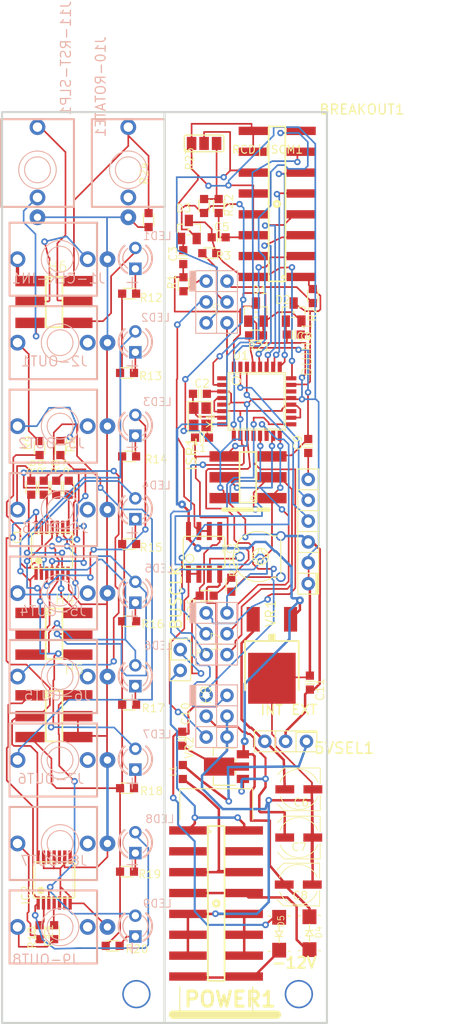
<source format=kicad_pcb>
(kicad_pcb (version 20171130) (host pcbnew "(5.1.6-0-10_14)")
  (layers (0 Top signal) (1 Route2 signal) (2 Route3 signal) (3 Route4 signal) (4 Route5 signal) (5 Route6 signal) (6 Route7 signal) (7 Route8 signal) (8 Route9 signal) (9 Route10 signal) (10 Route11 signal) (11 Route12 signal) (12 Route13 signal) (13 Route14 signal) (14 Route15 signal) (31 Bottom signal) (34 B.Paste user) (35 F.Paste user) (36 B.SilkS user) (37 F.SilkS user) (38 B.Mask user) (39 F.Mask user) (44 Edge.Cuts user))
  (net 0 "")
  (net 1 GND)
  (net 2 +5V)
  (net 3 +9V)
  (net 4 +VREF)
  (net 5 +12V)
  (net 6 IN-SW)
  (net 7 AGND)
  (net 8 N$21)
  (net 9 "Net-(C3-Pad1)")
  (net 10 /clocker-12b_1/RESET)
  (net 11 /clocker-12b_1/SHFL|RESET)
  (net 12 /clocker-12b_1/SYNC|SPREAD)
  (net 13 /clocker-12b_1/SKIP|DIV16)
  (net 14 /clocker-12b_1/PW|DIV32)
  (net 15 /clocker-12b_1/CV2)
  (net 16 /clocker-12b_1/CV1)
  (net 17 "Net-(U1-Pad22)")
  (net 18 "Net-(U1-Pad19)")
  (net 19 /clocker-12b_1/SCK)
  (net 20 /clocker-12b_1/MISO)
  (net 21 /clocker-12b_1/MOSI)
  (net 22 "Net-(H7-PadP$3)")
  (net 23 "Net-(H7-PadP$2)")
  (net 24 "Net-(H7-PadP$1)")
  (net 25 "Net-(H8-PadP$1)")
  (net 26 "Net-(H8-PadP$2)")
  (net 27 /clocker-12b_1/FAST|COUNT)
  (net 28 "Net-(C1-Pad1)")
  (net 29 "Net-(C2-Pad1)")
  (net 30 /clocker-12b_1/MUTE|GATE)
  (net 31 "Net-(H9-PadP$6)")
  (net 32 "Net-(H6-Pad3)")
  (net 33 "Net-(H6-Pad1)")
  (net 34 "Net-(J2-OUT1-Pad3)")
  (net 35 "Net-(J2-OUT1-Pad1)")
  (net 36 "Net-(J3-OUT2-Pad3)")
  (net 37 "Net-(J3-OUT2-Pad1)")
  (net 38 "Net-(J4-OUT3-Pad3)")
  (net 39 "Net-(J4-OUT3-Pad1)")
  (net 40 "Net-(J5-OUT4-Pad3)")
  (net 41 "Net-(J5-OUT4-Pad1)")
  (net 42 "Net-(J6-OUT5-Pad3)")
  (net 43 "Net-(J6-OUT5-Pad1)")
  (net 44 "Net-(J7-OUT6-Pad3)")
  (net 45 "Net-(J7-OUT6-Pad1)")
  (net 46 "Net-(J8-OUT7-Pad3)")
  (net 47 "Net-(J8-OUT7-Pad1)")
  (net 48 "Net-(J9-OUT8-Pad3)")
  (net 49 "Net-(J9-OUT8-Pad1)")
  (net 50 "Net-(H6-Pad2)")
  (net 51 "Net-(H6-Pad5)")
  (net 52 "Net-(H6-Pad4)")
  (net 53 "Net-(IC1-Pad8)")
  (net 54 "Net-(H4-Pad4)")
  (net 55 "Net-(IC1-Pad10)")
  (net 56 "Net-(H4-Pad5)")
  (net 57 "Net-(IC1-Pad12)")
  (net 58 "Net-(H4-Pad6)")
  (net 59 "Net-(IC1-Pad6)")
  (net 60 "Net-(H4-Pad3)")
  (net 61 "Net-(IC1-Pad4)")
  (net 62 "Net-(H4-Pad2)")
  (net 63 "Net-(IC1-Pad2)")
  (net 64 "Net-(H4-Pad1)")
  (net 65 "Net-(IC2-Pad8)")
  (net 66 "Net-(IC2-Pad10)")
  (net 67 "Net-(IC2-Pad12)")
  (net 68 "Net-(IC2-Pad6)")
  (net 69 "Net-(IC2-Pad4)")
  (net 70 "Net-(H5-Pad2)")
  (net 71 "Net-(IC2-Pad2)")
  (net 72 "Net-(H5-Pad1)")
  (net 73 "Net-(H9-PadP$1)")
  (net 74 "Net-(H9-PadP$2)")
  (net 75 "Net-(H9-PadP$4)")
  (net 76 "Net-(LED1-PadA)")
  (net 77 "Net-(H6-Pad6)")
  (net 78 "Net-(LED2-PadA)")
  (net 79 "Net-(LED3-PadA)")
  (net 80 "Net-(LED4-PadA)")
  (net 81 "Net-(LED5-PadA)")
  (net 82 "Net-(LED6-PadA)")
  (net 83 "Net-(LED7-PadA)")
  (net 84 "Net-(LED8-PadA)")
  (net 85 "Net-(LED9-PadA)")
  (net 86 "Net-(R22-Pad2)")
  (net 87 "Net-(H8-PadP$5)")
  (net 88 "Net-(C7-Pad+)")
  (net 89 "Net-(L1-Pad1)")
  (net 90 /clocker-12b_2/-12V)
  (net 91 "Net-(D4-PadA)")
  (net 92 "Net-(JP1-PadP$2)")
  (net 93 "Net-(IC3-Pad5)")
  (net 94 "Net-(C10-Pad2)")
  (net 95 "Net-(IC3-Pad3)")
  (net 96 "Net-(R25-Pad1)")
  (net 97 "Net-('DUINO1-PadP$5)")
  (net 98 "Net-('DUINO1-PadP$4)")
  (net 99 "Net-(J10-ROTATE1-Pad3)")
  (net 100 "Net-('DUINO1-PadP$6)")
  (net 101 "Net-(BREAKOUT1-Pad12)")
  (net 102 "Net-(BREAKOUT1-Pad4)")
  (net 103 "Net-(5VSEL1-PadP$1)")
  (net 104 "Net-(5VSEL1-PadP$3)")
  (net 105 "Net-(POWER1-Pad3)")
  (net 106 "Net-(POWER1-Pad4)")
  (module clocker-12b:TQFP-32 (layer Top) (at 159.7533 84.7725)
    (fp_text reference U1 (at -3 -5) (layer F.SilkS) (effects (font (size 0.9652 0.9652) (thickness 0.12192)) (justify left bottom)))
    (fp_text value ATMEGA328)
    (pad 32 smd rect (at -2.8 -4.2 180) (size 0.5 1.25) (layers Top F.Paste F.Mask) (net 9 "Net-(C3-Pad1)"))
    (pad 31 smd rect (at -2 -4.2 180) (size 0.5 1.25) (layers Top F.Paste F.Mask) (net 97 "Net-('DUINO1-PadP$5)"))
    (pad 30 smd rect (at -1.2 -4.2 180) (size 0.5 1.25) (layers Top F.Paste F.Mask) (net 98 "Net-('DUINO1-PadP$4)"))
    (pad 29 smd rect (at -0.4 -4.2 180) (size 0.5 1.25) (layers Top F.Paste F.Mask) (net 10 /clocker-12b_1/RESET))
    (pad 28 smd rect (at 0.4 -4.2 180) (size 0.5 1.25) (layers Top F.Paste F.Mask) (net 11 /clocker-12b_1/SHFL|RESET))
    (pad 27 smd rect (at 1.2 -4.2 180) (size 0.5 1.25) (layers Top F.Paste F.Mask) (net 12 /clocker-12b_1/SYNC|SPREAD))
    (pad 26 smd rect (at 2 -4.2 180) (size 0.5 1.25) (layers Top F.Paste F.Mask) (net 13 /clocker-12b_1/SKIP|DIV16))
    (pad 25 smd rect (at 2.8 -4.2 180) (size 0.5 1.25) (layers Top F.Paste F.Mask) (net 14 /clocker-12b_1/PW|DIV32))
    (pad 24 smd rect (at 4.2 -2.8 90) (size 0.5 1.25) (layers Top F.Paste F.Mask) (net 15 /clocker-12b_1/CV2))
    (pad 23 smd rect (at 4.2 -2 90) (size 0.5 1.25) (layers Top F.Paste F.Mask) (net 16 /clocker-12b_1/CV1))
    (pad 22 smd rect (at 4.2 -1.2 90) (size 0.5 1.25) (layers Top F.Paste F.Mask) (net 17 "Net-(U1-Pad22)"))
    (pad 21 smd rect (at 4.2 -0.4 90) (size 0.5 1.25) (layers Top F.Paste F.Mask) (net 1 GND))
    (pad 20 smd rect (at 4.2 0.4 90) (size 0.5 1.25) (layers Top F.Paste F.Mask) (net 2 +5V))
    (pad 19 smd rect (at 4.2 1.2 90) (size 0.5 1.25) (layers Top F.Paste F.Mask) (net 18 "Net-(U1-Pad19)"))
    (pad 18 smd rect (at 4.2 2 90) (size 0.5 1.25) (layers Top F.Paste F.Mask) (net 2 +5V))
    (pad 17 smd rect (at 4.2 2.8 90) (size 0.5 1.25) (layers Top F.Paste F.Mask) (net 19 /clocker-12b_1/SCK))
    (pad 16 smd rect (at 2.8 4.2) (size 0.5 1.25) (layers Top F.Paste F.Mask) (net 20 /clocker-12b_1/MISO))
    (pad 15 smd rect (at 2 4.2) (size 0.5 1.25) (layers Top F.Paste F.Mask) (net 21 /clocker-12b_1/MOSI))
    (pad 14 smd rect (at 1.2 4.2) (size 0.5 1.25) (layers Top F.Paste F.Mask) (net 22 "Net-(H7-PadP$3)"))
    (pad 13 smd rect (at 0.4 4.2) (size 0.5 1.25) (layers Top F.Paste F.Mask) (net 23 "Net-(H7-PadP$2)"))
    (pad 12 smd rect (at -0.4 4.2) (size 0.5 1.25) (layers Top F.Paste F.Mask) (net 24 "Net-(H7-PadP$1)"))
    (pad 11 smd rect (at -1.2 4.2) (size 0.5 1.25) (layers Top F.Paste F.Mask) (net 25 "Net-(H8-PadP$1)"))
    (pad 10 smd rect (at -2 4.2) (size 0.5 1.25) (layers Top F.Paste F.Mask) (net 26 "Net-(H8-PadP$2)"))
    (pad 9 smd rect (at -2.8 4.2) (size 0.5 1.25) (layers Top F.Paste F.Mask) (net 27 /clocker-12b_1/FAST|COUNT))
    (pad 8 smd rect (at -4.2 2.8 90) (size 0.5 1.25) (layers Top F.Paste F.Mask) (net 28 "Net-(C1-Pad1)"))
    (pad 7 smd rect (at -4.2 2 90) (size 0.5 1.25) (layers Top F.Paste F.Mask) (net 29 "Net-(C2-Pad1)"))
    (pad 6 smd rect (at -4.2 1.2 90) (size 0.5 1.25) (layers Top F.Paste F.Mask) (net 2 +5V))
    (pad 5 smd rect (at -4.2 0.4 90) (size 0.5 1.25) (layers Top F.Paste F.Mask) (net 1 GND))
    (pad 4 smd rect (at -4.2 -0.4 90) (size 0.5 1.25) (layers Top F.Paste F.Mask) (net 2 +5V))
    (pad 3 smd rect (at -4.2 -1.2 90) (size 0.5 1.25) (layers Top F.Paste F.Mask) (net 1 GND))
    (pad 2 smd rect (at -4.2 -2 90) (size 0.5 1.25) (layers Top F.Paste F.Mask) (net 30 /clocker-12b_1/MUTE|GATE))
    (pad 1 smd rect (at -4.2 -2.8 90) (size 0.5 1.25) (layers Top F.Paste F.Mask) (net 31 "Net-(H9-PadP$6)"))
  )
  (module clocker-12b:PJ301M-12 (layer Bottom) (at 134.9375 67.4751)
    (fp_text reference J1-CLK-IN1 (at -5.1816 3.048) (layer B.SilkS) (effects (font (size 1.2065 1.2065) (thickness 0.14478)) (justify right bottom mirror)))
    (fp_text value PJ301M-12)
    (pad 3 thru_hole circle (at 4.191 0) (size 1.9304 1.9304) (drill 1.143) (layers *.Cu *.Mask) (net 32 "Net-(H6-Pad3)"))
    (pad 2 thru_hole circle (at 6.604 0) (size 1.9304 1.9304) (drill 0.889) (layers *.Cu *.Mask) (net 7 AGND))
    (pad 1 thru_hole circle (at -4.3688 0) (size 1.9304 1.9304) (drill 1.143) (layers *.Cu *.Mask) (net 33 "Net-(H6-Pad1)"))
  )
  (module clocker-12b:PJ301M-12 (layer Bottom) (at 134.9375 77.6351)
    (fp_text reference J2-OUT1 (at -4.064 2.9718) (layer B.SilkS) (effects (font (size 1.2065 1.2065) (thickness 0.14478)) (justify right bottom mirror)))
    (fp_text value PJ301M-12)
    (pad 3 thru_hole circle (at 4.191 0) (size 1.9304 1.9304) (drill 1.143) (layers *.Cu *.Mask) (net 34 "Net-(J2-OUT1-Pad3)"))
    (pad 2 thru_hole circle (at 6.604 0) (size 1.9304 1.9304) (drill 0.889) (layers *.Cu *.Mask) (net 7 AGND))
    (pad 1 thru_hole circle (at -4.3688 0) (size 1.9304 1.9304) (drill 1.143) (layers *.Cu *.Mask) (net 35 "Net-(J2-OUT1-Pad1)"))
  )
  (module clocker-12b:PJ301M-12 (layer Bottom) (at 134.9375 87.7951)
    (fp_text reference J3-OUT2 (at -4.3942 2.794) (layer B.SilkS) (effects (font (size 1.2065 1.2065) (thickness 0.14478)) (justify right bottom mirror)))
    (fp_text value PJ301M-12)
    (pad 3 thru_hole circle (at 4.191 0) (size 1.9304 1.9304) (drill 1.143) (layers *.Cu *.Mask) (net 36 "Net-(J3-OUT2-Pad3)"))
    (pad 2 thru_hole circle (at 6.604 0) (size 1.9304 1.9304) (drill 0.889) (layers *.Cu *.Mask) (net 7 AGND))
    (pad 1 thru_hole circle (at -4.3688 0) (size 1.9304 1.9304) (drill 1.143) (layers *.Cu *.Mask) (net 37 "Net-(J3-OUT2-Pad1)"))
  )
  (module clocker-12b:PJ301M-12 (layer Bottom) (at 134.9375 97.9551)
    (fp_text reference J4-OUT3 (at -3.937 2.9464) (layer B.SilkS) (effects (font (size 1.2065 1.2065) (thickness 0.14478)) (justify right bottom mirror)))
    (fp_text value PJ301M-12)
    (pad 3 thru_hole circle (at 4.191 0) (size 1.9304 1.9304) (drill 1.143) (layers *.Cu *.Mask) (net 38 "Net-(J4-OUT3-Pad3)"))
    (pad 2 thru_hole circle (at 6.604 0) (size 1.9304 1.9304) (drill 0.889) (layers *.Cu *.Mask) (net 7 AGND))
    (pad 1 thru_hole circle (at -4.3688 0) (size 1.9304 1.9304) (drill 1.143) (layers *.Cu *.Mask) (net 39 "Net-(J4-OUT3-Pad1)"))
  )
  (module clocker-12b:PJ301M-12 (layer Bottom) (at 134.9375 108.1151)
    (fp_text reference J5-OUT4 (at -4.2164 2.8956) (layer B.SilkS) (effects (font (size 1.2065 1.2065) (thickness 0.14478)) (justify right bottom mirror)))
    (fp_text value PJ301M-12)
    (pad 3 thru_hole circle (at 4.191 0) (size 1.9304 1.9304) (drill 1.143) (layers *.Cu *.Mask) (net 40 "Net-(J5-OUT4-Pad3)"))
    (pad 2 thru_hole circle (at 6.604 0) (size 1.9304 1.9304) (drill 0.889) (layers *.Cu *.Mask) (net 7 AGND))
    (pad 1 thru_hole circle (at -4.3688 0) (size 1.9304 1.9304) (drill 1.143) (layers *.Cu *.Mask) (net 41 "Net-(J5-OUT4-Pad1)"))
  )
  (module clocker-12b:PJ301M-12 (layer Bottom) (at 134.9375 118.2751)
    (fp_text reference J6-OUT5 (at -3.683 3.0226) (layer B.SilkS) (effects (font (size 1.2065 1.2065) (thickness 0.14478)) (justify right bottom mirror)))
    (fp_text value PJ301M-12)
    (pad 3 thru_hole circle (at 4.191 0) (size 1.9304 1.9304) (drill 1.143) (layers *.Cu *.Mask) (net 42 "Net-(J6-OUT5-Pad3)"))
    (pad 2 thru_hole circle (at 6.604 0) (size 1.9304 1.9304) (drill 0.889) (layers *.Cu *.Mask) (net 7 AGND))
    (pad 1 thru_hole circle (at -4.3688 0) (size 1.9304 1.9304) (drill 1.143) (layers *.Cu *.Mask) (net 43 "Net-(J6-OUT5-Pad1)"))
  )
  (module clocker-12b:PJ301M-12 (layer Bottom) (at 134.9375 128.4351)
    (fp_text reference J7-OUT6 (at -4.4704 2.9972) (layer B.SilkS) (effects (font (size 1.2065 1.2065) (thickness 0.14478)) (justify right bottom mirror)))
    (fp_text value PJ301M-12)
    (pad 3 thru_hole circle (at 4.191 0) (size 1.9304 1.9304) (drill 1.143) (layers *.Cu *.Mask) (net 44 "Net-(J7-OUT6-Pad3)"))
    (pad 2 thru_hole circle (at 6.604 0) (size 1.9304 1.9304) (drill 0.889) (layers *.Cu *.Mask) (net 7 AGND))
    (pad 1 thru_hole circle (at -4.3688 0) (size 1.9304 1.9304) (drill 1.143) (layers *.Cu *.Mask) (net 45 "Net-(J7-OUT6-Pad1)"))
  )
  (module clocker-12b:PJ301M-12 (layer Bottom) (at 134.9375 138.5951)
    (fp_text reference J8-OUT7 (at -4.0894 2.8194) (layer B.SilkS) (effects (font (size 1.2065 1.2065) (thickness 0.14478)) (justify right bottom mirror)))
    (fp_text value PJ301M-12)
    (pad 3 thru_hole circle (at 4.191 0) (size 1.9304 1.9304) (drill 1.143) (layers *.Cu *.Mask) (net 46 "Net-(J8-OUT7-Pad3)"))
    (pad 2 thru_hole circle (at 6.604 0) (size 1.9304 1.9304) (drill 0.889) (layers *.Cu *.Mask) (net 7 AGND))
    (pad 1 thru_hole circle (at -4.3688 0) (size 1.9304 1.9304) (drill 1.143) (layers *.Cu *.Mask) (net 47 "Net-(J8-OUT7-Pad1)"))
  )
  (module clocker-12b:PJ301M-12 (layer Bottom) (at 134.9375 148.7551)
    (fp_text reference J9-OUT8 (at -5.1054 4.6736) (layer B.SilkS) (effects (font (size 1.2065 1.2065) (thickness 0.14478)) (justify right bottom mirror)))
    (fp_text value PJ301M-12)
    (pad 3 thru_hole circle (at 4.191 0) (size 1.9304 1.9304) (drill 1.143) (layers *.Cu *.Mask) (net 48 "Net-(J9-OUT8-Pad3)"))
    (pad 2 thru_hole circle (at 6.604 0) (size 1.9304 1.9304) (drill 0.889) (layers *.Cu *.Mask) (net 7 AGND))
    (pad 1 thru_hole circle (at -4.3688 0) (size 1.9304 1.9304) (drill 1.143) (layers *.Cu *.Mask) (net 49 "Net-(J9-OUT8-Pad1)"))
  )
  (module clocker-12b:PJ301M-12 (layer Bottom) (at 144.0815 55.7657 270)
    (fp_text reference J10-ROTATE1 (at -3.048 2.667 90) (layer B.SilkS) (effects (font (size 1.2065 1.2065) (thickness 0.14478)) (justify right bottom mirror)))
    (fp_text value PJ301M-12)
    (pad 3 thru_hole circle (at 4.191 0 270) (size 1.9304 1.9304) (drill 1.143) (layers *.Cu *.Mask) (net 99 "Net-(J10-ROTATE1-Pad3)"))
    (pad 2 thru_hole circle (at 6.604 0 270) (size 1.9304 1.9304) (drill 0.889) (layers *.Cu *.Mask) (net 7 AGND))
    (pad 1 thru_hole circle (at -4.3688 0 270) (size 1.9304 1.9304) (drill 1.143) (layers *.Cu *.Mask) (net 50 "Net-(H6-Pad2)"))
  )
  (module clocker-12b:PJ301M-12 (layer Bottom) (at 133.0071 55.7657 270)
    (fp_text reference J11-RST-SLP1 (at -5.6896 -4.1656 90) (layer B.SilkS) (effects (font (size 1.2065 1.2065) (thickness 0.14478)) (justify right bottom mirror)))
    (fp_text value PJ301M-12)
    (pad 3 thru_hole circle (at 4.191 0 270) (size 1.9304 1.9304) (drill 1.143) (layers *.Cu *.Mask) (net 51 "Net-(H6-Pad5)"))
    (pad 2 thru_hole circle (at 6.604 0 270) (size 1.9304 1.9304) (drill 0.889) (layers *.Cu *.Mask) (net 7 AGND))
    (pad 1 thru_hole circle (at -4.3688 0 270) (size 1.9304 1.9304) (drill 1.143) (layers *.Cu *.Mask) (net 52 "Net-(H6-Pad4)"))
  )
  (module clocker-12b:TSSOP14 (layer Top) (at 134.7851 102.9081)
    (fp_text reference IC1 (at -3.6576 -0.2192 90) (layer F.SilkS) (effects (font (size 0.9652 0.9652) (thickness 0.115824)) (justify left bottom)))
    (fp_text value 40106BPWR)
    (pad 8 smd rect (at 1.95 -2.8) (size 0.4 1.6) (layers Top F.Paste F.Mask) (net 53 "Net-(IC1-Pad8)"))
    (pad 9 smd rect (at 1.3 -2.8) (size 0.4 1.6) (layers Top F.Paste F.Mask) (net 54 "Net-(H4-Pad4)"))
    (pad 10 smd rect (at 0.65 -2.8) (size 0.4 1.6) (layers Top F.Paste F.Mask) (net 55 "Net-(IC1-Pad10)"))
    (pad 11 smd rect (at 0 -2.8) (size 0.4 1.6) (layers Top F.Paste F.Mask) (net 56 "Net-(H4-Pad5)"))
    (pad 12 smd rect (at -0.65 -2.8) (size 0.4 1.6) (layers Top F.Paste F.Mask) (net 57 "Net-(IC1-Pad12)"))
    (pad 13 smd rect (at -1.3 -2.8) (size 0.4 1.6) (layers Top F.Paste F.Mask) (net 58 "Net-(H4-Pad6)"))
    (pad 14 smd rect (at -1.95 -2.8) (size 0.4 1.6) (layers Top F.Paste F.Mask) (net 3 +9V))
    (pad 7 smd rect (at 1.95 2.8) (size 0.4 1.6) (layers Top F.Paste F.Mask) (net 7 AGND))
    (pad 6 smd rect (at 1.3 2.8) (size 0.4 1.6) (layers Top F.Paste F.Mask) (net 59 "Net-(IC1-Pad6)"))
    (pad 5 smd rect (at 0.65 2.8) (size 0.4 1.6) (layers Top F.Paste F.Mask) (net 60 "Net-(H4-Pad3)"))
    (pad 4 smd rect (at 0 2.8) (size 0.4 1.6) (layers Top F.Paste F.Mask) (net 61 "Net-(IC1-Pad4)"))
    (pad 3 smd rect (at -0.65 2.8) (size 0.4 1.6) (layers Top F.Paste F.Mask) (net 62 "Net-(H4-Pad2)"))
    (pad 2 smd rect (at -1.3 2.8) (size 0.4 1.6) (layers Top F.Paste F.Mask) (net 63 "Net-(IC1-Pad2)"))
    (pad 1 smd rect (at -1.95 2.8) (size 0.4 1.6) (layers Top F.Paste F.Mask) (net 64 "Net-(H4-Pad1)"))
  )
  (module clocker-12b:TSSOP14 (layer Top) (at 135.0391 143.0401)
    (fp_text reference IC2 (at -2.8956 3.0828 90) (layer F.SilkS) (effects (font (size 0.9652 0.9652) (thickness 0.115824)) (justify left bottom)))
    (fp_text value 40106BPWR)
    (pad 8 smd rect (at 1.95 -2.8) (size 0.4 1.6) (layers Top F.Paste F.Mask) (net 65 "Net-(IC2-Pad8)"))
    (pad 9 smd rect (at 1.3 -2.8) (size 0.4 1.6) (layers Top F.Paste F.Mask) (net 7 AGND))
    (pad 10 smd rect (at 0.65 -2.8) (size 0.4 1.6) (layers Top F.Paste F.Mask) (net 66 "Net-(IC2-Pad10)"))
    (pad 11 smd rect (at 0 -2.8) (size 0.4 1.6) (layers Top F.Paste F.Mask) (net 7 AGND))
    (pad 12 smd rect (at -0.65 -2.8) (size 0.4 1.6) (layers Top F.Paste F.Mask) (net 67 "Net-(IC2-Pad12)"))
    (pad 13 smd rect (at -1.3 -2.8) (size 0.4 1.6) (layers Top F.Paste F.Mask) (net 7 AGND))
    (pad 14 smd rect (at -1.95 -2.8) (size 0.4 1.6) (layers Top F.Paste F.Mask) (net 3 +9V))
    (pad 7 smd rect (at 1.95 2.8) (size 0.4 1.6) (layers Top F.Paste F.Mask) (net 7 AGND))
    (pad 6 smd rect (at 1.3 2.8) (size 0.4 1.6) (layers Top F.Paste F.Mask) (net 68 "Net-(IC2-Pad6)"))
    (pad 5 smd rect (at 0.65 2.8) (size 0.4 1.6) (layers Top F.Paste F.Mask) (net 7 AGND))
    (pad 4 smd rect (at 0 2.8) (size 0.4 1.6) (layers Top F.Paste F.Mask) (net 69 "Net-(IC2-Pad4)"))
    (pad 3 smd rect (at -0.65 2.8) (size 0.4 1.6) (layers Top F.Paste F.Mask) (net 70 "Net-(H5-Pad2)"))
    (pad 2 smd rect (at -1.3 2.8) (size 0.4 1.6) (layers Top F.Paste F.Mask) (net 71 "Net-(IC2-Pad2)"))
    (pad 1 smd rect (at -1.95 2.8) (size 0.4 1.6) (layers Top F.Paste F.Mask) (net 72 "Net-(H5-Pad1)"))
  )
  (module clocker-12b:FA-238 (layer Top) (at 152.8191 86.6521 270)
    (fp_text reference X1 (at 1.4751 -1.8523 90) (layer F.SilkS) (effects (font (size 0.9652 0.9652) (thickness 0.115824)) (justify left bottom)))
    (fp_text value 16MHz)
    (pad 2 smd rect (at 1.05 0.75 270) (size 1.4 1.15) (layers Top F.Paste F.Mask))
    (pad 3 smd rect (at 1.05 -0.75 270) (size 1.4 1.15) (layers Top F.Paste F.Mask) (net 28 "Net-(C1-Pad1)"))
    (pad 4 smd rect (at -1.05 -0.75 270) (size 1.4 1.15) (layers Top F.Paste F.Mask))
    (pad 1 smd rect (at -1.05 0.75 270) (size 1.4 1.15) (layers Top F.Paste F.Mask) (net 29 "Net-(C2-Pad1)"))
  )
  (module clocker-12b:C0603 (layer Top) (at 153.0731 89.1921 180)
    (fp_text reference C1 (at -0.635 -0.685 180) (layer F.SilkS) (effects (font (size 0.9652 0.9652) (thickness 0.12192)) (justify right top)))
    (fp_text value 9pF)
    (pad 2 smd rect (at 0.85 0 180) (size 1 1) (layers Top F.Paste F.Mask) (net 1 GND))
    (pad 1 smd rect (at -0.85 0 180) (size 1 1) (layers Top F.Paste F.Mask) (net 28 "Net-(C1-Pad1)"))
  )
  (module clocker-12b:C0603 (layer Top) (at 152.8191 83.8581)
    (fp_text reference C2 (at -0.762 -0.685) (layer F.SilkS) (effects (font (size 0.9652 0.9652) (thickness 0.115824)) (justify left bottom)))
    (fp_text value 9pF)
    (pad 2 smd rect (at 0.85 0) (size 1 1) (layers Top F.Paste F.Mask) (net 1 GND))
    (pad 1 smd rect (at -0.85 0) (size 1 1) (layers Top F.Paste F.Mask) (net 29 "Net-(C2-Pad1)"))
  )
  (module clocker-12b:R0603 (layer Top) (at 150.8125 70.5231 90)
    (fp_text reference R1 (at -0.7112 -0.8374 90) (layer F.SilkS) (effects (font (size 0.9652 0.9652) (thickness 0.115824)) (justify left bottom)))
    (fp_text value 470)
    (pad 2 smd rect (at 0.85 0 90) (size 1 1) (layers Top F.Paste F.Mask) (net 9 "Net-(C3-Pad1)"))
    (pad 1 smd rect (at -0.85 0 90) (size 1 1) (layers Top F.Paste F.Mask) (net 73 "Net-(H9-PadP$1)"))
  )
  (module clocker-12b:R0603 (layer Top) (at 166.5859 71.9582 90)
    (fp_text reference R2 (at -3.2131 0.5342 90) (layer F.SilkS) (effects (font (size 0.9652 0.9652) (thickness 0.115824)) (justify left bottom)))
    (fp_text value 470)
    (pad 2 smd rect (at 0.85 0 90) (size 1 1) (layers Top F.Paste F.Mask) (net 16 /clocker-12b_1/CV1))
    (pad 1 smd rect (at -0.85 0 90) (size 1 1) (layers Top F.Paste F.Mask) (net 74 "Net-(H9-PadP$2)"))
  )
  (module clocker-12b:R0603 (layer Top) (at 153.9621 66.7385)
    (fp_text reference R3 (at 0.7112 0.8898) (layer F.SilkS) (effects (font (size 0.9652 0.9652) (thickness 0.115824)) (justify left bottom)))
    (fp_text value 470)
    (pad 2 smd rect (at 0.85 0) (size 1 1) (layers Top F.Paste F.Mask) (net 15 /clocker-12b_1/CV2))
    (pad 1 smd rect (at -0.85 0) (size 1 1) (layers Top F.Paste F.Mask) (net 75 "Net-(H9-PadP$4)"))
  )
  (module clocker-12b:R0603 (layer Top) (at 133.2611 90.4621 90)
    (fp_text reference R4 (at -0.381 -0.939 90) (layer F.SilkS) (effects (font (size 0.9652 0.9652) (thickness 0.115824)) (justify left bottom)))
    (fp_text value 1k)
    (pad 2 smd rect (at 0.85 0 90) (size 1 1) (layers Top F.Paste F.Mask) (net 35 "Net-(J2-OUT1-Pad1)"))
    (pad 1 smd rect (at -0.85 0 90) (size 1 1) (layers Top F.Paste F.Mask) (net 63 "Net-(IC1-Pad2)"))
  )
  (module clocker-12b:R0603 (layer Top) (at 135.8011 90.4621 90)
    (fp_text reference R5 (at -0.635 1.855 90) (layer F.SilkS) (effects (font (size 0.9652 0.9652) (thickness 0.115824)) (justify left bottom)))
    (fp_text value 1k)
    (pad 2 smd rect (at 0.85 0 90) (size 1 1) (layers Top F.Paste F.Mask) (net 37 "Net-(J3-OUT2-Pad1)"))
    (pad 1 smd rect (at -0.85 0 90) (size 1 1) (layers Top F.Paste F.Mask) (net 61 "Net-(IC1-Pad4)"))
  )
  (module clocker-12b:R0603 (layer Top) (at 132.2451 95.2881 90)
    (fp_text reference R6 (at 1.4986 0.6231 90) (layer F.SilkS) (effects (font (size 0.9652 0.9652) (thickness 0.115824)) (justify left bottom)))
    (fp_text value 1k)
    (pad 2 smd rect (at 0.85 0 90) (size 1 1) (layers Top F.Paste F.Mask) (net 39 "Net-(J4-OUT3-Pad1)"))
    (pad 1 smd rect (at -0.85 0 90) (size 1 1) (layers Top F.Paste F.Mask) (net 59 "Net-(IC1-Pad6)"))
  )
  (module clocker-12b:R0603 (layer Top) (at 136.8171 95.2881 90)
    (fp_text reference R7 (at 1.5367 0.5088 90) (layer F.SilkS) (effects (font (size 0.9652 0.9652) (thickness 0.115824)) (justify left bottom)))
    (fp_text value 1k)
    (pad 2 smd rect (at 0.85 0 90) (size 1 1) (layers Top F.Paste F.Mask) (net 41 "Net-(J5-OUT4-Pad1)"))
    (pad 1 smd rect (at -0.85 0 90) (size 1 1) (layers Top F.Paste F.Mask) (net 53 "Net-(IC1-Pad8)"))
  )
  (module clocker-12b:R0603 (layer Top) (at 135.2931 95.2881 270)
    (fp_text reference R8 (at -1.5367 -0.4961 90) (layer F.SilkS) (effects (font (size 0.9652 0.9652) (thickness 0.115824)) (justify left bottom)))
    (fp_text value 1k)
    (pad 2 smd rect (at 0.85 0 270) (size 1 1) (layers Top F.Paste F.Mask) (net 43 "Net-(J6-OUT5-Pad1)"))
    (pad 1 smd rect (at -0.85 0 270) (size 1 1) (layers Top F.Paste F.Mask) (net 55 "Net-(IC1-Pad10)"))
  )
  (module clocker-12b:R0603 (layer Top) (at 133.7691 95.2881 90)
    (fp_text reference R9 (at 1.5621 0.3675 90) (layer F.SilkS) (effects (font (size 0.9652 0.9652) (thickness 0.115824)) (justify left bottom)))
    (fp_text value 1k)
    (pad 2 smd rect (at 0.85 0 90) (size 1 1) (layers Top F.Paste F.Mask) (net 45 "Net-(J7-OUT6-Pad1)"))
    (pad 1 smd rect (at -0.85 0 90) (size 1 1) (layers Top F.Paste F.Mask) (net 57 "Net-(IC1-Pad12)"))
  )
  (module clocker-12b:R0603 (layer Top) (at 133.2611 149.3901 270)
    (fp_text reference R10 (at 2.159 0.331 90) (layer F.SilkS) (effects (font (size 0.9652 0.9652) (thickness 0.115824)) (justify left bottom)))
    (fp_text value 1k)
    (pad 2 smd rect (at 0.85 0 270) (size 1 1) (layers Top F.Paste F.Mask) (net 47 "Net-(J8-OUT7-Pad1)"))
    (pad 1 smd rect (at -0.85 0 270) (size 1 1) (layers Top F.Paste F.Mask) (net 71 "Net-(IC2-Pad2)"))
  )
  (module clocker-12b:R0603 (layer Top) (at 135.0391 149.3901 270)
    (fp_text reference R11 (at 1.905 0.077 90) (layer F.SilkS) (effects (font (size 0.9652 0.9652) (thickness 0.115824)) (justify left bottom)))
    (fp_text value 1k)
    (pad 2 smd rect (at 0.85 0 270) (size 1 1) (layers Top F.Paste F.Mask) (net 49 "Net-(J9-OUT8-Pad1)"))
    (pad 1 smd rect (at -0.85 0 270) (size 1 1) (layers Top F.Paste F.Mask) (net 69 "Net-(IC2-Pad4)"))
  )
  (module clocker-12b:R0603 (layer Top) (at 144.1831 71.6661 180)
    (fp_text reference R12 (at -1.2065 -1.066) (layer F.SilkS) (effects (font (size 0.9652 0.9652) (thickness 0.115824)) (justify left bottom)))
    (fp_text value 10k)
    (pad 2 smd rect (at 0.85 0 180) (size 1 1) (layers Top F.Paste F.Mask) (net 4 +VREF))
    (pad 1 smd rect (at -0.85 0 180) (size 1 1) (layers Top F.Paste F.Mask) (net 76 "Net-(LED1-PadA)"))
  )
  (module clocker-12b:SOT23 (layer Top) (at 159.6517 73.914)
    (fp_text reference D1 (at -0.5334 -2.1336) (layer F.SilkS) (effects (font (size 0.9652 0.9652) (thickness 0.115824)) (justify left bottom)))
    (fp_text value BAT54S)
    (pad 1 smd rect (at -0.95 1.1) (size 1 1.4) (layers Top F.Paste F.Mask) (net 1 GND))
    (pad 2 smd rect (at 0.95 1.1) (size 1 1.4) (layers Top F.Paste F.Mask) (net 2 +5V))
    (pad 3 smd rect (at 0 -1.1) (size 1 1.4) (layers Top F.Paste F.Mask) (net 9 "Net-(C3-Pad1)"))
  )
  (module clocker-12b:SOT23 (layer Top) (at 164.2491 73.914)
    (fp_text reference D2 (at -2.3368 -0.9271) (layer F.SilkS) (effects (font (size 0.9652 0.9652) (thickness 0.115824)) (justify left bottom)))
    (fp_text value BAT54S)
    (pad 1 smd rect (at -0.95 1.1) (size 1 1.4) (layers Top F.Paste F.Mask) (net 1 GND))
    (pad 2 smd rect (at 0.95 1.1) (size 1 1.4) (layers Top F.Paste F.Mask) (net 2 +5V))
    (pad 3 smd rect (at 0 -1.1) (size 1 1.4) (layers Top F.Paste F.Mask) (net 16 /clocker-12b_1/CV1))
  )
  (module clocker-12b:SOT23 (layer Top) (at 151.4729 63.8556)
    (fp_text reference D3 (at -1.6637 -2.0193) (layer F.SilkS) (effects (font (size 0.9652 0.9652) (thickness 0.115824)) (justify left bottom)))
    (fp_text value BAT54S)
    (pad 1 smd rect (at -0.95 1.1) (size 1 1.4) (layers Top F.Paste F.Mask) (net 1 GND))
    (pad 2 smd rect (at 0.95 1.1) (size 1 1.4) (layers Top F.Paste F.Mask) (net 2 +5V))
    (pad 3 smd rect (at 0 -1.1) (size 1 1.4) (layers Top F.Paste F.Mask) (net 15 /clocker-12b_1/CV2))
  )
  (module clocker-12b:C0603 (layer Top) (at 150.7871 67.2211 90)
    (fp_text reference C3 (at -0.635 -0.685 90) (layer F.SilkS) (effects (font (size 0.9652 0.9652) (thickness 0.115824)) (justify left bottom)))
    (fp_text value 330pF)
    (pad 2 smd rect (at 0.85 0 90) (size 1 1) (layers Top F.Paste F.Mask) (net 1 GND))
    (pad 1 smd rect (at -0.85 0 90) (size 1 1) (layers Top F.Paste F.Mask) (net 9 "Net-(C3-Pad1)"))
  )
  (module clocker-12b:C0603 (layer Top) (at 164.2618 76.6445 180)
    (fp_text reference C4 (at -0.254 -0.7993) (layer F.SilkS) (effects (font (size 0.9652 0.9652) (thickness 0.115824)) (justify left bottom)))
    (fp_text value 330pF)
    (pad 2 smd rect (at 0.85 0 180) (size 1 1) (layers Top F.Paste F.Mask) (net 1 GND))
    (pad 1 smd rect (at -0.85 0 180) (size 1 1) (layers Top F.Paste F.Mask) (net 16 /clocker-12b_1/CV1))
  )
  (module clocker-12b:C0603 (layer Top) (at 155.1051 64.8081)
    (fp_text reference C5 (at -0.635 -0.685) (layer F.SilkS) (effects (font (size 0.9652 0.9652) (thickness 0.12192)) (justify left bottom)))
    (fp_text value 330pF)
    (pad 2 smd rect (at 0.85 0) (size 1 1) (layers Top F.Paste F.Mask) (net 1 GND))
    (pad 1 smd rect (at -0.85 0) (size 1 1) (layers Top F.Paste F.Mask) (net 15 /clocker-12b_1/CV2))
  )
  (module clocker-12b:0603 (layer Top) (at 150.7363 129.8956 90)
    (fp_text reference L1 (at -0.6223 -0.7358 90) (layer F.SilkS) (effects (font (size 0.77216 0.77216) (thickness 0.092659)) (justify left bottom)))
    (fp_text value BEAD)
    (pad 2 smd rect (at 0.85 0 90) (size 1 1) (layers Top F.Paste F.Mask) (net 103 "Net-(5VSEL1-PadP$1)"))
    (pad 1 smd rect (at -0.85 0 90) (size 1 1) (layers Top F.Paste F.Mask) (net 89 "Net-(L1-Pad1)"))
  )
  (module clocker-12b:LED-T1 (layer Bottom) (at 144.9451 67.3735 90)
    (fp_text reference LED1 (at 2.159 0.8128 180) (layer B.SilkS) (effects (font (size 0.9652 0.9652) (thickness 0.115824)) (justify right bottom mirror)))
    (fp_text value White)
    (pad K thru_hole circle (at 1.27 0 90) (size 1.524 1.524) (drill 0.889) (layers *.Cu *.Mask) (net 77 "Net-(H6-Pad6)"))
    (pad A thru_hole rect (at -1.27 0 90) (size 1.524 1.524) (drill 0.889) (layers *.Cu *.Mask) (net 76 "Net-(LED1-PadA)"))
  )
  (module clocker-12b:DPAK (layer Top) (at 161.5948 116.1034 180)
    (fp_text reference VR1 (at -0.5588 3.7338 90) (layer F.SilkS) (effects (font (size 1.2065 1.2065) (thickness 0.14478)) (justify left bottom)))
    (fp_text value 78M05)
    (pad 3 smd rect (at 2.28 4.8 180) (size 1.6 3) (layers Top F.Paste F.Mask) (net 104 "Net-(5VSEL1-PadP$3)"))
    (pad 1 smd rect (at -2.28 4.8 180) (size 1.6 3) (layers Top F.Paste F.Mask) (net 5 +12V))
    (pad 4 smd rect (at 0 -2.38 180) (size 5.8 6.2) (layers Top F.Paste F.Mask) (net 1 GND))
  )
  (module clocker-12b:SOT89 (layer Top) (at 156.0576 129.2352 90)
    (fp_text reference VR2 (at 0.8809 -3.9665 90) (layer F.SilkS) (effects (font (size 0.9652 0.9652) (thickness 0.115824)) (justify left bottom)))
    (fp_text value 78L09)
    (pad 2B smd rect (at 0 -0.9 90) (size 2.2 3.7) (layers Top F.Paste F.Mask) (net 1 GND))
    (pad 2A smd rect (at 0 1.85 90) (size 1 1.8) (layers Top F.Paste F.Mask) (net 1 GND))
    (pad 1 smd rect (at -1.5 2 90) (size 1 1.5) (layers Top F.Paste F.Mask) (net 88 "Net-(C7-Pad+)"))
    (pad 3 smd rect (at 1.5 2 90) (size 1 1.5) (layers Top F.Paste F.Mask) (net 5 +12V))
  )
  (module clocker-12b:LED-T1 (layer Bottom) (at 144.9451 77.5335 90)
    (fp_text reference LED2 (at 2.3876 0.6096 180) (layer B.SilkS) (effects (font (size 0.9652 0.9652) (thickness 0.115824)) (justify right bottom mirror)))
    (fp_text value Blue)
    (pad K thru_hole circle (at 1.27 0 90) (size 1.524 1.524) (drill 0.889) (layers *.Cu *.Mask) (net 64 "Net-(H4-Pad1)"))
    (pad A thru_hole rect (at -1.27 0 90) (size 1.524 1.524) (drill 0.889) (layers *.Cu *.Mask) (net 78 "Net-(LED2-PadA)"))
  )
  (module clocker-12b:R0603 (layer Top) (at 143.9291 81.3181 180)
    (fp_text reference R13 (at -1.397 -0.9517) (layer F.SilkS) (effects (font (size 0.9652 0.9652) (thickness 0.115824)) (justify left bottom)))
    (fp_text value 10k)
    (pad 2 smd rect (at 0.85 0 180) (size 1 1) (layers Top F.Paste F.Mask) (net 4 +VREF))
    (pad 1 smd rect (at -0.85 0 180) (size 1 1) (layers Top F.Paste F.Mask) (net 78 "Net-(LED2-PadA)"))
  )
  (module clocker-12b:LED-T1 (layer Bottom) (at 144.9451 87.6935 90)
    (fp_text reference LED3 (at 2.286 0.8382 180) (layer B.SilkS) (effects (font (size 0.9652 0.9652) (thickness 0.115824)) (justify right bottom mirror)))
    (fp_text value "Red or blue")
    (pad K thru_hole circle (at 1.27 0 90) (size 1.524 1.524) (drill 0.889) (layers *.Cu *.Mask) (net 62 "Net-(H4-Pad2)"))
    (pad A thru_hole rect (at -1.27 0 90) (size 1.524 1.524) (drill 0.889) (layers *.Cu *.Mask) (net 79 "Net-(LED3-PadA)"))
  )
  (module clocker-12b:R0603 (layer Top) (at 144.1831 91.4781 180)
    (fp_text reference R14 (at -1.8161 -0.9136) (layer F.SilkS) (effects (font (size 0.9652 0.9652) (thickness 0.115824)) (justify left bottom)))
    (fp_text value 10k)
    (pad 2 smd rect (at 0.85 0 180) (size 1 1) (layers Top F.Paste F.Mask) (net 4 +VREF))
    (pad 1 smd rect (at -0.85 0 180) (size 1 1) (layers Top F.Paste F.Mask) (net 79 "Net-(LED3-PadA)"))
  )
  (module clocker-12b:LED-T1 (layer Bottom) (at 144.9451 97.8535 90)
    (fp_text reference LED4 (at 2.286 0.7112 180) (layer B.SilkS) (effects (font (size 0.9652 0.9652) (thickness 0.115824)) (justify right bottom mirror)))
    (fp_text value Green)
    (pad K thru_hole circle (at 1.27 0 90) (size 1.524 1.524) (drill 0.889) (layers *.Cu *.Mask) (net 60 "Net-(H4-Pad3)"))
    (pad A thru_hole rect (at -1.27 0 90) (size 1.524 1.524) (drill 0.889) (layers *.Cu *.Mask) (net 80 "Net-(LED4-PadA)"))
  )
  (module clocker-12b:R0603 (layer Top) (at 144.1831 102.1461 180)
    (fp_text reference R15 (at -1.2065 -0.9898) (layer F.SilkS) (effects (font (size 0.9652 0.9652) (thickness 0.115824)) (justify left bottom)))
    (fp_text value 10k)
    (pad 2 smd rect (at 0.85 0 180) (size 1 1) (layers Top F.Paste F.Mask) (net 4 +VREF))
    (pad 1 smd rect (at -0.85 0 180) (size 1 1) (layers Top F.Paste F.Mask) (net 80 "Net-(LED4-PadA)"))
  )
  (module clocker-12b:LED-T1 (layer Bottom) (at 144.9451 108.0135 90)
    (fp_text reference LED5 (at 2.3368 1.0414 180) (layer B.SilkS) (effects (font (size 0.9652 0.9652) (thickness 0.115824)) (justify right bottom mirror)))
    (fp_text value "Red or green")
    (pad K thru_hole circle (at 1.27 0 90) (size 1.524 1.524) (drill 0.889) (layers *.Cu *.Mask) (net 54 "Net-(H4-Pad4)"))
    (pad A thru_hole rect (at -1.27 0 90) (size 1.524 1.524) (drill 0.889) (layers *.Cu *.Mask) (net 81 "Net-(LED5-PadA)"))
  )
  (module clocker-12b:R0603 (layer Top) (at 144.1831 111.5441 180)
    (fp_text reference R16 (at -1.397 -0.9136) (layer F.SilkS) (effects (font (size 0.9652 0.9652) (thickness 0.115824)) (justify left bottom)))
    (fp_text value 10k)
    (pad 2 smd rect (at 0.85 0 180) (size 1 1) (layers Top F.Paste F.Mask) (net 4 +VREF))
    (pad 1 smd rect (at -0.85 0 180) (size 1 1) (layers Top F.Paste F.Mask) (net 81 "Net-(LED5-PadA)"))
  )
  (module clocker-12b:LED-T1 (layer Bottom) (at 144.9451 118.1735 90)
    (fp_text reference LED6 (at 3.0988 0.9652 180) (layer B.SilkS) (effects (font (size 0.9652 0.9652) (thickness 0.115824)) (justify right bottom mirror)))
    (fp_text value "Blue or green")
    (pad K thru_hole circle (at 1.27 0 90) (size 1.524 1.524) (drill 0.889) (layers *.Cu *.Mask) (net 56 "Net-(H4-Pad5)"))
    (pad A thru_hole rect (at -1.27 0 90) (size 1.524 1.524) (drill 0.889) (layers *.Cu *.Mask) (net 82 "Net-(LED6-PadA)"))
  )
  (module clocker-12b:R0603 (layer Top) (at 144.1831 121.7041 180)
    (fp_text reference R17 (at -1.4732 -0.9898) (layer F.SilkS) (effects (font (size 0.9652 0.9652) (thickness 0.115824)) (justify left bottom)))
    (fp_text value 10k)
    (pad 2 smd rect (at 0.85 0 180) (size 1 1) (layers Top F.Paste F.Mask) (net 4 +VREF))
    (pad 1 smd rect (at -0.85 0 180) (size 1 1) (layers Top F.Paste F.Mask) (net 82 "Net-(LED6-PadA)"))
  )
  (module clocker-12b:LED-T1 (layer Bottom) (at 144.9451 128.3335 90)
    (fp_text reference LED7 (at 2.4638 0.8128 180) (layer B.SilkS) (effects (font (size 0.9652 0.9652) (thickness 0.115824)) (justify right bottom mirror)))
    (fp_text value Green)
    (pad K thru_hole circle (at 1.27 0 90) (size 1.524 1.524) (drill 0.889) (layers *.Cu *.Mask) (net 58 "Net-(H4-Pad6)"))
    (pad A thru_hole rect (at -1.27 0 90) (size 1.524 1.524) (drill 0.889) (layers *.Cu *.Mask) (net 83 "Net-(LED7-PadA)"))
  )
  (module clocker-12b:R0603 (layer Top) (at 143.9291 131.8641 180)
    (fp_text reference R18 (at -1.5113 -0.9136) (layer F.SilkS) (effects (font (size 0.9652 0.9652) (thickness 0.115824)) (justify left bottom)))
    (fp_text value 10k)
    (pad 2 smd rect (at 0.85 0 180) (size 1 1) (layers Top F.Paste F.Mask) (net 4 +VREF))
    (pad 1 smd rect (at -0.85 0 180) (size 1 1) (layers Top F.Paste F.Mask) (net 83 "Net-(LED7-PadA)"))
  )
  (module clocker-12b:LED-T1 (layer Bottom) (at 144.9451 138.4935 90)
    (fp_text reference LED8 (at 2.3114 1.143 180) (layer B.SilkS) (effects (font (size 0.9652 0.9652) (thickness 0.115824)) (justify right bottom mirror)))
    (fp_text value "Blue or green")
    (pad K thru_hole circle (at 1.27 0 90) (size 1.524 1.524) (drill 0.889) (layers *.Cu *.Mask) (net 72 "Net-(H5-Pad1)"))
    (pad A thru_hole rect (at -1.27 0 90) (size 1.524 1.524) (drill 0.889) (layers *.Cu *.Mask) (net 84 "Net-(LED8-PadA)"))
  )
  (module clocker-12b:R0603 (layer Top) (at 143.9291 142.0241 180)
    (fp_text reference R19 (at -1.2827 -0.8755) (layer F.SilkS) (effects (font (size 0.9652 0.9652) (thickness 0.115824)) (justify left bottom)))
    (fp_text value 10k)
    (pad 2 smd rect (at 0.85 0 180) (size 1 1) (layers Top F.Paste F.Mask) (net 4 +VREF))
    (pad 1 smd rect (at -0.85 0 180) (size 1 1) (layers Top F.Paste F.Mask) (net 84 "Net-(LED8-PadA)"))
  )
  (module clocker-12b:LED-T1 (layer Bottom) (at 144.9451 148.6535 90)
    (fp_text reference LED9 (at 2.1844 0.8382 180) (layer B.SilkS) (effects (font (size 0.9652 0.9652) (thickness 0.115824)) (justify right bottom mirror)))
    (fp_text value "Red or blue")
    (pad K thru_hole circle (at 1.27 0 90) (size 1.524 1.524) (drill 0.889) (layers *.Cu *.Mask) (net 70 "Net-(H5-Pad2)"))
    (pad A thru_hole rect (at -1.27 0 90) (size 1.524 1.524) (drill 0.889) (layers *.Cu *.Mask) (net 85 "Net-(LED9-PadA)"))
  )
  (module clocker-12b:R0603 (layer Top) (at 142.1765 151.0538 180)
    (fp_text reference R20 (at -1.4732 -0.9517) (layer F.SilkS) (effects (font (size 0.9652 0.9652) (thickness 0.115824)) (justify left bottom)))
    (fp_text value 10k)
    (pad 2 smd rect (at 0.85 0 180) (size 1 1) (layers Top F.Paste F.Mask) (net 4 +VREF))
    (pad 1 smd rect (at -0.85 0 180) (size 1 1) (layers Top F.Paste F.Mask) (net 85 "Net-(LED9-PadA)"))
  )
  (module clocker-12b:R0603 (layer Top) (at 159.6644 76.7461 180)
    (fp_text reference R21 (at 1.0922 -1.9312) (layer F.SilkS) (effects (font (size 0.9652 0.9652) (thickness 0.115824)) (justify left bottom)))
    (fp_text value 10k)
    (pad 2 smd rect (at 0.85 0 180) (size 1 1) (layers Top F.Paste F.Mask) (net 10 /clocker-12b_1/RESET))
    (pad 1 smd rect (at -0.85 0 180) (size 1 1) (layers Top F.Paste F.Mask) (net 2 +5V))
  )
  (module clocker-12b:HEADER-2X8-SMT-SHROUDED (layer Top) (at 154.813 145.8976 270)
    (fp_text reference POWER1 (at 12.7381 4.1148) (layer F.SilkS) (effects (font (size 1.83388 1.83388) (thickness 0.366776)) (justify left bottom)))
    (fp_text value HEADER-2X8-SMT)
    (pad 3 smd rect (at -6.35 3.458 90) (size 1.016 4.572) (layers Top F.Paste F.Mask) (net 105 "Net-(POWER1-Pad3)"))
    (pad 15 smd rect (at 8.89 3.458 90) (size 1.016 4.572) (layers Top F.Paste F.Mask) (net 90 /clocker-12b_2/-12V))
    (pad 16 smd rect (at 8.89 -3.4072 270) (size 1.016 4.572) (layers Top F.Paste F.Mask) (net 90 /clocker-12b_2/-12V))
    (pad 13 smd rect (at 6.35 3.458 90) (size 1.016 4.572) (layers Top F.Paste F.Mask) (net 1 GND))
    (pad 14 smd rect (at 6.35 -3.4072 270) (size 1.016 4.572) (layers Top F.Paste F.Mask) (net 1 GND))
    (pad 11 smd rect (at 3.81 3.458 90) (size 1.016 4.572) (layers Top F.Paste F.Mask) (net 1 GND))
    (pad 12 smd rect (at 3.81 -3.4072 270) (size 1.016 4.572) (layers Top F.Paste F.Mask) (net 1 GND))
    (pad 9 smd rect (at 1.27 3.458 90) (size 1.016 4.572) (layers Top F.Paste F.Mask) (net 1 GND))
    (pad 10 smd rect (at 1.27 -3.4072 270) (size 1.016 4.572) (layers Top F.Paste F.Mask) (net 1 GND))
    (pad 7 smd rect (at -1.27 3.458 90) (size 1.016 4.572) (layers Top F.Paste F.Mask) (net 91 "Net-(D4-PadA)"))
    (pad 8 smd rect (at -1.27 -3.4072 270) (size 1.016 4.572) (layers Top F.Paste F.Mask) (net 91 "Net-(D4-PadA)"))
    (pad 5 smd rect (at -3.81 3.458 90) (size 1.016 4.572) (layers Top F.Paste F.Mask) (net 89 "Net-(L1-Pad1)"))
    (pad 1 smd rect (at -8.89 3.458 90) (size 1.016 4.572) (layers Top F.Paste F.Mask) (net 92 "Net-(JP1-PadP$2)"))
    (pad 6 smd rect (at -3.81 -3.4072 270) (size 1.016 4.572) (layers Top F.Paste F.Mask) (net 89 "Net-(L1-Pad1)"))
    (pad 4 smd rect (at -6.35 -3.4072 270) (size 1.016 4.572) (layers Top F.Paste F.Mask) (net 106 "Net-(POWER1-Pad4)"))
    (pad 2 smd rect (at -8.89 -3.4072 270) (size 1.016 4.572) (layers Top F.Paste F.Mask) (net 92 "Net-(JP1-PadP$2)"))
  )
  (module clocker-12b:SMA (layer Top) (at 166.1795 149.5171 90)
    (fp_text reference D4 (at -0.6985 1.5701 90) (layer F.SilkS) (effects (font (size 0.77216 0.77216) (thickness 0.092659)) (justify left bottom)))
    (fp_text value B140-E3)
    (pad K smd rect (at 2 0 90) (size 1.8 1.7) (layers Top F.Paste F.Mask) (net 5 +12V))
    (pad A smd rect (at -2 0 90) (size 1.8 1.7) (layers Top F.Paste F.Mask) (net 91 "Net-(D4-PadA)"))
  )
  (module clocker-12b:C-POL-5 (layer Top) (at 164.8968 132.0038 180)
    (fp_text reference C6 (at 0.7366 -2.1717) (layer F.SilkS) (effects (font (size 0.9652 0.9652) (thickness 0.115824)) (justify left bottom)))
    (fp_text value 47uF)
    (pad + smd rect (at 1.725 0 180) (size 2.3 1) (layers Top F.Paste F.Mask) (net 104 "Net-(5VSEL1-PadP$3)"))
    (pad - smd rect (at -1.7 0 180) (size 2.3 1) (layers Top F.Paste F.Mask) (net 1 GND))
  )
  (module clocker-12b:C-POL-5 (layer Top) (at 164.8841 137.8712 180)
    (fp_text reference C7 (at 0.9779 -1.7272) (layer F.SilkS) (effects (font (size 0.9652 0.9652) (thickness 0.115824)) (justify left bottom)))
    (fp_text value 47uF)
    (pad + smd rect (at 1.725 0 180) (size 2.3 1) (layers Top F.Paste F.Mask) (net 88 "Net-(C7-Pad+)"))
    (pad - smd rect (at -1.7 0 180) (size 2.3 1) (layers Top F.Paste F.Mask) (net 1 GND))
  )
  (module clocker-12b:C-POL-5 (layer Top) (at 164.8206 143.5989 180)
    (fp_text reference C8 (at 0.7874 -1.8923) (layer F.SilkS) (effects (font (size 0.9652 0.9652) (thickness 0.115824)) (justify left bottom)))
    (fp_text value 47uF)
    (pad + smd rect (at 1.725 0 180) (size 2.3 1) (layers Top F.Paste F.Mask) (net 5 +12V))
    (pad - smd rect (at -1.7 0 180) (size 2.3 1) (layers Top F.Paste F.Mask) (net 1 GND))
  )
  (module clocker-12b:HEADER-1X3-TH (layer Top) (at 163.2712 126.1618 270)
    (fp_text reference 5VSEL1 (at 1.6256 -3.3274) (layer F.SilkS) (effects (font (size 1.35128 1.35128) (thickness 0.202692)) (justify left bottom)))
    (fp_text value HEADER-1X3-TH)
    (pad P$3 thru_hole circle (at 0 2.54 270) (size 1.651 1.651) (drill 0.9) (layers *.Cu *.Mask) (net 104 "Net-(5VSEL1-PadP$3)"))
    (pad P$1 thru_hole circle (at 0 -2.54 270) (size 1.651 1.651) (drill 0.9) (layers *.Cu *.Mask) (net 103 "Net-(5VSEL1-PadP$1)"))
    (pad P$2 thru_hole circle (at 0 0 270) (size 1.651 1.651) (drill 0.9) (layers *.Cu *.Mask) (net 2 +5V))
  )
  (module clocker-12b:HEADER-1X2-TH (layer Top) (at 150.4188 117.5258)
    (fp_text reference JP1 (at 1.2319 -1.651) (layer F.SilkS) (effects (font (size 0.77216 0.77216) (thickness 0.061772)) (justify left bottom)))
    (fp_text value 1x2-TH)
    (pad P$1 thru_hole circle (at 0 -2.54) (size 1.651 1.651) (drill 0.9) (layers *.Cu *.Mask) (net 93 "Net-(IC3-Pad5)"))
    (pad P$2 thru_hole circle (at 0 0) (size 1.651 1.651) (drill 0.9) (layers *.Cu *.Mask) (net 92 "Net-(JP1-PadP$2)"))
  )
  (module clocker-12b:HEADER-1X6-TH (layer Top) (at 167.2971 100.6221 180)
    (fp_text reference 'DUINO1 (at 0.7112 18.2245 90) (layer F.SilkS) (effects (font (size 1.2065 1.2065) (thickness 0.09652)) (justify left bottom)))
    (fp_text value HEADER-1X6-TH)
    (pad P$6 thru_hole circle (at 1.27 6.35 180) (size 1.651 1.651) (drill 0.889) (layers *.Cu *.Mask) (net 100 "Net-('DUINO1-PadP$6)"))
    (pad P$4 thru_hole circle (at 1.27 1.27 180) (size 1.651 1.651) (drill 0.9) (layers *.Cu *.Mask) (net 98 "Net-('DUINO1-PadP$4)"))
    (pad P$5 thru_hole circle (at 1.27 3.81 180) (size 1.651 1.651) (drill 0.889) (layers *.Cu *.Mask) (net 97 "Net-('DUINO1-PadP$5)"))
    (pad P$3 thru_hole circle (at 1.27 -1.27 180) (size 1.651 1.651) (drill 0.9) (layers *.Cu *.Mask) (net 2 +5V))
    (pad P$1 thru_hole circle (at 1.27 -6.35 180) (size 1.651 1.651) (drill 0.9) (layers *.Cu *.Mask) (net 1 GND))
    (pad P$2 thru_hole circle (at 1.27 -3.81 180) (size 1.651 1.651) (drill 0.9) (layers *.Cu *.Mask) (net 1 GND))
  )
  (module clocker-12b:C0603 (layer Top) (at 166.0271 90.2081 90)
    (fp_text reference C9 (at -0.635 -0.685 90) (layer F.SilkS) (effects (font (size 0.9652 0.9652) (thickness 0.12192)) (justify left bottom)))
    (fp_text value 0.1uF)
    (pad 2 smd rect (at 0.85 0 90) (size 1 1) (layers Top F.Paste F.Mask) (net 10 /clocker-12b_1/RESET))
    (pad 1 smd rect (at -0.85 0 90) (size 1 1) (layers Top F.Paste F.Mask) (net 100 "Net-('DUINO1-PadP$6)"))
  )
  (module clocker-12b:HEADER-2X8-SMT (layer Top) (at 162.2171 60.7441 90)
    (fp_text reference BREAKOUT1 (at 10.795 5.08) (layer F.SilkS) (effects (font (size 1.2065 1.2065) (thickness 0.16891)) (justify left bottom)))
    (fp_text value HEADER-2x8-SMT)
    (pad 3 smd rect (at -6.35 2.95 270) (size 1.016 3.556) (layers Top F.Paste F.Mask) (net 5 +12V))
    (pad 15 smd rect (at 8.89 2.95 270) (size 1.016 3.556) (layers Top F.Paste F.Mask) (net 27 /clocker-12b_1/FAST|COUNT))
    (pad 16 smd rect (at 8.89 -2.8992 90) (size 1.016 3.556) (layers Top F.Paste F.Mask) (net 1 GND))
    (pad 13 smd rect (at 6.35 2.95 270) (size 1.016 3.556) (layers Top F.Paste F.Mask) (net 30 /clocker-12b_1/MUTE|GATE))
    (pad 14 smd rect (at 6.35 -2.8992 90) (size 1.016 3.556) (layers Top F.Paste F.Mask) (net 1 GND))
    (pad 11 smd rect (at 3.81 2.95 270) (size 1.016 3.556) (layers Top F.Paste F.Mask) (net 14 /clocker-12b_1/PW|DIV32))
    (pad 12 smd rect (at 3.81 -2.8992 90) (size 1.016 3.556) (layers Top F.Paste F.Mask) (net 101 "Net-(BREAKOUT1-Pad12)"))
    (pad 9 smd rect (at 1.27 2.95 270) (size 1.016 3.556) (layers Top F.Paste F.Mask) (net 13 /clocker-12b_1/SKIP|DIV16))
    (pad 10 smd rect (at 1.27 -2.8992 90) (size 1.016 3.556) (layers Top F.Paste F.Mask) (net 1 GND))
    (pad 7 smd rect (at -1.27 2.95 270) (size 1.016 3.556) (layers Top F.Paste F.Mask) (net 12 /clocker-12b_1/SYNC|SPREAD))
    (pad 8 smd rect (at -1.27 -2.8992 90) (size 1.016 3.556) (layers Top F.Paste F.Mask) (net 1 GND))
    (pad 5 smd rect (at -3.81 2.95 270) (size 1.016 3.556) (layers Top F.Paste F.Mask) (net 11 /clocker-12b_1/SHFL|RESET))
    (pad 1 smd rect (at -8.89 2.95 270) (size 1.016 3.556) (layers Top F.Paste F.Mask) (net 16 /clocker-12b_1/CV1))
    (pad 6 smd rect (at -3.81 -2.8992 90) (size 1.016 3.556) (layers Top F.Paste F.Mask) (net 1 GND))
    (pad 4 smd rect (at -6.35 -2.8992 90) (size 1.016 3.556) (layers Top F.Paste F.Mask) (net 102 "Net-(BREAKOUT1-Pad4)"))
    (pad 2 smd rect (at -8.89 -2.8992 90) (size 1.016 3.556) (layers Top F.Paste F.Mask) (net 15 /clocker-12b_1/CV2))
  )
  (module clocker-12b:HEADER-2X3-SMT (layer Top) (at 158.6611 94.0181 90)
    (fp_text reference ISP1 (at 0.6858 -6.1722 90) (layer F.SilkS) (effects (font (size 1.2065 1.2065) (thickness 0.16891)) (justify left bottom)))
    (fp_text value HEADER-2X3-SMT)
    (pad 3 smd rect (at 0 2.95 270) (size 1.27 3.556) (layers Top F.Paste F.Mask) (net 19 /clocker-12b_1/SCK))
    (pad 5 smd rect (at 2.54 2.95 270) (size 1.27 3.556) (layers Top F.Paste F.Mask) (net 10 /clocker-12b_1/RESET))
    (pad 1 smd rect (at -2.54 2.95 270) (size 1.27 3.556) (layers Top F.Paste F.Mask) (net 20 /clocker-12b_1/MISO))
    (pad 6 smd rect (at 2.54 -2.8992 90) (size 1.27 3.556) (layers Top F.Paste F.Mask) (net 1 GND))
    (pad 4 smd rect (at 0 -2.8992 90) (size 1.27 3.556) (layers Top F.Paste F.Mask) (net 21 /clocker-12b_1/MOSI))
    (pad 2 smd rect (at -2.54 -2.8992 90) (size 1.27 3.556) (layers Top F.Paste F.Mask) (net 2 +5V))
  )
  (module clocker-12b:SJ_2 (layer Top) (at 153.3271 53.3781 180)
    (fp_text reference RCD||SCM1 (at -3.3274 -1.3208) (layer F.SilkS) (effects (font (size 0.9652 0.9652) (thickness 0.135128)) (justify left bottom)))
    (fp_text value solder-blob)
    (pad 3 smd rect (at 1.524 0 180) (size 1.1684 1.6002) (layers Top F.Paste F.Mask) (net 1 GND))
    (pad 2 smd rect (at 0 0 180) (size 1.1684 1.6002) (layers Top F.Paste F.Mask) (net 101 "Net-(BREAKOUT1-Pad12)"))
    (pad 1 smd rect (at -1.524 0 180) (size 1.1684 1.6002) (layers Top F.Paste F.Mask) (net 86 "Net-(R22-Pad2)"))
  )
  (module clocker-12b:R0603 (layer Top) (at 155.1051 60.9981 90)
    (fp_text reference R22 (at -1.397 1.8296 90) (layer F.SilkS) (effects (font (size 0.9652 0.9652) (thickness 0.115824)) (justify left bottom)))
    (fp_text value 470k)
    (pad 2 smd rect (at 0.85 0 90) (size 1 1) (layers Top F.Paste F.Mask) (net 86 "Net-(R22-Pad2)"))
    (pad 1 smd rect (at -0.85 0 90) (size 1 1) (layers Top F.Paste F.Mask) (net 1 GND))
  )
  (module clocker-12b:R0603 (layer Top) (at 153.3271 60.9981 270)
    (fp_text reference R23 (at -4.2672 1.1946 90) (layer F.SilkS) (effects (font (size 0.9652 0.9652) (thickness 0.115824)) (justify left bottom)))
    (fp_text value 470k)
    (pad 2 smd rect (at 0.85 0 270) (size 1 1) (layers Top F.Paste F.Mask) (net 2 +5V))
    (pad 1 smd rect (at -0.85 0 270) (size 1 1) (layers Top F.Paste F.Mask) (net 86 "Net-(R22-Pad2)"))
  )
  (module clocker-12b:HEADER-2X3-SMT (layer Top) (at 135.0391 113.0681 270)
    (fp_text reference H4 (at -3.4798 -0.0254) (layer F.SilkS) (effects (font (size 1.2065 1.2065) (thickness 0.09652)) (justify left bottom)))
    (fp_text value HEADER-2X3-B2B-MALESMT)
    (pad 3 smd rect (at 0 2.95 90) (size 1.27 3.556) (layers Top F.Paste F.Mask) (net 60 "Net-(H4-Pad3)"))
    (pad 5 smd rect (at 2.54 2.95 90) (size 1.27 3.556) (layers Top F.Paste F.Mask) (net 56 "Net-(H4-Pad5)"))
    (pad 1 smd rect (at -2.54 2.95 90) (size 1.27 3.556) (layers Top F.Paste F.Mask) (net 64 "Net-(H4-Pad1)"))
    (pad 6 smd rect (at 2.54 -2.8992 270) (size 1.27 3.556) (layers Top F.Paste F.Mask) (net 58 "Net-(H4-Pad6)"))
    (pad 4 smd rect (at 0 -2.8992 270) (size 1.27 3.556) (layers Top F.Paste F.Mask) (net 54 "Net-(H4-Pad4)"))
    (pad 2 smd rect (at -2.54 -2.8992 270) (size 1.27 3.556) (layers Top F.Paste F.Mask) (net 62 "Net-(H4-Pad2)"))
  )
  (module clocker-12b:HEADER-2X3-SMT (layer Top) (at 135.0391 123.1011 270)
    (fp_text reference H5 (at -4.9911 -1.1684) (layer F.SilkS) (effects (font (size 1.2065 1.2065) (thickness 0.09652)) (justify left bottom)))
    (fp_text value HEADER-2X3-B2B-MALESMT)
    (pad 3 smd rect (at 0 2.95 90) (size 1.27 3.556) (layers Top F.Paste F.Mask) (net 3 +9V))
    (pad 5 smd rect (at 2.54 2.95 90) (size 1.27 3.556) (layers Top F.Paste F.Mask) (net 4 +VREF))
    (pad 1 smd rect (at -2.54 2.95 90) (size 1.27 3.556) (layers Top F.Paste F.Mask) (net 72 "Net-(H5-Pad1)"))
    (pad 6 smd rect (at 2.54 -2.8992 270) (size 1.27 3.556) (layers Top F.Paste F.Mask) (net 7 AGND))
    (pad 4 smd rect (at 0 -2.8992 270) (size 1.27 3.556) (layers Top F.Paste F.Mask) (net 7 AGND))
    (pad 2 smd rect (at -2.54 -2.8992 270) (size 1.27 3.556) (layers Top F.Paste F.Mask) (net 70 "Net-(H5-Pad2)"))
  )
  (module clocker-12b:HEADER-2X3-SMT (layer Top) (at 135.0391 72.6821 270)
    (fp_text reference H6 (at -3.5941 0.8509) (layer F.SilkS) (effects (font (size 1.2065 1.2065) (thickness 0.09652)) (justify left bottom)))
    (fp_text value HEADER-2X3-B2B-MALESMT)
    (pad 3 smd rect (at 0 2.95 90) (size 1.27 3.556) (layers Top F.Paste F.Mask) (net 32 "Net-(H6-Pad3)"))
    (pad 5 smd rect (at 2.54 2.95 90) (size 1.27 3.556) (layers Top F.Paste F.Mask) (net 51 "Net-(H6-Pad5)"))
    (pad 1 smd rect (at -2.54 2.95 90) (size 1.27 3.556) (layers Top F.Paste F.Mask) (net 33 "Net-(H6-Pad1)"))
    (pad 6 smd rect (at 2.54 -2.8992 270) (size 1.27 3.556) (layers Top F.Paste F.Mask) (net 77 "Net-(H6-Pad6)"))
    (pad 4 smd rect (at 0 -2.8992 270) (size 1.27 3.556) (layers Top F.Paste F.Mask) (net 52 "Net-(H6-Pad4)"))
    (pad 2 smd rect (at -2.54 -2.8992 270) (size 1.27 3.556) (layers Top F.Paste F.Mask) (net 50 "Net-(H6-Pad2)"))
  )
  (module clocker-12b:SOIC8 (layer Top) (at 153.3271 103.1621)
    (fp_text reference IC3 (at 2.008 0.1524) (layer F.SilkS) (effects (font (size 0.9652 0.9652) (thickness 0.115824)) (justify left bottom)))
    (fp_text value TL072)
    (pad 5 smd rect (at 1.905 -2.6) (size 0.6 2.2) (layers Top F.Paste F.Mask) (net 93 "Net-(IC3-Pad5)"))
    (pad 4 smd rect (at 1.905 2.6) (size 0.6 2.2) (layers Top F.Paste F.Mask) (net 94 "Net-(C10-Pad2)"))
    (pad 6 smd rect (at 0.635 -2.6) (size 0.6 2.2) (layers Top F.Paste F.Mask) (net 6 IN-SW))
    (pad 7 smd rect (at -0.635 -2.6) (size 0.6 2.2) (layers Top F.Paste F.Mask) (net 6 IN-SW))
    (pad 3 smd rect (at 0.635 2.6) (size 0.6 2.2) (layers Top F.Paste F.Mask) (net 95 "Net-(IC3-Pad3)"))
    (pad 2 smd rect (at -0.635 2.6) (size 0.6 2.2) (layers Top F.Paste F.Mask) (net 87 "Net-(H8-PadP$5)"))
    (pad 8 smd rect (at -1.905 -2.6) (size 0.6 2.2) (layers Top F.Paste F.Mask) (net 5 +12V))
    (pad 1 smd rect (at -1.905 2.6) (size 0.6 2.2) (layers Top F.Paste F.Mask) (net 87 "Net-(H8-PadP$5)"))
  )
  (module clocker-12b:PIHER-6MM (layer Top) (at 160.1851 103.6701 90)
    (fp_text reference TR24 hide)
    (fp_text value 10k)
    (pad 3 thru_hole circle (at 2.5 2.5 90) (size 1.2064 1.2064) (drill 0.8) (layers *.Cu *.Mask) (net 2 +5V))
    (pad 1 thru_hole circle (at -2.5 2.5 90) (size 1.2064 1.2064) (drill 0.8) (layers *.Cu *.Mask) (net 96 "Net-(R25-Pad1)"))
    (pad 2 thru_hole circle (at 0 -2.5 90) (size 1.2064 1.2064) (drill 0.8) (layers *.Cu *.Mask) (net 95 "Net-(IC3-Pad3)"))
  )
  (module clocker-12b:HEADER-2X3-TH-BOTTOM (layer Top) (at 154.8511 113.0681)
    (fp_text reference H7 (at 0.6985 2.2352 90) (layer F.SilkS) (effects (font (size 1.2065 1.2065) (thickness 0.09652)) (justify left bottom)))
    (fp_text value HEADER-2X3-B2B-FEMALETH-BOT)
    (pad P$6 thru_hole circle (at 1.27 2.54) (size 1.651 1.651) (drill 0.9) (layers *.Cu *.Mask) (net 19 /clocker-12b_1/SCK))
    (pad P$2 thru_hole circle (at 1.27 -2.54) (size 1.651 1.651) (drill 0.9) (layers *.Cu *.Mask) (net 23 "Net-(H7-PadP$2)"))
    (pad P$4 thru_hole circle (at 1.27 0) (size 1.651 1.651) (drill 0.9) (layers *.Cu *.Mask) (net 21 /clocker-12b_1/MOSI))
    (pad P$5 thru_hole circle (at -1.27 2.54) (size 1.651 1.651) (drill 0.9) (layers *.Cu *.Mask) (net 20 /clocker-12b_1/MISO))
    (pad P$1 thru_hole circle (at -1.27 -2.54) (size 1.651 1.651) (drill 0.9) (layers *.Cu *.Mask) (net 24 "Net-(H7-PadP$1)"))
    (pad P$3 thru_hole circle (at -1.27 0) (size 1.651 1.651) (drill 0.9) (layers *.Cu *.Mask) (net 22 "Net-(H7-PadP$3)"))
  )
  (module clocker-12b:HEADER-2X3-TH-BOTTOM (layer Top) (at 154.8511 123.1011)
    (fp_text reference H8 (at -0.5461 -1.3081 90) (layer F.SilkS) (effects (font (size 1.2065 1.2065) (thickness 0.09652)) (justify left bottom)))
    (fp_text value HEADER-2X3-B2B-FEMALETH-BOT)
    (pad P$6 thru_hole circle (at 1.27 2.54) (size 1.651 1.651) (drill 0.9) (layers *.Cu *.Mask) (net 1 GND))
    (pad P$2 thru_hole circle (at 1.27 -2.54) (size 1.651 1.651) (drill 0.9) (layers *.Cu *.Mask) (net 26 "Net-(H8-PadP$2)"))
    (pad P$4 thru_hole circle (at 1.27 0) (size 1.651 1.651) (drill 0.9) (layers *.Cu *.Mask) (net 1 GND))
    (pad P$5 thru_hole circle (at -1.27 2.54) (size 1.651 1.651) (drill 0.9) (layers *.Cu *.Mask) (net 87 "Net-(H8-PadP$5)"))
    (pad P$1 thru_hole circle (at -1.27 -2.54) (size 1.651 1.651) (drill 0.9) (layers *.Cu *.Mask) (net 25 "Net-(H8-PadP$1)"))
    (pad P$3 thru_hole circle (at -1.27 0) (size 1.651 1.651) (drill 0.9) (layers *.Cu *.Mask) (net 88 "Net-(C7-Pad+)"))
  )
  (module clocker-12b:HEADER-2X3-TH-BOTTOM (layer Top) (at 154.8511 72.6821)
    (fp_text reference H9 (at 0.381 1.6764 90) (layer F.SilkS) (effects (font (size 0.77216 0.77216) (thickness 0.061772)) (justify left bottom)))
    (fp_text value HEADER-2X3-B2B-FEMALETH-BOT)
    (pad P$6 thru_hole circle (at 1.27 2.54) (size 1.651 1.651) (drill 0.9) (layers *.Cu *.Mask) (net 31 "Net-(H9-PadP$6)"))
    (pad P$2 thru_hole circle (at 1.27 -2.54) (size 1.651 1.651) (drill 0.9) (layers *.Cu *.Mask) (net 74 "Net-(H9-PadP$2)"))
    (pad P$4 thru_hole circle (at 1.27 0) (size 1.651 1.651) (drill 0.9) (layers *.Cu *.Mask) (net 75 "Net-(H9-PadP$4)"))
    (pad P$5 thru_hole circle (at -1.27 2.54) (size 1.651 1.651) (drill 0.9) (layers *.Cu *.Mask) (net 101 "Net-(BREAKOUT1-Pad12)"))
    (pad P$1 thru_hole circle (at -1.27 -2.54) (size 1.651 1.651) (drill 0.9) (layers *.Cu *.Mask) (net 73 "Net-(H9-PadP$1)"))
    (pad P$3 thru_hole circle (at -1.27 0) (size 1.651 1.651) (drill 0.9) (layers *.Cu *.Mask) (net 6 IN-SW))
  )
  (module clocker-12b:R0603 (layer Top) (at 156.6418 107.0991 90)
    (fp_text reference R25 (at 0.8255 0.8882 90) (layer F.SilkS) (effects (font (size 0.9652 0.9652) (thickness 0.115824)) (justify left bottom)))
    (fp_text value 10k)
    (pad 2 smd rect (at 0.85 0 90) (size 1 1) (layers Top F.Paste F.Mask) (net 1 GND))
    (pad 1 smd rect (at -0.85 0 90) (size 1 1) (layers Top F.Paste F.Mask) (net 96 "Net-(R25-Pad1)"))
  )
  (module clocker-12b:R0603 (layer Top) (at 146.558 62.7126 270)
    (fp_text reference R24 (at -4.2164 -0.0373 90) (layer F.SilkS) (effects (font (size 0.9652 0.9652) (thickness 0.115824)) (justify left bottom)))
    (fp_text value 470k)
    (pad 2 smd rect (at 0.85 0 270) (size 1 1) (layers Top F.Paste F.Mask) (net 7 AGND))
    (pad 1 smd rect (at -0.85 0 270) (size 1 1) (layers Top F.Paste F.Mask) (net 50 "Net-(H6-Pad2)"))
  )
  (module clocker-12b:R0603 (layer Top) (at 153.6446 108.4326)
    (fp_text reference R26 (at -1.2692 3.175 90) (layer F.SilkS) (effects (font (size 0.9652 0.9652) (thickness 0.115824)) (justify left bottom)))
    (fp_text value 470k)
    (pad 2 smd rect (at 0.85 0) (size 1 1) (layers Top F.Paste F.Mask) (net 1 GND))
    (pad 1 smd rect (at -0.85 0) (size 1 1) (layers Top F.Paste F.Mask) (net 93 "Net-(IC3-Pad5)"))
  )
  (module clocker-12b:SMA (layer Top) (at 162.4838 149.5806 270)
    (fp_text reference D5 (at -0.6985 -0.6778 90) (layer F.SilkS) (effects (font (size 0.77216 0.77216) (thickness 0.092659)) (justify left bottom)))
    (fp_text value B140-E3)
    (pad K smd rect (at 2 0 270) (size 1.8 1.7) (layers Top F.Paste F.Mask) (net 90 /clocker-12b_2/-12V))
    (pad A smd rect (at -2 0 270) (size 1.8 1.7) (layers Top F.Paste F.Mask) (net 94 "Net-(C10-Pad2)"))
  )
  (module clocker-12b:C0603 (layer Top) (at 150.6728 125.8443 90)
    (fp_text reference C10 (at 1.5621 0.966 90) (layer F.SilkS) (effects (font (size 0.9652 0.9652) (thickness 0.115824)) (justify left bottom)))
    (fp_text value 0.1uF)
    (pad 2 smd rect (at 0.85 0 90) (size 1 1) (layers Top F.Paste F.Mask) (net 94 "Net-(C10-Pad2)"))
    (pad 1 smd rect (at -0.85 0 90) (size 1 1) (layers Top F.Paste F.Mask) (net 1 GND))
  )
  (module clocker-12b:C0603 (layer Top) (at 166.2303 119.0117 270)
    (fp_text reference C11 (at -0.635 -0.685 270) (layer F.SilkS) (effects (font (size 0.9652 0.9652) (thickness 0.12192)) (justify right top)))
    (fp_text value 0.1uF)
    (pad 2 smd rect (at 0.85 0 270) (size 1 1) (layers Top F.Paste F.Mask) (net 2 +5V))
    (pad 1 smd rect (at -0.85 0 270) (size 1 1) (layers Top F.Paste F.Mask) (net 1 GND))
  )
  (gr_line (start 128.6891 160.4391) (end 128.6891 49.5681) (layer Edge.Cuts) (width 0.254))
  (gr_line (start 128.6891 49.5681) (end 148.5011 49.5681) (layer Edge.Cuts) (width 0.254))
  (gr_line (start 148.5011 49.5681) (end 148.5011 160.4391) (layer Edge.Cuts) (width 0.254))
  (gr_line (start 148.5011 160.4391) (end 128.6891 160.4391) (layer Edge.Cuts) (width 0.254))
  (gr_line (start 168.3131 49.5681) (end 168.3131 160.4391) (layer Edge.Cuts) (width 0.254))
  (gr_line (start 148.5011 49.5681) (end 168.3131 49.5681) (layer Edge.Cuts) (width 0.254))
  (gr_line (start 168.3131 160.4391) (end 148.5011 160.4391) (layer Edge.Cuts) (width 0.254))
  (gr_text + (at 145.7071 71.1581) (layer B.SilkS) (effects (font (size 1.6891 1.6891) (thickness 0.14224)) (justify left bottom mirror)))
  (gr_text + (at 145.7071 81.3181) (layer B.SilkS) (effects (font (size 1.6891 1.6891) (thickness 0.14224)) (justify left bottom mirror)))
  (gr_text + (at 145.7071 91.2241) (layer B.SilkS) (effects (font (size 1.6891 1.6891) (thickness 0.14224)) (justify left bottom mirror)))
  (gr_text + (at 145.7071 101.6381) (layer B.SilkS) (effects (font (size 1.6891 1.6891) (thickness 0.14224)) (justify left bottom mirror)))
  (gr_text + (at 145.7071 111.7981) (layer B.SilkS) (effects (font (size 1.6891 1.6891) (thickness 0.14224)) (justify left bottom mirror)))
  (gr_text + (at 145.7071 121.9581) (layer B.SilkS) (effects (font (size 1.6891 1.6891) (thickness 0.14224)) (justify left bottom mirror)))
  (gr_text + (at 145.7071 132.1181) (layer B.SilkS) (effects (font (size 1.6891 1.6891) (thickness 0.14224)) (justify left bottom mirror)))
  (gr_text + (at 145.7071 142.0241) (layer B.SilkS) (effects (font (size 1.6891 1.6891) (thickness 0.14224)) (justify left bottom mirror)))
  (gr_text + (at 145.7071 152.1841) (layer B.SilkS) (effects (font (size 1.6891 1.6891) (thickness 0.14224)) (justify left bottom mirror)))
  (gr_text EXT (at 163.8427 123.0249) (layer F.SilkS) (effects (font (size 1.2065 1.2065) (thickness 0.1778)) (justify left bottom)))
  (gr_text INT (at 160.0708 123.063) (layer F.SilkS) (effects (font (size 1.2065 1.2065) (thickness 0.1905)) (justify left bottom)))
  (gr_text BUSCLK (at 150.6982 112.6871 90) (layer F.SilkS) (effects (font (size 1.35128 1.35128) (thickness 0.199136)) (justify left bottom)))
  (gr_line (start 155.6512 97.9551) (end 161.2138 97.9551) (layer F.SilkS) (width 0.508))
  (gr_line (start 149.5425 159.4358) (end 162.2044 159.4358) (layer F.SilkS) (width 1.016))
  (gr_text -12V (at 161.4551 153.8986) (layer F.SilkS) (effects (font (size 1.35128 1.35128) (thickness 0.256032)) (justify left bottom)))
  (segment (start 155.5533 87.5725) (end 153.8231 87.5725) (width 0.2032) (layer Top) (net 28))
  (segment (start 153.8231 87.5725) (end 153.5691 87.7021) (width 0.2032) (layer Top) (net 28))
  (segment (start 153.9231 89.1921) (end 153.8231 89.1921) (width 0.2032) (layer Top) (net 28))
  (segment (start 153.8231 89.1921) (end 153.5691 87.7021) (width 0.2032) (layer Top) (net 28))
  (segment (start 155.5533 86.7725) (end 155.4329 86.6521) (width 0.2032) (layer Top) (net 29))
  (segment (start 155.4329 86.6521) (end 152.5651 86.6521) (width 0.2032) (layer Top) (net 29))
  (segment (start 152.5651 86.6521) (end 152.3111 86.3981) (width 0.2032) (layer Top) (net 29))
  (segment (start 152.3111 86.3981) (end 152.3111 86.1441) (width 0.2032) (layer Top) (net 29))
  (segment (start 152.0691 85.6021) (end 151.9691 85.2481) (width 0.2032) (layer Top) (net 29))
  (segment (start 151.9691 85.2481) (end 151.9691 83.8581) (width 0.2032) (layer Top) (net 29))
  (segment (start 152.2603 86.1441) (end 152.2603 85.7377) (width 0.2032) (layer Top) (net 29))
  (segment (start 152.2603 85.7377) (end 152.0691 85.6021) (width 0.2032) (layer Top) (net 29))
  (segment (start 152.2603 86.1441) (end 152.3111 86.1441) (width 0.2032) (layer Top) (net 29))
  (segment (start 131.9403 88.3793) (end 133.1595 89.5985) (width 0.2032) (layer Top) (net 35))
  (segment (start 131.9403 79.0321) (end 131.9403 88.3793) (width 0.2032) (layer Top) (net 35))
  (segment (start 130.7211 77.8129) (end 131.9403 79.0321) (width 0.2032) (layer Top) (net 35))
  (segment (start 133.1595 89.5985) (end 133.2611 89.6121) (width 0.2032) (layer Top) (net 35))
  (segment (start 130.7211 77.8129) (end 130.5687 77.6351) (width 0.2032) (layer Top) (net 35))
  (segment (start 136.2075 89.1921) (end 135.8011 89.5985) (width 0.2032) (layer Top) (net 37))
  (segment (start 136.9695 89.1413) (end 136.2075 89.1921) (width 0.2032) (layer Top) (net 37))
  (segment (start 137.7442 87.5538) (end 136.9695 89.1413) (width 0.2032) (layer Bottom) (net 37))
  (segment (start 136.9314 85.5345) (end 137.7442 87.5538) (width 0.2032) (layer Bottom) (net 37))
  (segment (start 135.8011 89.5985) (end 135.8011 89.6121) (width 0.2032) (layer Top) (net 37))
  (segment (start 136.9314 85.5345) (end 134.4041 85.5726) (width 0.2032) (layer Bottom) (net 37))
  (segment (start 134.4041 85.5726) (end 132.9182 87.7951) (width 0.2032) (layer Bottom) (net 37))
  (segment (start 132.9182 87.7951) (end 130.5687 87.7951) (width 0.2032) (layer Bottom) (net 37))
  (via (at 136.9695 89.1413) (size 0.7874) (drill 0.381) (layers Top Bottom) (net 37))
  (segment (start 132.1435 93.2561) (end 132.1435 94.2721) (width 0.2032) (layer Top) (net 39))
  (segment (start 131.5339 92.6465) (end 132.1435 93.2561) (width 0.2032) (layer Top) (net 39))
  (segment (start 130.5179 92.6465) (end 131.5339 92.6465) (width 0.2032) (layer Top) (net 39))
  (segment (start 130.5179 97.9297) (end 130.5179 92.6465) (width 0.2032) (layer Top) (net 39))
  (segment (start 132.1435 94.2721) (end 132.2451 94.4381) (width 0.2032) (layer Top) (net 39))
  (segment (start 130.5179 97.9297) (end 130.5687 97.9551) (width 0.2032) (layer Top) (net 39))
  (segment (start 137.6299 95.2881) (end 136.8171 94.4753) (width 0.2032) (layer Top) (net 41))
  (segment (start 137.6299 96.9137) (end 137.6299 95.2881) (width 0.2032) (layer Top) (net 41))
  (segment (start 137.4267 97.1169) (end 137.6299 96.9137) (width 0.2032) (layer Top) (net 41))
  (segment (start 137.4267 100.9777) (end 137.4267 97.1169) (width 0.2032) (layer Top) (net 41))
  (segment (start 137.0203 101.3841) (end 137.4267 100.9777) (width 0.2032) (layer Top) (net 41))
  (segment (start 137.0203 101.7905) (end 137.0203 101.3841) (width 0.2032) (layer Top) (net 41))
  (segment (start 137.6299 102.4001) (end 137.0203 101.7905) (width 0.2032) (layer Top) (net 41))
  (segment (start 137.6299 106.8832) (end 137.6299 102.4001) (width 0.2032) (layer Top) (net 41))
  (segment (start 137.6299 108.2929) (end 137.6299 106.8832) (width 0.2032) (layer Bottom) (net 41))
  (segment (start 130.7211 108.2929) (end 137.6299 108.2929) (width 0.2032) (layer Bottom) (net 41))
  (segment (start 136.8171 94.4753) (end 136.8171 94.4381) (width 0.2032) (layer Top) (net 41))
  (segment (start 130.7211 108.2929) (end 130.5687 108.1151) (width 0.2032) (layer Bottom) (net 41))
  (via (at 137.6299 106.8832) (size 0.7874) (drill 0.381) (layers Top Bottom) (net 41))
  (segment (start 134.3787 95.2881) (end 135.1915 96.1009) (width 0.2032) (layer Top) (net 43))
  (segment (start 131.3307 95.2881) (end 134.3787 95.2881) (width 0.2032) (layer Top) (net 43))
  (segment (start 131.3307 93.4593) (end 131.3307 95.2881) (width 0.2032) (layer Top) (net 43))
  (segment (start 131.5339 93.2561) (end 131.3307 93.4593) (width 0.2032) (layer Bottom) (net 43))
  (segment (start 142.3035 93.2561) (end 131.5339 93.2561) (width 0.2032) (layer Bottom) (net 43))
  (segment (start 142.9131 93.8657) (end 142.3035 93.2561) (width 0.2032) (layer Top) (net 43))
  (segment (start 142.9131 100.9777) (end 142.9131 93.8657) (width 0.2032) (layer Top) (net 43))
  (segment (start 142.5067 101.3841) (end 142.9131 100.9777) (width 0.2032) (layer Top) (net 43))
  (segment (start 142.5067 107.2769) (end 142.5067 101.3841) (width 0.2032) (layer Top) (net 43))
  (segment (start 142.9131 107.6833) (end 142.5067 107.2769) (width 0.2032) (layer Top) (net 43))
  (segment (start 142.9131 110.5281) (end 142.9131 107.6833) (width 0.2032) (layer Top) (net 43))
  (segment (start 142.3035 111.1377) (end 142.9131 110.5281) (width 0.2032) (layer Top) (net 43))
  (segment (start 142.3035 116.4209) (end 142.3035 111.1377) (width 0.2032) (layer Top) (net 43))
  (segment (start 141.8971 116.8273) (end 142.3035 116.4209) (width 0.2032) (layer Bottom) (net 43))
  (segment (start 132.1435 116.8273) (end 141.8971 116.8273) (width 0.2032) (layer Bottom) (net 43))
  (segment (start 130.7211 118.2497) (end 132.1435 116.8273) (width 0.2032) (layer Bottom) (net 43))
  (segment (start 135.1915 96.1009) (end 135.2931 96.1381) (width 0.2032) (layer Top) (net 43))
  (segment (start 130.7211 118.2497) (end 130.5687 118.2751) (width 0.2032) (layer Bottom) (net 43))
  (via (at 131.3307 93.4593) (size 0.7874) (drill 0.381) (layers Top Bottom) (net 43))
  (via (at 142.3035 93.2561) (size 0.7874) (drill 0.381) (layers Top Bottom) (net 43))
  (via (at 142.3035 116.4209) (size 0.7874) (drill 0.381) (layers Top Bottom) (net 43))
  (segment (start 134.9883 93.0529) (end 133.7691 94.2721) (width 0.2032) (layer Top) (net 45))
  (segment (start 134.9883 88.5825) (end 134.9883 93.0529) (width 0.2032) (layer Top) (net 45))
  (segment (start 136.0043 87.5665) (end 134.9883 88.5825) (width 0.2032) (layer Top) (net 45))
  (segment (start 137.8331 87.5665) (end 136.0043 87.5665) (width 0.2032) (layer Top) (net 45))
  (segment (start 137.8331 91.4273) (end 137.8331 87.5665) (width 0.2032) (layer Top) (net 45))
  (segment (start 140.6779 94.2721) (end 137.8331 91.4273) (width 0.2032) (layer Top) (net 45))
  (segment (start 140.6779 95.2881) (end 140.6779 94.2721) (width 0.2032) (layer Top) (net 45))
  (segment (start 143.3195 97.9297) (end 140.6779 95.2881) (width 0.2032) (layer Bottom) (net 45))
  (segment (start 145.7579 97.9297) (end 143.3195 97.9297) (width 0.2032) (layer Bottom) (net 45))
  (segment (start 146.9771 99.1489) (end 145.7579 97.9297) (width 0.2032) (layer Bottom) (net 45))
  (segment (start 146.9771 121.0945) (end 146.9771 99.1489) (width 0.2032) (layer Bottom) (net 45))
  (segment (start 136.8171 121.0945) (end 146.9771 121.0945) (width 0.2032) (layer Bottom) (net 45))
  (segment (start 130.7211 127.1905) (end 136.8171 121.0945) (width 0.2032) (layer Bottom) (net 45))
  (segment (start 130.7211 128.4097) (end 130.7211 127.1905) (width 0.2032) (layer Bottom) (net 45))
  (segment (start 133.7691 94.2721) (end 133.7691 94.4381) (width 0.2032) (layer Top) (net 45))
  (segment (start 130.7211 128.4097) (end 130.5687 128.4351) (width 0.2032) (layer Bottom) (net 45))
  (via (at 140.6779 95.2881) (size 0.7874) (drill 0.381) (layers Top Bottom) (net 45))
  (segment (start 130.7211 138.7729) (end 131.9403 139.9921) (width 0.2032) (layer Top) (net 47))
  (segment (start 133.1595 150.1521) (end 133.2611 150.2401) (width 0.2032) (layer Top) (net 47))
  (segment (start 130.7211 138.7729) (end 130.5687 138.5951) (width 0.2032) (layer Top) (net 47))
  (segment (start 133.1595 150.1521) (end 132.7785 149.7711) (width 0.2032) (layer Top) (net 47))
  (segment (start 132.7785 149.7711) (end 132.1943 149.7711) (width 0.2032) (layer Top) (net 47))
  (segment (start 132.1943 149.7711) (end 132.1562 149.733) (width 0.2032) (layer Top) (net 47))
  (segment (start 132.1562 149.733) (end 132.1562 148.3614) (width 0.2032) (layer Top) (net 47))
  (segment (start 132.1562 148.3614) (end 131.7752 147.9804) (width 0.2032) (layer Top) (net 47))
  (segment (start 131.7752 147.9804) (end 131.7752 147.066) (width 0.2032) (layer Top) (net 47))
  (segment (start 131.7752 147.066) (end 131.9403 146.9009) (width 0.2032) (layer Top) (net 47))
  (segment (start 131.9403 146.9009) (end 131.9403 139.9921) (width 0.2032) (layer Top) (net 47))
  (segment (start 134.1755 151.1681) (end 134.9883 150.3553) (width 0.2032) (layer Top) (net 49))
  (segment (start 130.7211 151.1681) (end 134.1755 151.1681) (width 0.2032) (layer Top) (net 49))
  (segment (start 130.7211 148.9329) (end 130.7211 151.1681) (width 0.2032) (layer Top) (net 49))
  (segment (start 134.9883 150.3553) (end 135.0391 150.2401) (width 0.2032) (layer Top) (net 49))
  (segment (start 130.7211 148.9329) (end 130.5687 148.7551) (width 0.2032) (layer Top) (net 49))
  (segment (start 154.2551 64.8081) (end 154.0891 64.8081) (width 0.2032) (layer Top) (net 15))
  (segment (start 154.0891 64.8081) (end 154.2551 64.9741) (width 0.2032) (layer Top) (net 15))
  (segment (start 154.2551 64.9741) (end 154.8121 66.7385) (width 0.2032) (layer Top) (net 15))
  (segment (start 164.0459 79.8449) (end 164.0459 81.8769) (width 0.2032) (layer Top) (net 15))
  (segment (start 164.0459 68.4657) (end 164.0459 79.8449) (width 0.2032) (layer Bottom) (net 15))
  (segment (start 164.0459 81.8769) (end 163.9533 81.9725) (width 0.2032) (layer Top) (net 15))
  (via (at 164.0459 79.8449) (size 0.7874) (drill 0.381) (layers Top Bottom) (net 15))
  (via (at 164.0459 68.4657) (size 0.7874) (drill 0.381) (layers Top Bottom) (net 15))
  (segment (start 151.4729 62.7556) (end 151.9633 62.9793) (width 0.2032) (layer Top) (net 15))
  (segment (start 151.9633 62.9793) (end 153.416 62.9793) (width 0.2032) (layer Top) (net 15))
  (segment (start 153.416 62.9793) (end 154.2551 63.8184) (width 0.2032) (layer Top) (net 15))
  (segment (start 154.2551 63.8184) (end 154.2551 64.8081) (width 0.2032) (layer Top) (net 15))
  (segment (start 160.7312 69.6468) (end 162.6362 68.5038) (width 0.2032) (layer Top) (net 15))
  (segment (start 162.6362 68.5038) (end 164.0459 68.4657) (width 0.2032) (layer Top) (net 15))
  (segment (start 160.7312 69.6468) (end 160.7185 69.6341) (width 0.2032) (layer Top) (net 15))
  (segment (start 160.7185 69.6341) (end 159.3179 69.6341) (width 0.2032) (layer Top) (net 15))
  (segment (start 154.8121 66.7385) (end 154.9781 66.9426) (width 0.2032) (layer Top) (net 15))
  (segment (start 154.9781 66.9426) (end 155.6258 67.7799) (width 0.2032) (layer Top) (net 15))
  (segment (start 155.6258 67.7799) (end 157.9118 69.5325) (width 0.2032) (layer Top) (net 15))
  (segment (start 157.9118 69.5325) (end 158.75 69.5325) (width 0.2032) (layer Top) (net 15))
  (segment (start 158.75 69.5325) (end 158.8516 69.6341) (width 0.2032) (layer Top) (net 15))
  (segment (start 158.8516 69.6341) (end 159.3179 69.6341) (width 0.2032) (layer Top) (net 15))
  (segment (start 166.1033 69.6849) (end 166.1033 69.5071) (width 0.2032) (layer Top) (net 16))
  (segment (start 165.2651 69.6849) (end 166.1033 69.6849) (width 0.2032) (layer Top) (net 16))
  (segment (start 165.2651 69.6849) (end 165.1671 69.6341) (width 0.2032) (layer Top) (net 16))
  (segment (start 166.5859 71.1082) (end 166.1033 70.6256) (width 0.2032) (layer Top) (net 16))
  (segment (start 166.1033 70.6256) (end 166.1033 69.6849) (width 0.2032) (layer Top) (net 16))
  (segment (start 164.2491 72.814) (end 165.0824 73.3806) (width 0.2032) (layer Top) (net 16))
  (segment (start 165.0824 73.3806) (end 165.0365 73.3425) (width 0.2032) (layer Top) (net 16))
  (segment (start 165.0365 73.3425) (end 165.6842 73.7997) (width 0.2032) (layer Top) (net 16))
  (segment (start 165.6842 73.7997) (end 166.2557 73.7997) (width 0.2032) (layer Top) (net 16))
  (segment (start 166.2557 73.7997) (end 166.2557 76.0857) (width 0.2032) (layer Top) (net 16))
  (segment (start 166.2557 76.0857) (end 166.2684 76.6445) (width 0.2032) (layer Top) (net 16))
  (segment (start 166.2684 76.6445) (end 165.1118 76.6445) (width 0.2032) (layer Top) (net 16))
  (segment (start 163.9533 82.7725) (end 164.0107 82.7151) (width 0.2032) (layer Top) (net 16))
  (segment (start 164.0107 82.7151) (end 165.9128 82.7151) (width 0.2032) (layer Top) (net 16))
  (segment (start 165.9128 82.7151) (end 166.2557 82.3722) (width 0.2032) (layer Top) (net 16))
  (segment (start 166.2557 82.3722) (end 166.2557 76.0857) (width 0.2032) (layer Top) (net 16))
  (segment (start 166.5859 71.1082) (end 167.513 71.921) (width 0.2032) (layer Top) (net 16))
  (segment (start 167.513 71.921) (end 167.513 73.5711) (width 0.2032) (layer Top) (net 16))
  (segment (start 167.513 73.5711) (end 167.2844 73.7997) (width 0.2032) (layer Top) (net 16))
  (segment (start 167.2844 73.7997) (end 166.2557 73.7997) (width 0.2032) (layer Top) (net 16))
  (segment (start 130.7211 67.6529) (end 130.5687 67.4751) (width 0.2032) (layer Bottom) (net 33))
  (segment (start 132.0891 70.1421) (end 130.5687 70.1421) (width 0.4064) (layer Top) (net 33))
  (segment (start 130.5687 70.1421) (end 130.5687 67.4751) (width 0.4064) (layer Top) (net 33))
  (segment (start 155.5533 83.5725) (end 153.6691 83.5725) (width 0.2032) (layer Top) (net 1))
  (segment (start 153.6691 83.5725) (end 153.6691 83.8581) (width 0.2032) (layer Top) (net 1))
  (segment (start 155.5533 85.1725) (end 155.5977 85.1281) (width 0.2032) (layer Top) (net 1))
  (segment (start 155.5977 85.1281) (end 156.3751 85.1281) (width 0.2032) (layer Top) (net 1))
  (segment (start 156.3751 85.1281) (end 156.5529 84.9503) (width 0.2032) (layer Top) (net 1))
  (segment (start 156.5529 84.9503) (end 156.6291 84.8741) (width 0.2032) (layer Top) (net 1))
  (segment (start 156.6291 84.8741) (end 156.6291 83.8581) (width 0.2032) (layer Top) (net 1))
  (segment (start 156.6291 83.8581) (end 156.3435 83.5725) (width 0.2032) (layer Top) (net 1))
  (segment (start 156.3435 83.5725) (end 155.5533 83.5725) (width 0.2032) (layer Top) (net 1))
  (segment (start 150.5229 64.9556) (end 150.7871 64.3841) (width 0.2032) (layer Top) (net 1))
  (segment (start 150.7871 64.9605) (end 150.7871 66.3711) (width 0.2032) (layer Top) (net 1))
  (segment (start 155.9551 64.8081) (end 155.1051 64.8081) (width 0.2032) (layer Top) (net 1))
  (segment (start 155.1051 64.8081) (end 155.1051 61.8481) (width 0.2032) (layer Top) (net 1))
  (segment (start 155.9551 64.8081) (end 157.7721 64.8081) (width 0.2032) (layer Top) (net 1))
  (segment (start 157.7721 64.8081) (end 157.7721 64.6049) (width 0.2032) (layer Top) (net 1))
  (segment (start 157.7721 64.6049) (end 157.7721 64.5541) (width 0.2032) (layer Top) (net 1))
  (segment (start 159.3179 62.0141) (end 159.3179 64.5541) (width 0.2032) (layer Top) (net 1))
  (segment (start 155.7619 91.4781) (end 152.306918 91.502804) (width 0.2032) (layer Top) (net 1))
  (segment (start 152.306918 91.502804) (end 152.2095 91.5035) (width 0.2032) (layer Top) (net 1))
  (segment (start 152.2095 91.5035) (end 152.2231 91.4781) (width 0.2032) (layer Top) (net 1))
  (segment (start 152.2231 91.4781) (end 152.2231 89.1921) (width 0.2032) (layer Top) (net 1))
  (segment (start 163.4118 76.6445) (end 163.2991 76.1889) (width 0.2032) (layer Top) (net 1))
  (segment (start 163.2991 76.1889) (end 163.2991 75.014) (width 0.2032) (layer Top) (net 1))
  (segment (start 151.8031 53.3781) (end 151.8031 50.9905) (width 0.2032) (layer Top) (net 1))
  (segment (start 151.8031 50.9905) (end 159.1183 50.9905) (width 0.2032) (layer Top) (net 1))
  (segment (start 159.1183 50.9905) (end 159.1183 51.8541) (width 0.2032) (layer Top) (net 1))
  (segment (start 159.1183 51.8541) (end 159.3179 51.8541) (width 0.2032) (layer Top) (net 1))
  (segment (start 159.3179 54.3941) (end 159.3179 51.8541) (width 0.2032) (layer Top) (net 1))
  (segment (start 159.3179 59.4741) (end 159.3179 62.0141) (width 0.2032) (layer Top) (net 1))
  (segment (start 159.3179 59.4741) (end 159.3179 58.4835) (width 0.2032) (layer Top) (net 1))
  (segment (start 159.3179 58.4835) (end 156.2989 58.4835) (width 0.2032) (layer Top) (net 1))
  (via (at 156.2989 58.4835) (size 0.7874) (drill 0.381) (layers Top Bottom) (net 1))
  (segment (start 156.2989 58.4835) (end 156.2989 58.5343) (width 0.2032) (layer Bottom) (net 1))
  (segment (start 156.2989 58.5343) (end 153.8605 58.5343) (width 0.2032) (layer Bottom) (net 1))
  (via (at 153.8605 58.5343) (size 0.7874) (drill 0.381) (layers Top Bottom) (net 1))
  (segment (start 153.8605 58.5343) (end 152.5651 57.2389) (width 0.2032) (layer Top) (net 1))
  (segment (start 152.5651 57.2389) (end 151.8031 56.4769) (width 0.2032) (layer Top) (net 1))
  (segment (start 151.8031 56.4769) (end 151.8031 53.3781) (width 0.2032) (layer Top) (net 1))
  (segment (start 159.7025 76.9747) (end 159.7152 77.6732) (width 0.2032) (layer Top) (net 1))
  (segment (start 159.7152 77.6732) (end 163.3982 77.6732) (width 0.2032) (layer Top) (net 1))
  (segment (start 163.3982 77.6732) (end 163.4499 77.0881) (width 0.2032) (layer Top) (net 1))
  (segment (start 163.4499 77.0881) (end 163.4118 76.6445) (width 0.2032) (layer Top) (net 1))
  (segment (start 159.1691 64.6049) (end 157.7721 64.6049) (width 0.2032) (layer Top) (net 1))
  (segment (start 157.7467 64.6049) (end 157.7721 64.6049) (width 0.2032) (layer Top) (net 1))
  (segment (start 159.1691 64.6049) (end 159.3179 64.5541) (width 0.2032) (layer Top) (net 1))
  (segment (start 159.1691 84.5185) (end 163.8427 84.5185) (width 0.2032) (layer Top) (net 1))
  (segment (start 158.7627 84.9249) (end 159.1691 84.5185) (width 0.2032) (layer Top) (net 1))
  (segment (start 156.5275 84.9249) (end 158.5595 84.9249) (width 0.2032) (layer Top) (net 1))
  (segment (start 158.5595 84.9249) (end 158.7627 84.9249) (width 0.2032) (layer Top) (net 1))
  (segment (start 163.8427 84.5185) (end 163.9533 84.3725) (width 0.2032) (layer Top) (net 1))
  (segment (start 156.5275 84.9249) (end 156.5529 84.9503) (width 0.2032) (layer Top) (net 1))
  (segment (start 165.6715 77.6605) (end 163.4363 77.6605) (width 0.2032) (layer Top) (net 1))
  (segment (start 165.6715 81.4705) (end 165.6715 77.6605) (width 0.2032) (layer Top) (net 1))
  (segment (start 165.2651 81.8769) (end 165.6715 81.4705) (width 0.2032) (layer Top) (net 1))
  (segment (start 165.2651 84.5185) (end 165.2651 81.8769) (width 0.2032) (layer Bottom) (net 1))
  (segment (start 164.0459 84.5185) (end 165.2651 84.5185) (width 0.2032) (layer Top) (net 1))
  (segment (start 163.4363 77.6605) (end 163.3982 77.6732) (width 0.2032) (layer Top) (net 1))
  (segment (start 164.0459 84.5185) (end 163.9533 84.3725) (width 0.2032) (layer Top) (net 1))
  (segment (start 156.3243 57.8993) (end 156.3243 58.3057) (width 0.2032) (layer Bottom) (net 1))
  (segment (start 161.8107 52.4129) (end 156.3243 57.8993) (width 0.2032) (layer Bottom) (net 1))
  (segment (start 161.8107 51.3969) (end 161.8107 52.4129) (width 0.2032) (layer Bottom) (net 1))
  (segment (start 164.8587 51.3969) (end 161.8107 51.3969) (width 0.2032) (layer Bottom) (net 1))
  (segment (start 166.8907 53.4289) (end 164.8587 51.3969) (width 0.2032) (layer Bottom) (net 1))
  (segment (start 166.8907 84.4423) (end 166.8907 53.4289) (width 0.2032) (layer Bottom) (net 1))
  (segment (start 165.2651 84.5185) (end 166.8907 84.5185) (width 0.2032) (layer Bottom) (net 1))
  (segment (start 156.3243 58.3057) (end 156.2989 58.4835) (width 0.2032) (layer Bottom) (net 1))
  (segment (start 166.0779 104.4321) (end 166.0779 106.8705) (width 0.2032) (layer Top) (net 1))
  (segment (start 166.0779 106.8705) (end 166.0271 106.9721) (width 0.2032) (layer Top) (net 1))
  (segment (start 166.0779 104.4321) (end 166.0271 104.4321) (width 0.2032) (layer Top) (net 1))
  (segment (start 158.7627 103.4161) (end 158.7627 104.0257) (width 0.2032) (layer Top) (net 1))
  (segment (start 158.5595 85.1281) (end 158.5595 84.9249) (width 0.2032) (layer Top) (net 1))
  (segment (start 158.5595 90.2081) (end 158.5595 85.1281) (width 0.2032) (layer Bottom) (net 1))
  (segment (start 157.1371 90.2081) (end 158.5595 90.2081) (width 0.2032) (layer Bottom) (net 1))
  (segment (start 155.9179 91.4273) (end 157.1371 90.2081) (width 0.2032) (layer Top) (net 1))
  (segment (start 155.9179 91.4273) (end 155.7619 91.4781) (width 0.2032) (layer Top) (net 1))
  (via (at 165.2651 81.8769) (size 0.7874) (drill 0.381) (layers Top Bottom) (net 1))
  (via (at 165.2651 84.5185) (size 0.7874) (drill 0.381) (layers Top Bottom) (net 1))
  (via (at 158.5595 85.1281) (size 0.7874) (drill 0.381) (layers Top Bottom) (net 1))
  (via (at 157.1371 90.2081) (size 0.7874) (drill 0.381) (layers Top Bottom) (net 1))
  (segment (start 159.7025 76.9747) (end 159.7025 75.2856) (width 0.2032) (layer Top) (net 1))
  (segment (start 159.7025 75.2856) (end 159.1642 74.7473) (width 0.2032) (layer Top) (net 1))
  (segment (start 159.1642 74.7473) (end 158.7017 75.014) (width 0.2032) (layer Top) (net 1))
  (segment (start 150.7871 64.3841) (end 150.7871 64.9605) (width 0.2032) (layer Top) (net 1))
  (segment (start 150.7871 64.9605) (end 149.987 64.1223) (width 0.2032) (layer Top) (net 1))
  (segment (start 149.987 64.1223) (end 149.987 60.96) (width 0.2032) (layer Top) (net 1))
  (segment (start 149.987 60.96) (end 152.5651 57.8104) (width 0.2032) (layer Top) (net 1))
  (segment (start 152.5651 57.8104) (end 152.5651 57.2389) (width 0.2032) (layer Top) (net 1))
  (segment (start 158.7627 103.4161) (end 158.75 103.4034) (width 0.2032) (layer Top) (net 1))
  (segment (start 158.75 103.4034) (end 158.75 103.0224) (width 0.2032) (layer Top) (net 1))
  (segment (start 158.75 103.0224) (end 158.3309 102.6033) (width 0.2032) (layer Top) (net 1))
  (segment (start 158.3309 102.6033) (end 156.1973 102.6033) (width 0.2032) (layer Top) (net 1))
  (segment (start 156.1973 102.6033) (end 156.1973 98.9076) (width 0.2032) (layer Top) (net 1))
  (segment (start 156.1973 98.9076) (end 152.9207 98.9076) (width 0.2032) (layer Top) (net 1))
  (segment (start 154.4946 108.4326) (end 155.4353 107.7087) (width 0.2032) (layer Top) (net 1))
  (segment (start 158.2202 147.1676) (end 154.7368 147.1676) (width 0.3048) (layer Top) (net 1))
  (segment (start 154.7368 147.1676) (end 154.7114 147.1422) (width 0.3048) (layer Top) (net 1))
  (via (at 154.7114 147.1422) (size 0.8128) (drill 0.4064) (layers Top Bottom) (net 1))
  (segment (start 154.7114 147.1422) (end 155.4353 147.1422) (width 0.3048) (layer Bottom) (net 1))
  (via (at 161.2138 133.3373) (size 0.8128) (drill 0.4064) (layers Top Bottom) (net 1))
  (segment (start 161.2138 133.3373) (end 166.5224 133.3373) (width 0.3048) (layer Top) (net 1))
  (segment (start 166.5224 133.3373) (end 166.5605 140.8176) (width 0.3048) (layer Top) (net 1))
  (segment (start 166.5605 140.8176) (end 166.5605 143.559) (width 0.3048) (layer Top) (net 1))
  (segment (start 166.5605 143.559) (end 166.5206 143.5989) (width 0.3048) (layer Top) (net 1))
  (segment (start 166.5841 137.8712) (end 166.4571 140.8067) (width 0.3048) (layer Top) (net 1))
  (segment (start 166.4571 140.8067) (end 166.5224 133.3373) (width 0.3048) (layer Top) (net 1))
  (segment (start 166.5841 137.8712) (end 166.4571 132.1435) (width 0.3048) (layer Top) (net 1))
  (segment (start 166.4571 132.1435) (end 166.5968 132.0038) (width 0.3048) (layer Top) (net 1))
  (segment (start 151.355 147.1676) (end 154.686 147.1676) (width 0.3048) (layer Top) (net 1))
  (segment (start 154.686 147.1676) (end 154.7114 147.1422) (width 0.3048) (layer Top) (net 1))
  (segment (start 151.355 147.1676) (end 151.355 149.7076) (width 0.3048) (layer Top) (net 1))
  (segment (start 151.355 149.7076) (end 151.355 152.2476) (width 0.3048) (layer Top) (net 1))
  (segment (start 158.2202 152.2476) (end 158.2202 149.7076) (width 0.3048) (layer Top) (net 1))
  (segment (start 158.2202 149.7076) (end 158.2202 147.1676) (width 0.3048) (layer Top) (net 1))
  (segment (start 150.6728 126.6943) (end 150.6728 126.7824) (width 0.254) (layer Top) (net 1))
  (segment (start 150.6728 126.7824) (end 155.1576 129.2352) (width 0.254) (layer Top) (net 1))
  (segment (start 161.2138 133.3373) (end 161.0868 133.4008) (width 0.3048) (layer Bottom) (net 1))
  (segment (start 161.0868 133.4008) (end 160.8201 134.4041) (width 0.3048) (layer Bottom) (net 1))
  (segment (start 160.8201 134.4041) (end 155.6131 134.4041) (width 0.3048) (layer Bottom) (net 1))
  (segment (start 155.6131 134.4041) (end 153.0731 131.8641) (width 0.3048) (layer Bottom) (net 1))
  (segment (start 153.0731 131.8641) (end 153.0731 130.3401) (width 0.3048) (layer Bottom) (net 1))
  (segment (start 153.0731 130.3401) (end 156.1211 127.2921) (width 0.3048) (layer Bottom) (net 1))
  (segment (start 156.1211 127.2921) (end 156.1211 125.6411) (width 0.3048) (layer Bottom) (net 1))
  (segment (start 156.1211 123.1011) (end 156.1211 125.6411) (width 0.3048) (layer Bottom) (net 1))
  (segment (start 157.9076 129.2352) (end 155.1576 129.2352) (width 0.3048) (layer Top) (net 1))
  (segment (start 155.1576 129.2352) (end 155.1576 128.2556) (width 0.3048) (layer Top) (net 1))
  (segment (start 155.1576 128.2556) (end 156.1211 127.2921) (width 0.3048) (layer Top) (net 1))
  (segment (start 156.1211 127.2921) (end 156.1211 125.6411) (width 0.3048) (layer Top) (net 1))
  (segment (start 166.2303 118.1617) (end 166.2303 107.1753) (width 0.3048) (layer Top) (net 1))
  (segment (start 166.2303 107.1753) (end 166.0271 106.9721) (width 0.3048) (layer Top) (net 1))
  (segment (start 166.2303 118.1617) (end 166.2303 116.9619) (width 0.3048) (layer Top) (net 1))
  (segment (start 155.4353 107.7087) (end 155.6893 107.4801) (width 0.2032) (layer Top) (net 1))
  (segment (start 155.6893 107.4801) (end 155.7655 107.3785) (width 0.2032) (layer Top) (net 1))
  (segment (start 155.7655 107.3785) (end 156.2481 106.8451) (width 0.2032) (layer Top) (net 1))
  (segment (start 156.2481 106.8451) (end 156.2481 106.3888) (width 0.2032) (layer Top) (net 1))
  (segment (start 156.2481 106.3888) (end 156.6418 106.2491) (width 0.2032) (layer Top) (net 1))
  (segment (start 156.6418 106.2491) (end 156.6418 106.1466) (width 0.2032) (layer Top) (net 1))
  (segment (start 156.6418 106.1466) (end 158.7627 104.0257) (width 0.2032) (layer Top) (net 1))
  (segment (start 165.8747 118.3767) (end 161.6075 118.3767) (width 0.2032) (layer Top) (net 1))
  (segment (start 166.0779 118.1735) (end 165.8747 118.3767) (width 0.2032) (layer Top) (net 1))
  (segment (start 161.6075 118.3767) (end 161.5948 118.4834) (width 0.2032) (layer Top) (net 1))
  (segment (start 166.0779 118.1735) (end 166.2303 118.1617) (width 0.2032) (layer Top) (net 1))
  (segment (start 161.6075 125.2855) (end 161.6075 118.5799) (width 0.2032) (layer Top) (net 1))
  (segment (start 162.0139 125.6919) (end 161.6075 125.2855) (width 0.2032) (layer Top) (net 1))
  (segment (start 162.0139 126.7079) (end 162.0139 125.6919) (width 0.2032) (layer Top) (net 1))
  (segment (start 166.4843 131.1783) (end 162.0139 126.7079) (width 0.2032) (layer Top) (net 1))
  (segment (start 166.4843 131.9911) (end 166.4843 131.1783) (width 0.2032) (layer Top) (net 1))
  (segment (start 161.6075 118.5799) (end 161.5948 118.4834) (width 0.2032) (layer Top) (net 1))
  (segment (start 166.4843 131.9911) (end 166.5968 132.0038) (width 0.2032) (layer Top) (net 1))
  (segment (start 166.0779 103.5431) (end 166.0779 104.3559) (width 0.2032) (layer Bottom) (net 1))
  (segment (start 167.2971 102.3239) (end 166.0779 103.5431) (width 0.2032) (layer Bottom) (net 1))
  (segment (start 167.2971 84.8487) (end 167.2971 102.3239) (width 0.2032) (layer Bottom) (net 1))
  (segment (start 166.8907 84.4423) (end 167.2971 84.8487) (width 0.2032) (layer Bottom) (net 1))
  (segment (start 166.0779 104.3559) (end 166.0271 104.4321) (width 0.2032) (layer Bottom) (net 1))
  (segment (start 166.8907 84.4423) (end 166.8907 84.5185) (width 0.2032) (layer Bottom) (net 1))
  (segment (start 155.4353 147.1422) (end 155.448 147.1549) (width 0.3048) (layer Bottom) (net 1))
  (segment (start 155.448 147.1549) (end 159.7787 147.1549) (width 0.3048) (layer Bottom) (net 1))
  (segment (start 159.7787 147.1549) (end 161.2138 145.7198) (width 0.3048) (layer Bottom) (net 1))
  (segment (start 161.2138 145.7198) (end 161.2138 133.3373) (width 0.3048) (layer Bottom) (net 1))
  (segment (start 152.9207 98.9076) (end 152.8191 98.806) (width 0.2032) (layer Top) (net 1))
  (segment (start 152.8191 98.806) (end 152.8191 94.6277) (width 0.2032) (layer Top) (net 1))
  (segment (start 152.8191 94.6277) (end 152.306918 94.115519) (width 0.2032) (layer Top) (net 1))
  (segment (start 152.306918 94.115519) (end 152.306918 91.502804) (width 0.2032) (layer Top) (net 1))
  (segment (start 155.5533 85.9725) (end 155.5087 86.0171) (width 0.2032) (layer Top) (net 2))
  (segment (start 155.5087 86.0171) (end 154.6225 86.0171) (width 0.2032) (layer Top) (net 2))
  (segment (start 154.6225 86.0171) (end 154.5717 85.9663) (width 0.2032) (layer Top) (net 2))
  (segment (start 154.5717 85.9663) (end 154.5717 84.7471) (width 0.2032) (layer Top) (net 2))
  (segment (start 154.5717 84.7471) (end 154.9463 84.3725) (width 0.2032) (layer Top) (net 2))
  (segment (start 154.9463 84.3725) (end 155.5533 84.3725) (width 0.2032) (layer Top) (net 2))
  (segment (start 153.3271 62.1841) (end 153.3271 61.8481) (width 0.2032) (layer Top) (net 2))
  (segment (start 166.0271 101.8921) (end 165.3051 101.1701) (width 0.3048) (layer Bottom) (net 2))
  (segment (start 165.3051 101.1701) (end 162.6851 101.1701) (width 0.3048) (layer Bottom) (net 2))
  (segment (start 160.5144 76.7461) (end 160.6795 76.4159) (width 0.2032) (layer Top) (net 2))
  (via (at 158.1023 72.4027) (size 0.7874) (drill 0.381) (layers Top Bottom) (net 2))
  (segment (start 158.1023 72.4027) (end 158.1531 72.3519) (width 0.2032) (layer Bottom) (net 2))
  (segment (start 158.1531 72.3519) (end 158.1531 61.2521) (width 0.2032) (layer Bottom) (net 2))
  (segment (start 158.1531 61.2521) (end 157.6451 60.7695) (width 0.2032) (layer Bottom) (net 2))
  (segment (start 157.5943 60.9981) (end 157.5943 60.9727) (width 0.2032) (layer Top) (net 2))
  (segment (start 157.5943 60.9727) (end 157.6451 60.7695) (width 0.2032) (layer Top) (net 2))
  (via (at 157.6451 60.7695) (size 0.7874) (drill 0.381) (layers Top Bottom) (net 2))
  (segment (start 157.6451 60.7695) (end 157.5943 60.9727) (width 0.2032) (layer Bottom) (net 2))
  (segment (start 165.0619 86.7537) (end 164.0459 86.7537) (width 0.2032) (layer Top) (net 2))
  (segment (start 165.0619 85.7377) (end 165.0619 86.7537) (width 0.2032) (layer Top) (net 2))
  (segment (start 164.6555 85.3313) (end 165.0619 85.7377) (width 0.2032) (layer Top) (net 2))
  (segment (start 164.0459 85.3313) (end 164.6555 85.3313) (width 0.2032) (layer Top) (net 2))
  (segment (start 164.0459 86.7537) (end 163.9533 86.7725) (width 0.2032) (layer Top) (net 2))
  (segment (start 164.0459 85.3313) (end 163.9533 85.1725) (width 0.2032) (layer Top) (net 2))
  (segment (start 162.8267 85.9409) (end 157.7467 85.9409) (width 0.2032) (layer Top) (net 2))
  (segment (start 157.7467 85.9409) (end 155.7147 85.9409) (width 0.2032) (layer Top) (net 2))
  (segment (start 162.8267 85.7377) (end 162.8267 85.9409) (width 0.2032) (layer Top) (net 2))
  (segment (start 163.2331 85.3313) (end 162.8267 85.7377) (width 0.2032) (layer Top) (net 2))
  (segment (start 163.8427 85.3313) (end 163.2331 85.3313) (width 0.2032) (layer Top) (net 2))
  (segment (start 155.7147 85.9409) (end 155.5533 85.9725) (width 0.2032) (layer Top) (net 2))
  (segment (start 163.8427 85.3313) (end 163.9533 85.1725) (width 0.2032) (layer Top) (net 2))
  (segment (start 158.3563 99.1489) (end 155.9179 96.7105) (width 0.2032) (layer Top) (net 2))
  (segment (start 158.3563 101.3079) (end 158.3563 99.1489) (width 0.2032) (layer Top) (net 2))
  (segment (start 158.5595 100.9777) (end 158.3563 101.3079) (width 0.2032) (layer Bottom) (net 2))
  (segment (start 162.6235 100.9777) (end 158.5595 100.9777) (width 0.2032) (layer Bottom) (net 2))
  (segment (start 155.9179 96.7105) (end 155.7619 96.5581) (width 0.2032) (layer Top) (net 2))
  (segment (start 162.6235 100.9777) (end 162.6851 101.1701) (width 0.2032) (layer Bottom) (net 2))
  (segment (start 157.7467 86.9569) (end 157.7467 85.9409) (width 0.2032) (layer Top) (net 2))
  (segment (start 157.7467 89.3953) (end 157.7467 86.9569) (width 0.2032) (layer Bottom) (net 2))
  (segment (start 156.9339 89.3953) (end 157.7467 89.3953) (width 0.2032) (layer Bottom) (net 2))
  (segment (start 155.3083 91.0209) (end 156.9339 89.3953) (width 0.2032) (layer Bottom) (net 2))
  (segment (start 155.3083 95.2881) (end 155.3083 91.0209) (width 0.2032) (layer Bottom) (net 2))
  (segment (start 155.7147 95.6945) (end 155.3083 95.2881) (width 0.2032) (layer Top) (net 2))
  (segment (start 155.7147 96.5073) (end 155.7147 95.6945) (width 0.2032) (layer Top) (net 2))
  (segment (start 155.7147 96.5073) (end 155.7619 96.5581) (width 0.2032) (layer Top) (net 2))
  (segment (start 152.6667 88.3793) (end 155.3083 91.0209) (width 0.2032) (layer Bottom) (net 2))
  (segment (start 150.8379 88.3793) (end 152.6667 88.3793) (width 0.2032) (layer Bottom) (net 2))
  (segment (start 151.0411 88.1761) (end 150.8379 88.3793) (width 0.2032) (layer Top) (net 2))
  (segment (start 151.0411 82.0801) (end 151.0411 88.1761) (width 0.2032) (layer Top) (net 2))
  (segment (start 157.9499 75.1713) (end 151.0411 82.0801) (width 0.2032) (layer Bottom) (net 2))
  (segment (start 157.9499 72.5297) (end 157.9499 75.1713) (width 0.2032) (layer Bottom) (net 2))
  (segment (start 157.9499 72.5297) (end 158.1023 72.4027) (width 0.2032) (layer Bottom) (net 2))
  (via (at 158.3563 101.3079) (size 0.7874) (drill 0.381) (layers Top Bottom) (net 2))
  (via (at 157.7467 86.9569) (size 0.7874) (drill 0.381) (layers Top Bottom) (net 2))
  (via (at 155.3083 95.2881) (size 0.7874) (drill 0.381) (layers Top Bottom) (net 2))
  (via (at 150.8379 88.3793) (size 0.7874) (drill 0.381) (layers Top Bottom) (net 2))
  (via (at 151.0411 82.0801) (size 0.7874) (drill 0.381) (layers Top Bottom) (net 2))
  (segment (start 165.1991 75.014) (end 164.0229 73.914) (width 0.2032) (layer Top) (net 2))
  (segment (start 164.0229 73.914) (end 162.3314 73.914) (width 0.2032) (layer Top) (net 2))
  (segment (start 162.3314 73.914) (end 161.1552 74.7473) (width 0.2032) (layer Top) (net 2))
  (segment (start 161.1552 74.7473) (end 160.6017 75.014) (width 0.2032) (layer Top) (net 2))
  (segment (start 160.6017 75.014) (end 160.5525 74.7965) (width 0.2032) (layer Top) (net 2))
  (segment (start 160.5525 74.7965) (end 160.5144 76.7461) (width 0.2032) (layer Top) (net 2))
  (segment (start 152.4229 64.9556) (end 151.3991 63.8556) (width 0.2032) (layer Top) (net 2))
  (segment (start 151.3991 63.8556) (end 150.5966 63.8556) (width 0.2032) (layer Top) (net 2))
  (segment (start 150.5966 63.8556) (end 150.5966 61.2648) (width 0.2032) (layer Top) (net 2))
  (segment (start 150.5966 61.2648) (end 151.0538 60.96) (width 0.2032) (layer Top) (net 2))
  (segment (start 151.0538 60.96) (end 152.1968 60.96) (width 0.2032) (layer Top) (net 2))
  (segment (start 152.1968 60.96) (end 153.0849 61.8481) (width 0.2032) (layer Top) (net 2))
  (segment (start 153.0849 61.8481) (end 153.3271 61.8481) (width 0.2032) (layer Top) (net 2))
  (segment (start 153.3271 61.8481) (end 154.1771 60.9981) (width 0.2032) (layer Top) (net 2))
  (segment (start 154.1771 60.9981) (end 155.9687 60.9981) (width 0.2032) (layer Top) (net 2))
  (segment (start 155.9687 60.9981) (end 156.1973 60.7695) (width 0.2032) (layer Top) (net 2))
  (segment (start 156.1973 60.7695) (end 157.6451 60.7695) (width 0.2032) (layer Top) (net 2))
  (segment (start 160.6017 75.014) (end 160.8074 74.5416) (width 0.2032) (layer Top) (net 2))
  (segment (start 160.8074 74.5416) (end 160.8074 71.5899) (width 0.2032) (layer Top) (net 2))
  (segment (start 160.8074 71.5899) (end 158.1912 71.5899) (width 0.2032) (layer Top) (net 2))
  (segment (start 158.1912 71.5899) (end 158.1023 71.6788) (width 0.2032) (layer Top) (net 2))
  (segment (start 158.1023 71.6788) (end 158.1023 72.4027) (width 0.2032) (layer Top) (net 2))
  (segment (start 163.2712 126.1618) (end 163.2712 124.968) (width 0.3048) (layer Top) (net 2))
  (segment (start 163.2712 124.968) (end 165.6461 122.5931) (width 0.3048) (layer Top) (net 2))
  (segment (start 165.6461 122.5931) (end 165.6461 120.4459) (width 0.3048) (layer Top) (net 2))
  (segment (start 165.6461 120.4459) (end 166.2303 119.8617) (width 0.3048) (layer Top) (net 2))
  (segment (start 166.2303 119.8617) (end 166.7265 119.8617) (width 0.3048) (layer Top) (net 2))
  (segment (start 166.7265 119.8617) (end 167.4241 119.1641) (width 0.3048) (layer Top) (net 2))
  (segment (start 167.4241 119.1641) (end 167.4241 102.7811) (width 0.3048) (layer Top) (net 2))
  (segment (start 167.4241 102.7811) (end 166.6621 102.0191) (width 0.3048) (layer Top) (net 2))
  (segment (start 166.6621 102.0191) (end 166.1541 102.0191) (width 0.3048) (layer Top) (net 2))
  (segment (start 166.1541 102.0191) (end 166.0271 101.8921) (width 0.3048) (layer Top) (net 2))
  (segment (start 157.7213 73.6219) (end 157.7213 73.8505) (width 0.2032) (layer Top) (net 9))
  (segment (start 157.7213 76.6191) (end 156.9533 77.3811) (width 0.2032) (layer Top) (net 9))
  (segment (start 156.9533 77.3811) (end 156.9533 80.5725) (width 0.2032) (layer Top) (net 9))
  (segment (start 150.8125 69.6731) (end 149.7457 69.6595) (width 0.2032) (layer Top) (net 9))
  (segment (start 149.7457 69.6595) (end 149.7457 73.8505) (width 0.2032) (layer Top) (net 9))
  (segment (start 149.7457 73.8505) (end 157.7213 73.8505) (width 0.2032) (layer Top) (net 9))
  (segment (start 157.7213 73.8505) (end 157.7213 76.6191) (width 0.2032) (layer Top) (net 9))
  (segment (start 150.8125 69.6731) (end 150.7871 69.6477) (width 0.2032) (layer Top) (net 9))
  (segment (start 150.7871 69.6477) (end 150.7871 68.0711) (width 0.2032) (layer Top) (net 9))
  (segment (start 157.7213 73.6219) (end 158.115 73.2282) (width 0.2032) (layer Top) (net 9))
  (segment (start 158.115 73.2282) (end 159.4358 73.2282) (width 0.2032) (layer Top) (net 9))
  (segment (start 159.4358 73.2282) (end 159.6517 73.0123) (width 0.2032) (layer Top) (net 9))
  (segment (start 159.6517 73.0123) (end 159.6517 72.814) (width 0.2032) (layer Top) (net 9))
  (segment (start 133.0891 140.2401) (end 132.9944 140.1454) (width 0.2032) (layer Top) (net 3))
  (segment (start 132.9944 140.1454) (end 132.9944 127.5588) (width 0.2032) (layer Top) (net 3))
  (segment (start 132.9944 127.5588) (end 132.1562 126.7206) (width 0.2032) (layer Top) (net 3))
  (segment (start 132.1562 126.7206) (end 130.1369 126.7206) (width 0.2032) (layer Top) (net 3))
  (segment (start 130.1369 126.7206) (end 129.9083 126.5301) (width 0.2032) (layer Top) (net 3))
  (segment (start 129.9083 126.5301) (end 129.9083 123.6345) (width 0.2032) (layer Top) (net 3))
  (segment (start 129.9083 123.6345) (end 130.6703 123.1011) (width 0.2032) (layer Top) (net 3))
  (segment (start 130.6703 123.1011) (end 132.0891 123.1011) (width 0.2032) (layer Top) (net 3))
  (segment (start 129.2225 101.4222) (end 129.2225 116.3574) (width 0.2032) (layer Top) (net 3))
  (segment (start 129.2225 116.3574) (end 129.6797 116.8146) (width 0.2032) (layer Top) (net 3))
  (segment (start 129.6797 116.8146) (end 131.6609 116.8146) (width 0.2032) (layer Top) (net 3))
  (segment (start 131.6609 116.8146) (end 134.5184 119.6721) (width 0.2032) (layer Top) (net 3))
  (segment (start 134.5184 119.6721) (end 134.5184 121.7676) (width 0.2032) (layer Top) (net 3))
  (segment (start 134.5184 121.7676) (end 133.1849 123.1011) (width 0.2032) (layer Top) (net 3))
  (segment (start 133.1849 123.1011) (end 132.0891 123.1011) (width 0.2032) (layer Top) (net 3))
  (segment (start 132.8351 100.1081) (end 132.842 100.1012) (width 0.2032) (layer Top) (net 3))
  (segment (start 132.842 100.1012) (end 132.842 98.2599) (width 0.2032) (layer Top) (net 3))
  (via (at 132.842 98.2599) (size 0.8128) (drill 0.4064) (layers Top Bottom) (net 3))
  (segment (start 132.842 98.2599) (end 131.5085 99.5934) (width 0.2032) (layer Bottom) (net 3))
  (segment (start 131.5085 99.5934) (end 130.2131 99.5934) (width 0.2032) (layer Bottom) (net 3))
  (segment (start 130.2131 99.5934) (end 129.9845 99.822) (width 0.2032) (layer Bottom) (net 3))
  (segment (start 129.9845 99.822) (end 129.9845 101.346) (width 0.2032) (layer Bottom) (net 3))
  (via (at 129.9845 101.346) (size 0.8128) (drill 0.4064) (layers Top Bottom) (net 3))
  (segment (start 129.9845 101.346) (end 129.9083 101.4222) (width 0.2032) (layer Top) (net 3))
  (segment (start 129.9083 101.4222) (end 129.2225 101.4222) (width 0.2032) (layer Top) (net 3))
  (segment (start 143.3195 81.0641) (end 143.1163 81.2673) (width 0.2032) (layer Top) (net 4))
  (segment (start 143.3195 71.7169) (end 143.3195 81.0641) (width 0.2032) (layer Top) (net 4))
  (segment (start 143.1163 81.2673) (end 143.0791 81.3181) (width 0.2032) (layer Top) (net 4))
  (segment (start 143.3195 71.7169) (end 143.3331 71.6661) (width 0.2032) (layer Top) (net 4))
  (segment (start 143.1163 91.2241) (end 143.3195 91.4273) (width 0.2032) (layer Top) (net 4))
  (segment (start 143.1163 81.4705) (end 143.1163 91.2241) (width 0.2032) (layer Top) (net 4))
  (segment (start 143.3195 91.4273) (end 143.3331 91.4781) (width 0.2032) (layer Top) (net 4))
  (segment (start 143.1163 81.4705) (end 143.0791 81.3181) (width 0.2032) (layer Top) (net 4))
  (segment (start 143.3195 101.9937) (end 143.3195 91.6305) (width 0.2032) (layer Top) (net 4))
  (segment (start 143.3195 91.6305) (end 143.3331 91.4781) (width 0.2032) (layer Top) (net 4))
  (segment (start 143.3195 101.9937) (end 143.3331 102.1461) (width 0.2032) (layer Top) (net 4))
  (segment (start 141.3265 151.0538) (end 143.0791 149.3012) (width 0.2032) (layer Top) (net 4))
  (segment (start 143.0791 149.3012) (end 143.0791 142.0241) (width 0.2032) (layer Top) (net 4))
  (segment (start 143.0791 142.0241) (end 143.0791 131.8641) (width 0.2032) (layer Top) (net 4))
  (segment (start 143.0791 131.8641) (end 143.3331 131.6101) (width 0.2032) (layer Top) (net 4))
  (segment (start 143.3331 131.6101) (end 143.3331 121.7041) (width 0.2032) (layer Top) (net 4))
  (segment (start 143.3331 121.7041) (end 143.3331 111.5441) (width 0.2032) (layer Top) (net 4))
  (segment (start 143.3331 111.5441) (end 143.5862 111.291) (width 0.2032) (layer Top) (net 4))
  (segment (start 143.5862 111.291) (end 143.5862 102.7176) (width 0.2032) (layer Top) (net 4))
  (segment (start 143.5862 102.7176) (end 143.3331 102.4645) (width 0.2032) (layer Top) (net 4))
  (segment (start 143.3331 102.4645) (end 143.3331 102.1461) (width 0.2032) (layer Top) (net 4))
  (segment (start 132.0891 125.6411) (end 134.7089 128.2609) (width 0.2032) (layer Top) (net 4))
  (segment (start 134.7089 128.2609) (end 134.7089 131.2545) (width 0.2032) (layer Top) (net 4))
  (segment (start 134.7089 131.2545) (end 135.3185 131.8641) (width 0.2032) (layer Top) (net 4))
  (segment (start 135.3185 131.8641) (end 143.0791 131.8641) (width 0.2032) (layer Top) (net 4))
  (segment (start 134.1755 105.8545) (end 134.1351 105.7081) (width 0.2032) (layer Top) (net 62))
  (segment (start 146.1643 87.7697) (end 144.9451 86.5505) (width 0.2032) (layer Top) (net 62))
  (segment (start 146.1643 100.3681) (end 146.1643 87.7697) (width 0.2032) (layer Top) (net 62))
  (segment (start 143.7259 102.8065) (end 146.1643 100.3681) (width 0.2032) (layer Bottom) (net 62))
  (segment (start 139.8651 102.8065) (end 143.7259 102.8065) (width 0.2032) (layer Bottom) (net 62))
  (segment (start 139.4587 103.2129) (end 139.8651 102.8065) (width 0.2032) (layer Top) (net 62))
  (segment (start 139.4587 106.2101) (end 139.4587 103.2129) (width 0.2032) (layer Top) (net 62))
  (segment (start 144.9451 86.5505) (end 144.9451 86.4235) (width 0.2032) (layer Top) (net 62))
  (via (at 146.1643 100.3681) (size 0.7874) (drill 0.381) (layers Top Bottom) (net 62))
  (via (at 139.8651 102.8065) (size 0.7874) (drill 0.381) (layers Top Bottom) (net 62))
  (via (at 139.4587 106.2101) (size 0.7874) (drill 0.381) (layers Top Bottom) (net 62))
  (segment (start 134.1755 105.8545) (end 134.1374 105.8926) (width 0.2032) (layer Top) (net 62))
  (segment (start 134.1374 105.8926) (end 134.1374 107.2134) (width 0.2032) (layer Top) (net 62))
  (via (at 134.1374 107.2134) (size 0.8128) (drill 0.4064) (layers Top Bottom) (net 62))
  (segment (start 134.1374 107.2134) (end 135.6233 105.9561) (width 0.2032) (layer Bottom) (net 62))
  (segment (start 135.6233 105.9561) (end 135.89 105.9561) (width 0.2032) (layer Bottom) (net 62))
  (segment (start 135.89 105.9561) (end 139.1285 105.9561) (width 0.2032) (layer Bottom) (net 62))
  (segment (start 139.1285 105.9561) (end 139.4587 105.9434) (width 0.2032) (layer Bottom) (net 62))
  (segment (start 139.4587 105.9434) (end 139.4587 106.2101) (width 0.2032) (layer Bottom) (net 62))
  (segment (start 137.9383 110.5281) (end 135.89 108.4798) (width 0.2032) (layer Top) (net 62))
  (segment (start 135.89 108.4798) (end 135.89 107.5563) (width 0.2032) (layer Top) (net 62))
  (via (at 135.89 107.5563) (size 0.8128) (drill 0.4064) (layers Top Bottom) (net 62))
  (segment (start 135.89 107.5563) (end 135.89 105.9561) (width 0.2032) (layer Bottom) (net 62))
  (segment (start 132.1435 106.4641) (end 132.7531 105.8545) (width 0.2032) (layer Top) (net 64))
  (segment (start 132.1435 110.5281) (end 132.1435 106.6673) (width 0.2032) (layer Top) (net 64))
  (segment (start 132.1435 106.6673) (end 132.1435 106.4641) (width 0.2032) (layer Top) (net 64))
  (segment (start 132.7531 105.8545) (end 132.8351 105.7081) (width 0.2032) (layer Top) (net 64))
  (segment (start 132.1435 110.5281) (end 132.0891 110.5281) (width 0.2032) (layer Top) (net 64))
  (segment (start 143.1163 78.2193) (end 144.9451 76.3905) (width 0.2032) (layer Bottom) (net 64))
  (segment (start 143.1163 94.0689) (end 143.1163 78.2193) (width 0.2032) (layer Bottom) (net 64))
  (segment (start 138.6459 94.0689) (end 143.1163 94.0689) (width 0.2032) (layer Bottom) (net 64))
  (segment (start 130.9243 101.7905) (end 138.6459 94.0689) (width 0.2032) (layer Bottom) (net 64))
  (segment (start 130.9243 105.4481) (end 130.9243 101.7905) (width 0.2032) (layer Bottom) (net 64))
  (segment (start 132.1435 106.6673) (end 130.9243 105.4481) (width 0.2032) (layer Top) (net 64))
  (segment (start 144.9451 76.3905) (end 144.9451 76.2635) (width 0.2032) (layer Bottom) (net 64))
  (via (at 130.9243 105.4481) (size 0.7874) (drill 0.381) (layers Top Bottom) (net 64))
  (segment (start 135.3947 105.8545) (end 135.4351 105.7081) (width 0.2032) (layer Top) (net 60))
  (segment (start 142.9131 94.4753) (end 144.9451 96.5073) (width 0.2032) (layer Bottom) (net 60))
  (segment (start 138.8491 94.4753) (end 142.9131 94.4753) (width 0.2032) (layer Bottom) (net 60))
  (segment (start 131.9403 101.3841) (end 138.8491 94.4753) (width 0.2032) (layer Bottom) (net 60))
  (segment (start 131.9403 102.4001) (end 131.9403 101.3841) (width 0.2032) (layer Bottom) (net 60))
  (segment (start 134.7851 102.4001) (end 131.9403 102.4001) (width 0.2032) (layer Bottom) (net 60))
  (segment (start 135.1915 102.8065) (end 134.7851 102.4001) (width 0.2032) (layer Top) (net 60))
  (segment (start 135.1915 103.6193) (end 135.1915 102.8065) (width 0.2032) (layer Top) (net 60))
  (segment (start 135.5979 104.0257) (end 135.1915 103.6193) (width 0.2032) (layer Top) (net 60))
  (segment (start 135.5979 104.6353) (end 135.5979 104.0257) (width 0.2032) (layer Top) (net 60))
  (segment (start 135.3947 104.8385) (end 135.5979 104.6353) (width 0.2032) (layer Top) (net 60))
  (segment (start 135.3947 105.6513) (end 135.3947 104.8385) (width 0.2032) (layer Top) (net 60))
  (segment (start 144.9451 96.5073) (end 144.9451 96.5835) (width 0.2032) (layer Bottom) (net 60))
  (segment (start 135.3947 105.6513) (end 135.4351 105.7081) (width 0.2032) (layer Top) (net 60))
  (via (at 134.7851 102.4001) (size 0.7874) (drill 0.381) (layers Top Bottom) (net 60))
  (segment (start 135.3947 105.8545) (end 135.4709 105.9307) (width 0.2032) (layer Top) (net 60))
  (segment (start 135.4709 105.9307) (end 135.4709 106.68) (width 0.2032) (layer Top) (net 60))
  (segment (start 135.4709 106.68) (end 134.4803 108.1659) (width 0.2032) (layer Top) (net 60))
  (segment (start 134.4803 108.1659) (end 134.4803 111.9759) (width 0.2032) (layer Top) (net 60))
  (segment (start 134.4803 111.9759) (end 133.7945 112.776) (width 0.2032) (layer Top) (net 60))
  (segment (start 133.7945 112.776) (end 132.842 112.776) (width 0.2032) (layer Top) (net 60))
  (segment (start 132.842 112.776) (end 132.5499 113.0681) (width 0.2032) (layer Top) (net 60))
  (segment (start 132.5499 113.0681) (end 132.0891 113.0681) (width 0.2032) (layer Top) (net 60))
  (segment (start 161.6075 90.2081) (end 161.6075 88.9889) (width 0.2032) (layer Top) (net 21))
  (segment (start 161.6075 95.2881) (end 161.6075 90.2081) (width 0.2032) (layer Bottom) (net 21))
  (segment (start 157.3403 95.2881) (end 160.1851 95.2881) (width 0.2032) (layer Bottom) (net 21))
  (segment (start 160.1851 95.2881) (end 161.6075 95.2881) (width 0.2032) (layer Bottom) (net 21))
  (segment (start 155.9179 93.8657) (end 157.3403 95.2881) (width 0.2032) (layer Top) (net 21))
  (segment (start 161.6075 88.9889) (end 161.7533 88.9725) (width 0.2032) (layer Top) (net 21))
  (segment (start 155.9179 93.8657) (end 155.7619 94.0181) (width 0.2032) (layer Top) (net 21))
  (segment (start 163.6395 98.7425) (end 163.6395 106.6927) (width 0.2032) (layer Top) (net 21))
  (segment (start 162.8267 97.9297) (end 163.6395 98.7425) (width 0.2032) (layer Top) (net 21))
  (segment (start 160.1851 95.2881) (end 162.8267 97.9297) (width 0.2032) (layer Bottom) (net 21))
  (via (at 161.6075 90.2081) (size 0.7874) (drill 0.381) (layers Top Bottom) (net 21))
  (via (at 157.3403 95.2881) (size 0.7874) (drill 0.381) (layers Top Bottom) (net 21))
  (via (at 162.8267 97.9297) (size 0.7874) (drill 0.381) (layers Top Bottom) (net 21))
  (segment (start 157.3911 109.5121) (end 157.3911 111.7981) (width 0.2032) (layer Top) (net 21))
  (segment (start 157.3911 111.7981) (end 156.1211 113.0681) (width 0.2032) (layer Top) (net 21))
  (segment (start 163.6395 106.6927) (end 163.2331 107.0991) (width 0.2032) (layer Top) (net 21))
  (segment (start 163.2331 107.0991) (end 159.9311 107.0991) (width 0.2032) (layer Top) (net 21))
  (segment (start 159.9311 107.0991) (end 157.3911 109.5121) (width 0.2032) (layer Top) (net 21))
  (segment (start 162.6235 90.2081) (end 162.6235 88.9889) (width 0.2032) (layer Top) (net 20))
  (segment (start 162.6235 95.2881) (end 162.6235 90.2081) (width 0.2032) (layer Bottom) (net 20))
  (segment (start 161.8107 96.1009) (end 162.6235 95.2881) (width 0.2032) (layer Top) (net 20))
  (segment (start 161.8107 96.5073) (end 161.8107 96.1009) (width 0.2032) (layer Top) (net 20))
  (segment (start 162.6235 88.9889) (end 162.5533 88.9725) (width 0.2032) (layer Top) (net 20))
  (segment (start 161.8107 96.5073) (end 161.6111 96.5581) (width 0.2032) (layer Top) (net 20))
  (segment (start 159.3977 105.2449) (end 149.8473 105.2449) (width 0.2032) (layer Bottom) (net 20))
  (segment (start 160.2867 104.2289) (end 159.3977 105.2449) (width 0.2032) (layer Bottom) (net 20))
  (segment (start 160.1851 104.2289) (end 160.2867 104.2289) (width 0.2032) (layer Bottom) (net 20))
  (segment (start 161.6075 102.8065) (end 160.1851 104.2289) (width 0.2032) (layer Top) (net 20))
  (segment (start 161.6075 96.7105) (end 161.6075 102.8065) (width 0.2032) (layer Top) (net 20))
  (segment (start 153.4795 115.6081) (end 153.5811 115.6081) (width 0.2032) (layer Bottom) (net 20))
  (segment (start 161.6075 96.7105) (end 161.6111 96.5581) (width 0.2032) (layer Top) (net 20))
  (via (at 162.6235 90.2081) (size 0.7874) (drill 0.381) (layers Top Bottom) (net 20))
  (via (at 162.6235 95.2881) (size 0.7874) (drill 0.381) (layers Top Bottom) (net 20))
  (via (at 160.1851 104.2289) (size 0.7874) (drill 0.381) (layers Top Bottom) (net 20))
  (segment (start 153.4795 115.6081) (end 151.7396 112.9792) (width 0.2032) (layer Bottom) (net 20))
  (segment (start 151.7396 112.9792) (end 150.5712 112.9665) (width 0.2032) (layer Bottom) (net 20))
  (segment (start 150.5712 112.9665) (end 149.8727 112.1918) (width 0.2032) (layer Bottom) (net 20))
  (segment (start 149.8727 112.1918) (end 149.8473 105.2449) (width 0.2032) (layer Bottom) (net 20))
  (segment (start 161.2011 87.5665) (end 163.8427 87.5665) (width 0.2032) (layer Top) (net 19))
  (segment (start 161.2011 87.3633) (end 161.2011 87.5665) (width 0.2032) (layer Top) (net 19))
  (segment (start 160.5915 86.7537) (end 161.2011 87.3633) (width 0.2032) (layer Top) (net 19))
  (segment (start 159.3723 86.7537) (end 160.5915 86.7537) (width 0.2032) (layer Top) (net 19))
  (segment (start 159.3723 87.5665) (end 159.3723 86.7537) (width 0.2032) (layer Top) (net 19))
  (segment (start 159.3723 94.0689) (end 159.3723 87.5665) (width 0.2032) (layer Bottom) (net 19))
  (segment (start 156.9339 94.0689) (end 159.3723 94.0689) (width 0.2032) (layer Bottom) (net 19))
  (segment (start 156.1211 94.8817) (end 156.9339 94.0689) (width 0.2032) (layer Bottom) (net 19))
  (segment (start 156.1211 97.9297) (end 156.1211 94.8817) (width 0.2032) (layer Bottom) (net 19))
  (segment (start 159.5755 97.9297) (end 156.1211 97.9297) (width 0.2032) (layer Bottom) (net 19))
  (segment (start 159.3723 97.7265) (end 159.5755 97.9297) (width 0.2032) (layer Top) (net 19))
  (segment (start 159.3723 95.8977) (end 159.3723 97.7265) (width 0.2032) (layer Top) (net 19))
  (segment (start 161.2011 94.0689) (end 159.3723 95.8977) (width 0.2032) (layer Top) (net 19))
  (segment (start 161.6075 94.0689) (end 161.2011 94.0689) (width 0.2032) (layer Top) (net 19))
  (segment (start 163.8427 87.5665) (end 163.9533 87.5725) (width 0.2032) (layer Top) (net 19))
  (segment (start 161.6075 94.0689) (end 161.6111 94.0181) (width 0.2032) (layer Top) (net 19))
  (segment (start 164.0459 95.4913) (end 164.0459 106.9213) (width 0.2032) (layer Top) (net 19))
  (segment (start 162.6235 94.0689) (end 164.0459 95.4913) (width 0.2032) (layer Top) (net 19))
  (segment (start 161.8107 94.0689) (end 162.6235 94.0689) (width 0.2032) (layer Top) (net 19))
  (segment (start 161.8107 94.0689) (end 161.6111 94.0181) (width 0.2032) (layer Top) (net 19))
  (via (at 159.3723 87.5665) (size 0.7874) (drill 0.381) (layers Top Bottom) (net 19))
  (via (at 159.5755 97.9297) (size 0.7874) (drill 0.381) (layers Top Bottom) (net 19))
  (segment (start 157.8991 109.7661) (end 157.8991 113.1951) (width 0.2032) (layer Top) (net 19))
  (segment (start 157.8991 113.1951) (end 157.1371 113.9571) (width 0.2032) (layer Top) (net 19))
  (segment (start 157.1371 113.9571) (end 157.1371 114.5921) (width 0.2032) (layer Top) (net 19))
  (segment (start 157.1371 114.5921) (end 156.1211 115.6081) (width 0.2032) (layer Top) (net 19))
  (segment (start 164.0459 106.9213) (end 163.4871 107.6071) (width 0.2032) (layer Top) (net 19))
  (segment (start 163.4871 107.6071) (end 160.3121 107.6071) (width 0.2032) (layer Top) (net 19))
  (segment (start 160.3121 107.6071) (end 157.8991 109.7661) (width 0.2032) (layer Top) (net 19))
  (segment (start 158.5533 88.9725) (end 158.9343 92.7289) (width 0.2032) (layer Top) (net 25))
  (segment (start 158.9343 92.7289) (end 158.6611 93.0021) (width 0.2032) (layer Top) (net 25))
  (segment (start 158.6611 93.0021) (end 153.8351 93.0021) (width 0.2032) (layer Top) (net 25))
  (segment (start 153.8351 93.0021) (end 153.5811 93.2561) (width 0.2032) (layer Top) (net 25))
  (segment (start 153.5811 93.2561) (end 153.5811 97.8281) (width 0.2032) (layer Top) (net 25))
  (segment (start 153.5811 97.8281) (end 155.9941 97.8281) (width 0.2032) (layer Top) (net 25))
  (segment (start 155.9941 97.8281) (end 157.0101 98.8441) (width 0.2032) (layer Top) (net 25))
  (segment (start 157.0101 98.8441) (end 157.0101 101.6381) (width 0.2032) (layer Top) (net 25))
  (segment (start 157.0101 101.6381) (end 157.3911 102.0191) (width 0.2032) (layer Top) (net 25))
  (segment (start 157.3911 102.0191) (end 158.7881 102.0191) (width 0.2032) (layer Top) (net 25))
  (segment (start 158.7881 102.0191) (end 159.2961 102.5271) (width 0.2032) (layer Top) (net 25))
  (segment (start 159.2961 102.5271) (end 159.2961 104.5591) (width 0.2032) (layer Top) (net 25))
  (segment (start 153.6827 119.7991) (end 153.6827 120.4087) (width 0.2032) (layer Bottom) (net 25))
  (segment (start 161.8107 111.6711) (end 153.6827 119.7991) (width 0.2032) (layer Bottom) (net 25))
  (segment (start 161.8107 106.5911) (end 161.8107 111.6711) (width 0.2032) (layer Bottom) (net 25))
  (segment (start 161.6075 106.3879) (end 161.8107 106.5911) (width 0.2032) (layer Bottom) (net 25))
  (segment (start 161.6075 105.3719) (end 161.6075 106.3879) (width 0.2032) (layer Bottom) (net 25))
  (segment (start 161.8107 105.1687) (end 161.6075 105.3719) (width 0.2032) (layer Bottom) (net 25))
  (segment (start 159.9311 105.1687) (end 161.8107 105.1687) (width 0.2032) (layer Top) (net 25))
  (segment (start 159.2961 104.5591) (end 159.9311 105.1687) (width 0.2032) (layer Top) (net 25))
  (segment (start 153.6827 120.4087) (end 153.5811 120.5611) (width 0.2032) (layer Bottom) (net 25))
  (via (at 161.8107 105.1687) (size 0.7874) (drill 0.381) (layers Top Bottom) (net 25))
  (segment (start 157.7533 88.9725) (end 157.7533 89.3003) (width 0.2032) (layer Top) (net 26))
  (segment (start 157.7533 89.3003) (end 157.9245 89.4715) (width 0.2032) (layer Top) (net 26))
  (segment (start 157.9245 89.4715) (end 157.9245 89.9795) (width 0.2032) (layer Top) (net 26))
  (segment (start 157.9245 89.9795) (end 158.1785 90.2335) (width 0.2032) (layer Top) (net 26))
  (segment (start 158.1785 90.2335) (end 158.1785 92.2909) (width 0.2032) (layer Top) (net 26))
  (segment (start 158.1785 92.2909) (end 157.9499 92.5195) (width 0.2032) (layer Top) (net 26))
  (segment (start 157.9499 92.5195) (end 153.4541 92.5195) (width 0.2032) (layer Top) (net 26))
  (segment (start 153.4541 92.5195) (end 153.4287 92.4941) (width 0.2032) (layer Top) (net 26))
  (segment (start 153.4287 92.4941) (end 153.1747 92.4941) (width 0.2032) (layer Top) (net 26))
  (via (at 153.1747 92.4941) (size 0.8128) (drill 0.4064) (layers Top Bottom) (net 26))
  (segment (start 153.1747 92.4941) (end 153.1493 92.5195) (width 0.2032) (layer Bottom) (net 26))
  (segment (start 153.1493 92.5195) (end 151.8539 92.5195) (width 0.2032) (layer Bottom) (net 26))
  (segment (start 151.8539 92.5195) (end 151.7269 92.5957) (width 0.2032) (layer Bottom) (net 26))
  (segment (start 151.7269 92.5957) (end 151.7269 97.8789) (width 0.2032) (layer Bottom) (net 26))
  (segment (start 151.7269 97.8789) (end 151.4221 98.1837) (width 0.2032) (layer Bottom) (net 26))
  (segment (start 151.4221 98.1837) (end 149.7203 98.1837) (width 0.2032) (layer Bottom) (net 26))
  (segment (start 149.7203 98.1837) (end 149.6949 98.1583) (width 0.2032) (layer Bottom) (net 26))
  (segment (start 149.6949 98.1583) (end 149.6187 98.1583) (width 0.2032) (layer Bottom) (net 26))
  (segment (start 149.6187 98.1583) (end 149.2631 98.5139) (width 0.2032) (layer Bottom) (net 26))
  (segment (start 149.2631 98.5139) (end 149.2631 104.6861) (width 0.2032) (layer Bottom) (net 26))
  (segment (start 149.2631 104.6861) (end 149.2885 104.7115) (width 0.2032) (layer Bottom) (net 26))
  (segment (start 149.2885 104.7115) (end 149.2885 112.9411) (width 0.2032) (layer Bottom) (net 26))
  (segment (start 149.2885 112.9411) (end 149.9997 113.6523) (width 0.2032) (layer Bottom) (net 26))
  (segment (start 149.9997 113.6523) (end 150.8633 113.6523) (width 0.2032) (layer Bottom) (net 26))
  (segment (start 150.8633 113.6523) (end 150.8887 113.6269) (width 0.2032) (layer Bottom) (net 26))
  (segment (start 150.8887 113.6269) (end 151.2189 113.6269) (width 0.2032) (layer Bottom) (net 26))
  (segment (start 151.2189 113.6269) (end 151.7523 114.1603) (width 0.2032) (layer Bottom) (net 26))
  (segment (start 151.7523 114.1603) (end 151.7523 115.5319) (width 0.2032) (layer Bottom) (net 26))
  (segment (start 151.7523 115.5319) (end 152.3365 116.1161) (width 0.2032) (layer Bottom) (net 26))
  (segment (start 152.3365 116.1161) (end 152.3365 116.4717) (width 0.2032) (layer Bottom) (net 26))
  (segment (start 152.3365 116.4717) (end 152.7683 116.9035) (width 0.2032) (layer Bottom) (net 26))
  (segment (start 152.7683 116.9035) (end 153.7589 116.9035) (width 0.2032) (layer Bottom) (net 26))
  (segment (start 153.7589 116.9035) (end 154.0383 117.1829) (width 0.2032) (layer Bottom) (net 26))
  (segment (start 154.0383 117.1829) (end 154.0383 118.2751) (width 0.2032) (layer Bottom) (net 26))
  (segment (start 156.1211 120.5611) (end 154.8003 121.8819) (width 0.2032) (layer Bottom) (net 26))
  (segment (start 154.8003 121.8819) (end 151.9809 121.8819) (width 0.2032) (layer Bottom) (net 26))
  (segment (start 151.9809 121.8819) (end 151.9301 121.8311) (width 0.2032) (layer Bottom) (net 26))
  (segment (start 151.9301 121.8311) (end 151.9301 119.4689) (width 0.2032) (layer Bottom) (net 26))
  (segment (start 151.9301 119.4689) (end 152.4635 118.9355) (width 0.2032) (layer Bottom) (net 26))
  (segment (start 152.4635 118.9355) (end 153.3779 118.9355) (width 0.2032) (layer Bottom) (net 26))
  (segment (start 153.3779 118.9355) (end 154.0383 118.2751) (width 0.2032) (layer Bottom) (net 26))
  (segment (start 158.5533 80.5725) (end 158.5341 80.6803) (width 0.2032) (layer Top) (net 98))
  (segment (start 158.5341 80.6803) (end 158.5341 83.9851) (width 0.2032) (layer Top) (net 98))
  (via (at 158.5341 83.9851) (size 0.7874) (drill 0.381) (layers Top Bottom) (net 98))
  (segment (start 158.5341 83.9851) (end 164.1983 89.8017) (width 0.2032) (layer Bottom) (net 98))
  (segment (start 164.1983 89.8017) (end 164.1729 97.2693) (width 0.2032) (layer Bottom) (net 98))
  (segment (start 164.1729 97.2693) (end 166.4589 99.3521) (width 0.2032) (layer Bottom) (net 98))
  (segment (start 166.4589 99.3521) (end 166.0271 99.3521) (width 0.2032) (layer Bottom) (net 98))
  (segment (start 166.0271 96.8121) (end 164.8587 95.6437) (width 0.2032) (layer Bottom) (net 97))
  (segment (start 164.8587 95.6437) (end 164.8587 89.5223) (width 0.2032) (layer Bottom) (net 97))
  (segment (start 164.8587 89.5223) (end 159.1183 83.1215) (width 0.2032) (layer Bottom) (net 97))
  (segment (start 159.1183 83.1215) (end 157.7467 83.1088) (width 0.2032) (layer Bottom) (net 97))
  (via (at 157.7467 83.1088) (size 0.7874) (drill 0.381) (layers Top Bottom) (net 97))
  (segment (start 157.7467 83.1088) (end 157.7533 81.5147) (width 0.2032) (layer Top) (net 97))
  (segment (start 157.7533 81.5147) (end 157.7533 80.5725) (width 0.2032) (layer Top) (net 97))
  (segment (start 158.8144 76.7461) (end 158.922915 78.26165) (width 0.2032) (layer Top) (net 10))
  (segment (start 158.922915 78.26165) (end 159.1755 79.2861) (width 0.2032) (layer Top) (net 10))
  (segment (start 159.1755 79.2861) (end 159.3533 80.5725) (width 0.2032) (layer Top) (net 10))
  (segment (start 166.0271 89.3581) (end 166.0017 89.3327) (width 0.2032) (layer Top) (net 10))
  (segment (start 166.0017 89.3327) (end 166.0017 83.6803) (width 0.2032) (layer Top) (net 10))
  (via (at 166.0017 83.6803) (size 0.7874) (drill 0.381) (layers Top Bottom) (net 10))
  (segment (start 166.0017 83.6803) (end 166.0017 78.4987) (width 0.2032) (layer Bottom) (net 10))
  (segment (start 166.0017 78.4987) (end 164.846 78.4987) (width 0.2032) (layer Bottom) (net 10))
  (via (at 164.846 78.4987) (size 0.7874) (drill 0.381) (layers Top Bottom) (net 10))
  (segment (start 164.846 78.4987) (end 164.60895 78.26165) (width 0.2032) (layer Top) (net 10))
  (segment (start 164.60895 78.26165) (end 158.922915 78.26165) (width 0.2032) (layer Top) (net 10))
  (segment (start 166.0017 89.3327) (end 163.9833 91.3511) (width 0.2032) (layer Top) (net 10))
  (segment (start 163.9833 91.3511) (end 162.8267 91.3511) (width 0.2032) (layer Top) (net 10))
  (segment (start 162.8267 91.3511) (end 162.8013 91.3511) (width 0.2032) (layer Top) (net 10))
  (segment (start 162.8267 91.4273) (end 161.8107 91.4273) (width 0.2032) (layer Top) (net 10))
  (segment (start 161.8107 91.4273) (end 161.6111 91.4781) (width 0.2032) (layer Top) (net 10))
  (segment (start 162.8267 91.4273) (end 162.8267 91.3511) (width 0.2032) (layer Top) (net 10))
  (segment (start 150.7363 130.7456) (end 153.2137 132.5998) (width 0.3048) (layer Top) (net 89))
  (segment (start 153.2137 132.5998) (end 155.1305 134.4041) (width 0.3048) (layer Top) (net 89))
  (segment (start 155.1305 134.4041) (end 155.1305 141.8463) (width 0.3048) (layer Top) (net 89))
  (segment (start 155.1305 141.8463) (end 155.0162 141.9606) (width 0.3048) (layer Top) (net 89))
  (segment (start 155.0162 141.9606) (end 156.6926 141.9606) (width 0.3048) (layer Top) (net 89))
  (segment (start 156.6926 141.9606) (end 156.9212 142.1892) (width 0.3048) (layer Top) (net 89))
  (segment (start 156.9212 142.1892) (end 157.5308 142.1892) (width 0.3048) (layer Top) (net 89))
  (segment (start 157.5308 142.1892) (end 158.1186 142.1892) (width 0.3048) (layer Top) (net 89))
  (segment (start 158.1186 142.1892) (end 158.2202 142.0876) (width 0.3048) (layer Top) (net 89))
  (segment (start 151.355 142.0876) (end 157.4292 142.0876) (width 0.3048) (layer Top) (net 89))
  (segment (start 157.4292 142.0876) (end 157.5308 142.1892) (width 0.3048) (layer Top) (net 89))
  (segment (start 151.355 144.6276) (end 158.2202 144.6276) (width 0.3048) (layer Top) (net 91))
  (segment (start 158.2202 144.6276) (end 158.7536 145.161) (width 0.3048) (layer Top) (net 91))
  (segment (start 158.7536 145.161) (end 163.4744 145.161) (width 0.3048) (layer Top) (net 91))
  (segment (start 163.4744 145.161) (end 164.6174 146.304) (width 0.3048) (layer Top) (net 91))
  (segment (start 164.6174 146.304) (end 164.6174 150.3045) (width 0.3048) (layer Top) (net 91))
  (segment (start 164.6174 150.3045) (end 165.83 151.5171) (width 0.3048) (layer Top) (net 91))
  (segment (start 165.83 151.5171) (end 166.1795 151.5171) (width 0.3048) (layer Top) (net 91))
  (segment (start 151.355 154.7876) (end 151.482 154.9146) (width 0.3048) (layer Top) (net 90))
  (segment (start 151.482 154.9146) (end 158.8262 154.9146) (width 0.3048) (layer Top) (net 90))
  (segment (start 158.8262 154.9146) (end 159.2834 154.9146) (width 0.3048) (layer Top) (net 90))
  (segment (start 159.2834 154.9146) (end 162.4838 151.7142) (width 0.3048) (layer Top) (net 90))
  (segment (start 162.4838 151.7142) (end 162.4838 151.5806) (width 0.3048) (layer Top) (net 90))
  (segment (start 158.2202 154.7876) (end 158.6992 154.7876) (width 0.3048) (layer Top) (net 90))
  (segment (start 158.6992 154.7876) (end 158.8262 154.9146) (width 0.3048) (layer Top) (net 90))
  (segment (start 163.1718 132.0038) (end 163.0448 128.4246) (width 0.3048) (layer Top) (net 104))
  (segment (start 163.0448 128.4246) (end 160.782 126.1618) (width 0.3048) (layer Top) (net 104))
  (segment (start 160.7312 126.1618) (end 160.782 126.1618) (width 0.3048) (layer Top) (net 104))
  (segment (start 159.3148 111.3034) (end 159.3148 112.7954) (width 0.3048) (layer Top) (net 104))
  (segment (start 159.3148 112.7954) (end 157.8991 114.2111) (width 0.3048) (layer Top) (net 104))
  (segment (start 157.8991 114.2111) (end 157.8991 123.4821) (width 0.3048) (layer Top) (net 104))
  (segment (start 157.8991 123.4821) (end 158.9151 124.4981) (width 0.3048) (layer Top) (net 104))
  (segment (start 158.9151 124.4981) (end 159.0675 124.4981) (width 0.3048) (layer Top) (net 104))
  (segment (start 159.0675 124.4981) (end 160.7312 126.1618) (width 0.3048) (layer Top) (net 104))
  (segment (start 150.7363 129.0456) (end 152.9071 130.8744) (width 0.3048) (layer Top) (net 103))
  (segment (start 152.9071 130.8744) (end 156.337 133.4516) (width 0.3048) (layer Top) (net 103))
  (via (at 156.337 133.4516) (size 0.8128) (drill 0.4064) (layers Top Bottom) (net 103))
  (segment (start 156.337 133.4516) (end 156.2354 129.2987) (width 0.3048) (layer Bottom) (net 103))
  (segment (start 156.2354 129.2987) (end 164.8714 129.2225) (width 0.3048) (layer Bottom) (net 103))
  (segment (start 164.8714 129.2225) (end 165.9636 126.2634) (width 0.3048) (layer Bottom) (net 103))
  (segment (start 165.9636 126.2634) (end 165.8112 126.1618) (width 0.3048) (layer Bottom) (net 103))
  (segment (start 134.9883 145.8849) (end 134.9883 148.5265) (width 0.2032) (layer Top) (net 69))
  (segment (start 134.9883 148.5265) (end 135.0391 148.5401) (width 0.2032) (layer Top) (net 69))
  (segment (start 134.9883 145.8849) (end 135.0391 145.8401) (width 0.2032) (layer Top) (net 69))
  (segment (start 130.9243 104.4321) (end 130.9243 100.3681) (width 0.2032) (layer Top) (net 63))
  (segment (start 131.5339 105.0417) (end 130.9243 104.4321) (width 0.2032) (layer Top) (net 63))
  (segment (start 132.1435 105.0417) (end 131.5339 105.0417) (width 0.2032) (layer Top) (net 63))
  (segment (start 132.1435 104.8385) (end 132.1435 105.0417) (width 0.2032) (layer Top) (net 63))
  (segment (start 132.5499 104.4321) (end 132.1435 104.8385) (width 0.2032) (layer Top) (net 63))
  (segment (start 133.1595 104.4321) (end 132.5499 104.4321) (width 0.2032) (layer Top) (net 63))
  (segment (start 133.3627 104.6353) (end 133.1595 104.4321) (width 0.2032) (layer Top) (net 63))
  (segment (start 133.3627 105.6513) (end 133.3627 104.6353) (width 0.2032) (layer Top) (net 63))
  (segment (start 133.3627 105.6513) (end 133.4851 105.7081) (width 0.2032) (layer Top) (net 63))
  (segment (start 130.9243 100.3681) (end 129.2606 98.7044) (width 0.2032) (layer Top) (net 63))
  (segment (start 129.2606 98.7044) (end 129.2606 97.0407) (width 0.2032) (layer Top) (net 63))
  (segment (start 129.2606 97.0407) (end 130.0607 96.2406) (width 0.2032) (layer Top) (net 63))
  (segment (start 130.0607 96.2406) (end 130.0607 91.6305) (width 0.2032) (layer Top) (net 63))
  (segment (start 130.0607 91.6305) (end 130.3791 91.3121) (width 0.2032) (layer Top) (net 63))
  (segment (start 130.3791 91.3121) (end 133.2611 91.3121) (width 0.2032) (layer Top) (net 63))
  (segment (start 137.4267 93.0529) (end 135.8011 91.4273) (width 0.2032) (layer Top) (net 61))
  (segment (start 138.8491 93.0529) (end 137.4267 93.0529) (width 0.2032) (layer Top) (net 61))
  (segment (start 138.8491 96.3041) (end 138.8491 93.0529) (width 0.2032) (layer Top) (net 61))
  (segment (start 137.8331 97.3201) (end 138.8491 96.3041) (width 0.2032) (layer Bottom) (net 61))
  (segment (start 137.8331 99.9617) (end 137.8331 97.3201) (width 0.2032) (layer Bottom) (net 61))
  (segment (start 138.6459 99.9617) (end 137.8331 99.9617) (width 0.2032) (layer Bottom) (net 61))
  (segment (start 138.6459 104.4321) (end 138.6459 99.9617) (width 0.2032) (layer Top) (net 61))
  (segment (start 138.4427 104.2289) (end 138.6459 104.4321) (width 0.2032) (layer Bottom) (net 61))
  (segment (start 134.7851 104.2289) (end 138.4427 104.2289) (width 0.2032) (layer Bottom) (net 61))
  (segment (start 134.7851 105.7081) (end 134.7851 104.2289) (width 0.2032) (layer Top) (net 61))
  (segment (start 135.8011 91.4273) (end 135.8011 91.3121) (width 0.2032) (layer Top) (net 61))
  (via (at 138.8491 96.3041) (size 0.7874) (drill 0.381) (layers Top Bottom) (net 61))
  (via (at 138.6459 99.9617) (size 0.7874) (drill 0.381) (layers Top Bottom) (net 61))
  (via (at 138.6459 104.4321) (size 0.7874) (drill 0.381) (layers Top Bottom) (net 61))
  (via (at 134.7851 104.2289) (size 0.7874) (drill 0.381) (layers Top Bottom) (net 61))
  (segment (start 131.9403 96.5073) (end 132.1435 96.3041) (width 0.2032) (layer Top) (net 59))
  (segment (start 131.9403 103.0097) (end 131.9403 96.5073) (width 0.2032) (layer Top) (net 59))
  (segment (start 131.7371 103.2129) (end 131.9403 103.0097) (width 0.2032) (layer Top) (net 59))
  (segment (start 136.0043 103.2129) (end 131.7371 103.2129) (width 0.2032) (layer Bottom) (net 59))
  (segment (start 136.0043 105.6513) (end 136.0043 103.2129) (width 0.2032) (layer Top) (net 59))
  (segment (start 132.1435 96.3041) (end 132.2451 96.1381) (width 0.2032) (layer Top) (net 59))
  (segment (start 136.0043 105.6513) (end 136.0851 105.7081) (width 0.2032) (layer Top) (net 59))
  (via (at 131.7371 103.2129) (size 0.7874) (drill 0.381) (layers Top Bottom) (net 59))
  (via (at 136.0043 103.2129) (size 0.7874) (drill 0.381) (layers Top Bottom) (net 59))
  (segment (start 136.8171 99.9617) (end 136.8171 96.1381) (width 0.2032) (layer Top) (net 53))
  (segment (start 136.8171 99.9617) (end 136.7351 100.1081) (width 0.2032) (layer Top) (net 53))
  (segment (start 136.2075 93.4593) (end 135.3947 94.2721) (width 0.2032) (layer Top) (net 55))
  (segment (start 138.0363 93.4593) (end 136.2075 93.4593) (width 0.2032) (layer Top) (net 55))
  (segment (start 138.0363 97.1169) (end 138.0363 93.4593) (width 0.2032) (layer Top) (net 55))
  (segment (start 137.8331 97.3201) (end 138.0363 97.1169) (width 0.2032) (layer Top) (net 55))
  (segment (start 137.8331 101.5873) (end 137.8331 97.3201) (width 0.2032) (layer Top) (net 55))
  (segment (start 135.5979 101.5873) (end 137.8331 101.5873) (width 0.2032) (layer Bottom) (net 55))
  (segment (start 135.3947 101.3841) (end 135.5979 101.5873) (width 0.2032) (layer Top) (net 55))
  (segment (start 135.3947 100.1649) (end 135.3947 101.3841) (width 0.2032) (layer Top) (net 55))
  (segment (start 135.3947 94.2721) (end 135.2931 94.4381) (width 0.2032) (layer Top) (net 55))
  (segment (start 135.3947 100.1649) (end 135.4351 100.1081) (width 0.2032) (layer Top) (net 55))
  (via (at 137.8331 101.5873) (size 0.7874) (drill 0.381) (layers Top Bottom) (net 55))
  (via (at 135.5979 101.5873) (size 0.7874) (drill 0.381) (layers Top Bottom) (net 55))
  (segment (start 134.1755 96.7105) (end 133.7691 96.3041) (width 0.2032) (layer Top) (net 57))
  (segment (start 134.1755 99.9617) (end 134.1755 96.7105) (width 0.2032) (layer Top) (net 57))
  (segment (start 133.7691 96.3041) (end 133.7691 96.1381) (width 0.2032) (layer Top) (net 57))
  (segment (start 134.1755 99.9617) (end 134.1351 100.1081) (width 0.2032) (layer Top) (net 57))
  (segment (start 133.7691 148.1201) (end 133.3627 148.5265) (width 0.2032) (layer Top) (net 71))
  (segment (start 133.7691 145.8849) (end 133.7691 148.1201) (width 0.2032) (layer Top) (net 71))
  (segment (start 133.3627 148.5265) (end 133.2611 148.5401) (width 0.2032) (layer Top) (net 71))
  (segment (start 133.7691 145.8849) (end 133.7391 145.8401) (width 0.2032) (layer Top) (net 71))
  (segment (start 166.0271 91.0581) (end 166.0271 94.2721) (width 0.2032) (layer Top) (net 100))
  (segment (start 144.9451 78.8035) (end 144.9451 81.2673) (width 0.2032) (layer Top) (net 78))
  (segment (start 144.9451 81.2673) (end 144.7791 81.3181) (width 0.2032) (layer Top) (net 78))
  (segment (start 144.9451 88.9635) (end 144.9451 91.4273) (width 0.2032) (layer Top) (net 79))
  (segment (start 144.9451 91.4273) (end 145.0331 91.4781) (width 0.2032) (layer Top) (net 79))
  (segment (start 144.9451 68.6435) (end 144.9451 71.5137) (width 0.2032) (layer Top) (net 76))
  (segment (start 144.9451 71.5137) (end 145.0331 71.6661) (width 0.2032) (layer Top) (net 76))
  (segment (start 161.4043 67.2465) (end 165.0619 67.2465) (width 0.2032) (layer Top) (net 5))
  (segment (start 161.4043 67.8561) (end 161.4043 67.2465) (width 0.2032) (layer Top) (net 5))
  (segment (start 160.7947 68.4657) (end 161.4043 67.8561) (width 0.2032) (layer Top) (net 5))
  (segment (start 159.9819 68.4657) (end 160.7947 68.4657) (width 0.2032) (layer Top) (net 5))
  (segment (start 159.9819 77.4065) (end 159.9819 68.4657) (width 0.2032) (layer Bottom) (net 5))
  (segment (start 159.7787 77.4065) (end 159.9819 77.4065) (width 0.2032) (layer Bottom) (net 5))
  (segment (start 159.5755 77.6097) (end 159.7787 77.4065) (width 0.2032) (layer Bottom) (net 5))
  (segment (start 157.7467 77.6097) (end 159.5755 77.6097) (width 0.2032) (layer Bottom) (net 5))
  (segment (start 156.1211 79.2353) (end 157.7467 77.6097) (width 0.2032) (layer Bottom) (net 5))
  (segment (start 156.1211 87.5665) (end 156.1211 79.2353) (width 0.2032) (layer Bottom) (net 5))
  (segment (start 150.6347 87.5665) (end 156.1211 87.5665) (width 0.2032) (layer Bottom) (net 5))
  (segment (start 150.0251 88.1761) (end 150.6347 87.5665) (width 0.2032) (layer Bottom) (net 5))
  (segment (start 150.0251 97.3201) (end 150.0251 88.1761) (width 0.3048) (layer Bottom) (net 5))
  (segment (start 150.6347 97.3201) (end 150.0251 97.3201) (width 0.2032) (layer Bottom) (net 5))
  (segment (start 151.4475 98.1329) (end 150.6347 97.3201) (width 0.3048) (layer Top) (net 5))
  (segment (start 151.4475 100.3681) (end 151.4475 98.1329) (width 0.3048) (layer Top) (net 5))
  (segment (start 165.0619 67.2465) (end 165.1671 67.0941) (width 0.2032) (layer Top) (net 5))
  (segment (start 151.4475 100.3681) (end 151.4221 100.5621) (width 0.2032) (layer Top) (net 5))
  (via (at 159.9819 68.4657) (size 0.7874) (drill 0.381) (layers Top Bottom) (net 5))
  (via (at 150.6347 97.3201) (size 0.9652) (drill 0.381) (layers Top Bottom) (net 5))
  (segment (start 166.1795 147.5171) (end 166.1795 146.4945) (width 0.3048) (layer Top) (net 5))
  (segment (start 166.1795 146.4945) (end 164.3507 144.6657) (width 0.3048) (layer Top) (net 5))
  (segment (start 164.3507 144.6657) (end 164.1624 144.6657) (width 0.3048) (layer Top) (net 5))
  (segment (start 164.1624 144.6657) (end 163.0956 143.5989) (width 0.3048) (layer Top) (net 5))
  (segment (start 163.0956 143.5989) (end 163.0956 143.3725) (width 0.3048) (layer Top) (net 5))
  (segment (start 163.0956 143.3725) (end 161.3408 141.2748) (width 0.3048) (layer Top) (net 5))
  (segment (start 158.0576 127.7352) (end 158.2152 127.7352) (width 0.3048) (layer Top) (net 5))
  (segment (start 159.2439 127.7352) (end 159.4866 127.9779) (width 0.3048) (layer Top) (net 5))
  (segment (start 159.4866 127.9779) (end 159.4866 131.6609) (width 0.3048) (layer Top) (net 5))
  (segment (start 159.4866 131.6609) (end 159.0421 132.3594) (width 0.3048) (layer Top) (net 5))
  (segment (start 161.3408 141.2748) (end 161.3408 135.8138) (width 0.3048) (layer Top) (net 5))
  (segment (start 161.3408 135.8138) (end 159.0421 135.8011) (width 0.3048) (layer Top) (net 5))
  (segment (start 159.0421 135.8011) (end 159.0421 132.3594) (width 0.3048) (layer Top) (net 5))
  (segment (start 159.2439 127.7352) (end 158.2152 127.7352) (width 0.3048) (layer Top) (net 5))
  (segment (start 158.2152 127.7352) (end 158.1531 127.6731) (width 0.3048) (layer Top) (net 5))
  (segment (start 158.1531 127.6731) (end 158.1531 126.2761) (width 0.3048) (layer Top) (net 5))
  (segment (start 158.1531 126.2761) (end 158.2801 126.1491) (width 0.3048) (layer Top) (net 5))
  (via (at 158.2801 126.1491) (size 0.9652) (drill 0.4064) (layers Top Bottom) (net 5))
  (segment (start 158.2801 126.1491) (end 158.2801 119.1641) (width 0.3048) (layer Bottom) (net 5))
  (segment (start 158.2801 119.1641) (end 163.7411 113.7031) (width 0.3048) (layer Bottom) (net 5))
  (segment (start 163.7411 113.7031) (end 163.7411 110.2741) (width 0.3048) (layer Bottom) (net 5))
  (segment (start 163.7411 110.2741) (end 165.0111 109.0041) (width 0.3048) (layer Bottom) (net 5))
  (via (at 165.0111 109.0041) (size 0.9652) (drill 0.4064) (layers Top Bottom) (net 5))
  (segment (start 165.0111 109.0041) (end 165.0111 110.1671) (width 0.3048) (layer Top) (net 5))
  (segment (start 165.0111 110.1671) (end 163.8748 111.3034) (width 0.3048) (layer Top) (net 5))
  (segment (start 151.4221 100.5621) (end 151.4221 101.5111) (width 0.3048) (layer Top) (net 5))
  (segment (start 151.4221 101.5111) (end 152.5651 102.6541) (width 0.3048) (layer Top) (net 5))
  (via (at 152.5651 102.6541) (size 0.9652) (drill 0.4064) (layers Top Bottom) (net 5))
  (segment (start 152.5651 102.6541) (end 158.7881 102.6541) (width 0.3048) (layer Bottom) (net 5))
  (segment (start 158.7881 102.6541) (end 159.5501 101.8921) (width 0.3048) (layer Bottom) (net 5))
  (segment (start 159.5501 101.8921) (end 160.8201 101.8921) (width 0.3048) (layer Bottom) (net 5))
  (segment (start 160.8201 101.8921) (end 161.9631 103.0351) (width 0.3048) (layer Bottom) (net 5))
  (segment (start 161.9631 103.0351) (end 162.0901 103.0351) (width 0.3048) (layer Bottom) (net 5))
  (segment (start 162.0901 103.0351) (end 163.9951 104.9401) (width 0.3048) (layer Bottom) (net 5))
  (segment (start 163.9951 104.9401) (end 163.9951 108.6231) (width 0.3048) (layer Bottom) (net 5))
  (segment (start 163.9951 108.6231) (end 164.1221 108.7501) (width 0.3048) (layer Bottom) (net 5))
  (segment (start 164.1221 108.7501) (end 164.7571 108.7501) (width 0.3048) (layer Bottom) (net 5))
  (segment (start 164.7571 108.7501) (end 165.0111 109.0041) (width 0.3048) (layer Bottom) (net 5))
  (segment (start 160.1533 80.5725) (end 160.1597 80.5661) (width 0.2032) (layer Top) (net 11))
  (segment (start 160.1597 80.5661) (end 159.9819 79.0067) (width 0.2032) (layer Top) (net 11))
  (via (at 159.9819 79.0067) (size 0.7874) (drill 0.381) (layers Top Bottom) (net 11))
  (segment (start 159.9819 79.0067) (end 161.4805 77.5843) (width 0.2032) (layer Bottom) (net 11))
  (segment (start 161.4805 77.5843) (end 161.4551 65.8495) (width 0.2032) (layer Bottom) (net 11))
  (segment (start 161.4551 65.8495) (end 161.4297 65.8241) (width 0.2032) (layer Bottom) (net 11))
  (segment (start 161.4297 65.8241) (end 160.6931 65.8241) (width 0.2032) (layer Bottom) (net 11))
  (via (at 160.6931 65.8241) (size 0.7874) (drill 0.381) (layers Top Bottom) (net 11))
  (segment (start 160.6931 65.8241) (end 162.8267 64.8081) (width 0.2032) (layer Top) (net 11))
  (segment (start 162.8267 64.8081) (end 165.2651 64.8081) (width 0.2032) (layer Top) (net 11))
  (segment (start 165.2651 64.8081) (end 165.3413 64.8081) (width 0.2032) (layer Top) (net 11))
  (segment (start 165.2651 64.8081) (end 165.2651 64.6049) (width 0.2032) (layer Top) (net 11))
  (segment (start 165.2651 64.6049) (end 165.1671 64.5541) (width 0.2032) (layer Top) (net 11))
  (segment (start 160.9533 80.5725) (end 161.0995 80.4263) (width 0.2032) (layer Top) (net 12))
  (segment (start 161.0995 80.4263) (end 161.0995 79.1337) (width 0.2032) (layer Top) (net 12))
  (via (at 161.0995 79.1337) (size 0.7874) (drill 0.381) (layers Top Bottom) (net 12))
  (segment (start 161.0995 79.1337) (end 162.0139 78.2193) (width 0.2032) (layer Bottom) (net 12))
  (segment (start 162.0139 78.2193) (end 161.9885 63.4111) (width 0.2032) (layer Bottom) (net 12))
  (segment (start 161.9885 63.4111) (end 161.9885 63.3857) (width 0.2032) (layer Bottom) (net 12))
  (segment (start 161.9885 63.3857) (end 160.7693 63.3857) (width 0.2032) (layer Bottom) (net 12))
  (via (at 160.7693 63.3857) (size 0.7874) (drill 0.381) (layers Top Bottom) (net 12))
  (segment (start 160.7693 63.3857) (end 160.8455 63.3095) (width 0.2032) (layer Top) (net 12))
  (segment (start 160.8455 63.3095) (end 163.0553 63.3095) (width 0.2032) (layer Top) (net 12))
  (segment (start 163.0553 63.3095) (end 163.8173 62.5475) (width 0.2032) (layer Top) (net 12))
  (segment (start 163.8173 62.5475) (end 163.9443 62.4205) (width 0.2032) (layer Top) (net 12))
  (segment (start 163.9443 62.4205) (end 163.9443 62.2173) (width 0.2032) (layer Top) (net 12))
  (segment (start 163.8427 62.1665) (end 165.0619 62.1665) (width 0.2032) (layer Top) (net 12))
  (segment (start 163.8427 62.5729) (end 163.8427 62.1665) (width 0.2032) (layer Top) (net 12))
  (segment (start 165.0619 62.1665) (end 165.1671 62.0141) (width 0.2032) (layer Top) (net 12))
  (segment (start 163.8427 62.5729) (end 163.8173 62.5475) (width 0.2032) (layer Top) (net 12))
  (segment (start 161.7533 80.5725) (end 161.9123 80.4135) (width 0.2032) (layer Top) (net 13))
  (segment (start 161.9123 80.4135) (end 161.9123 79.3877) (width 0.2032) (layer Top) (net 13))
  (segment (start 161.9123 79.3877) (end 162.1155 79.1845) (width 0.2032) (layer Top) (net 13))
  (segment (start 162.1155 79.1845) (end 162.1155 79.1083) (width 0.2032) (layer Top) (net 13))
  (via (at 162.1155 79.1083) (size 0.7874) (drill 0.381) (layers Top Bottom) (net 13))
  (segment (start 162.1155 79.1083) (end 162.4965 78.7273) (width 0.2032) (layer Bottom) (net 13))
  (segment (start 162.4965 78.7273) (end 162.4965 59.5503) (width 0.2032) (layer Bottom) (net 13))
  (segment (start 162.4965 59.5503) (end 162.2171 59.5503) (width 0.2032) (layer Bottom) (net 13))
  (via (at 162.2171 59.5503) (size 0.7874) (drill 0.381) (layers Top Bottom) (net 13))
  (segment (start 162.2171 59.5503) (end 162.3187 59.4487) (width 0.2032) (layer Top) (net 13))
  (segment (start 162.3187 59.4487) (end 164.4523 59.4487) (width 0.2032) (layer Top) (net 13))
  (segment (start 164.4523 59.5249) (end 165.0619 59.5249) (width 0.2032) (layer Top) (net 13))
  (segment (start 165.0619 59.5249) (end 165.1671 59.4741) (width 0.2032) (layer Top) (net 13))
  (segment (start 164.4523 59.5249) (end 164.4523 59.4487) (width 0.2032) (layer Top) (net 13))
  (segment (start 162.5533 80.5725) (end 163.1569 79.9689) (width 0.2032) (layer Top) (net 14))
  (segment (start 163.1569 79.9689) (end 163.1569 79.1337) (width 0.2032) (layer Top) (net 14))
  (via (at 163.1569 79.1337) (size 0.7874) (drill 0.381) (layers Top Bottom) (net 14))
  (segment (start 163.1569 79.1337) (end 163.1569 57.1373) (width 0.2032) (layer Bottom) (net 14))
  (segment (start 163.1569 57.1373) (end 163.1823 57.1119) (width 0.2032) (layer Bottom) (net 14))
  (segment (start 163.1823 57.1119) (end 162.4711 57.1119) (width 0.2032) (layer Bottom) (net 14))
  (segment (start 162.4711 57.1119) (end 162.4457 57.0865) (width 0.2032) (layer Bottom) (net 14))
  (via (at 162.4457 57.0865) (size 0.7874) (drill 0.381) (layers Top Bottom) (net 14))
  (segment (start 162.4457 57.0865) (end 165.1671 56.9341) (width 0.2032) (layer Top) (net 14))
  (segment (start 165.1671 54.3941) (end 164.7063 54.8549) (width 0.2032) (layer Top) (net 30))
  (segment (start 164.7063 54.8549) (end 164.7063 55.6387) (width 0.2032) (layer Top) (net 30))
  (via (at 164.7063 55.6387) (size 0.7874) (drill 0.381) (layers Top Bottom) (net 30))
  (segment (start 164.7063 55.6387) (end 164.6555 55.5371) (width 0.2032) (layer Bottom) (net 30))
  (segment (start 164.6555 55.5371) (end 161.6329 55.5371) (width 0.2032) (layer Bottom) (net 30))
  (segment (start 161.6329 55.5371) (end 159.2199 56.9087) (width 0.2032) (layer Bottom) (net 30))
  (segment (start 159.2199 56.9087) (end 159.3215 77.1017) (width 0.2032) (layer Bottom) (net 30))
  (segment (start 159.3215 77.1017) (end 157.4419 77.1017) (width 0.2032) (layer Bottom) (net 30))
  (segment (start 157.4419 77.1017) (end 155.2321 79.2861) (width 0.2032) (layer Bottom) (net 30))
  (via (at 155.2321 79.2861) (size 0.7874) (drill 0.381) (layers Top Bottom) (net 30))
  (segment (start 155.2321 79.2861) (end 154.4447 80.0735) (width 0.2032) (layer Top) (net 30))
  (segment (start 154.4447 80.0735) (end 154.4447 82.7151) (width 0.2032) (layer Top) (net 30))
  (segment (start 154.4447 82.7151) (end 154.5021 82.7725) (width 0.2032) (layer Top) (net 30))
  (segment (start 154.5021 82.7725) (end 155.5533 82.7725) (width 0.2032) (layer Top) (net 30))
  (segment (start 165.1671 51.8541) (end 164.9131 52.1081) (width 0.2032) (layer Top) (net 27))
  (segment (start 164.9131 52.1081) (end 162.6489 52.1081) (width 0.2032) (layer Top) (net 27))
  (via (at 162.6489 52.1081) (size 0.7874) (drill 0.381) (layers Top Bottom) (net 27))
  (segment (start 156.9533 88.9725) (end 156.9339 88.9531) (width 0.2032) (layer Top) (net 27))
  (segment (start 156.9339 88.9531) (end 156.9339 87.5919) (width 0.2032) (layer Top) (net 27))
  (via (at 156.9339 87.5919) (size 0.7874) (drill 0.381) (layers Top Bottom) (net 27))
  (segment (start 156.9339 87.5919) (end 157.0101 87.5157) (width 0.2032) (layer Bottom) (net 27))
  (segment (start 157.0101 87.5157) (end 157.0101 79.0575) (width 0.2032) (layer Bottom) (net 27))
  (segment (start 157.0101 79.0575) (end 158.0261 78.0415) (width 0.2032) (layer Bottom) (net 27))
  (segment (start 158.0261 78.0415) (end 160.0327 78.0415) (width 0.2032) (layer Bottom) (net 27))
  (segment (start 160.0327 78.0415) (end 160.7439 77.3303) (width 0.2032) (layer Bottom) (net 27))
  (segment (start 160.7439 77.3303) (end 160.7439 67.2211) (width 0.2032) (layer Bottom) (net 27))
  (segment (start 160.7439 67.2211) (end 159.9819 66.4591) (width 0.2032) (layer Bottom) (net 27))
  (segment (start 159.9819 66.4591) (end 159.9819 62.4205) (width 0.2032) (layer Bottom) (net 27))
  (segment (start 159.9819 62.4205) (end 161.4551 60.9473) (width 0.2032) (layer Bottom) (net 27))
  (segment (start 161.4551 60.9473) (end 161.4551 56.8579) (width 0.2032) (layer Bottom) (net 27))
  (segment (start 161.4551 56.8579) (end 162.2933 56.0197) (width 0.2032) (layer Bottom) (net 27))
  (segment (start 162.2933 56.0197) (end 163.1315 56.0197) (width 0.2032) (layer Bottom) (net 27))
  (segment (start 163.1315 56.0197) (end 163.5887 56.4769) (width 0.2032) (layer Bottom) (net 27))
  (segment (start 163.5887 56.4769) (end 165.6207 56.4769) (width 0.2032) (layer Bottom) (net 27))
  (segment (start 165.6207 56.4769) (end 165.9763 56.1213) (width 0.2032) (layer Bottom) (net 27))
  (segment (start 165.9763 56.1213) (end 165.9763 53.2003) (width 0.2032) (layer Bottom) (net 27))
  (segment (start 165.9763 53.2003) (end 164.8841 52.1081) (width 0.2032) (layer Bottom) (net 27))
  (segment (start 164.8841 52.1081) (end 162.6489 52.1081) (width 0.2032) (layer Bottom) (net 27))
  (segment (start 153.3271 60.1481) (end 155.1051 60.1481) (width 0.2032) (layer Top) (net 86))
  (segment (start 155.1051 60.1481) (end 154.8511 59.8941) (width 0.2032) (layer Top) (net 86))
  (segment (start 154.8511 59.8941) (end 154.8511 53.3781) (width 0.2032) (layer Top) (net 86))
  (segment (start 153.9621 100.5621) (end 152.6921 100.5621) (width 0.2032) (layer Top) (net 6))
  (segment (start 153.9621 100.5621) (end 153.9459 100.5459) (width 0.2032) (layer Top) (net 6))
  (segment (start 153.9459 100.5459) (end 152.6921 100.5459) (width 0.2032) (layer Top) (net 6))
  (segment (start 152.6921 100.5459) (end 152.1587 100.0125) (width 0.2032) (layer Top) (net 6))
  (segment (start 152.1587 100.0125) (end 152.1333 97.3836) (width 0.2032) (layer Top) (net 6))
  (segment (start 152.1333 97.3836) (end 150.8887 96.3676) (width 0.2032) (layer Top) (net 6))
  (segment (start 150.8887 96.3676) (end 150.8633 90.5637) (width 0.2032) (layer Top) (net 6))
  (segment (start 150.8633 90.5637) (end 149.987 89.0016) (width 0.2032) (layer Top) (net 6))
  (segment (start 149.987 89.0016) (end 149.987 82.1055) (width 0.2032) (layer Top) (net 6))
  (segment (start 149.987 82.1055) (end 150.0632 82.0293) (width 0.2032) (layer Top) (net 6))
  (segment (start 150.0632 82.0293) (end 150.0632 75.438) (width 0.2032) (layer Top) (net 6))
  (via (at 150.0632 75.438) (size 0.8128) (drill 0.4064) (layers Top Bottom) (net 6))
  (segment (start 150.0632 75.438) (end 152.8191 72.6821) (width 0.2032) (layer Bottom) (net 6))
  (segment (start 152.8191 72.6821) (end 153.5811 72.6821) (width 0.2032) (layer Bottom) (net 6))
  (segment (start 153.3271 53.3781) (end 153.3271 51.9811) (width 0.2032) (layer Top) (net 101))
  (segment (start 153.3271 51.9811) (end 156.5021 51.9811) (width 0.2032) (layer Top) (net 101))
  (segment (start 156.5021 51.9811) (end 156.5021 56.6801) (width 0.2032) (layer Top) (net 101))
  (segment (start 156.5021 56.6801) (end 156.5275 56.6801) (width 0.2032) (layer Top) (net 101))
  (segment (start 156.5275 56.6801) (end 157.9499 56.6801) (width 0.2032) (layer Top) (net 101))
  (segment (start 157.9499 56.6801) (end 158.0261 56.6801) (width 0.2032) (layer Top) (net 101))
  (segment (start 158.0261 56.6801) (end 158.0261 56.8071) (width 0.2032) (layer Top) (net 101))
  (segment (start 158.0261 56.6801) (end 158.0261 56.6547) (width 0.2032) (layer Top) (net 101))
  (segment (start 158.0261 56.6547) (end 157.9499 56.6547) (width 0.2032) (layer Top) (net 101))
  (segment (start 157.9499 56.6547) (end 156.5275 56.6547) (width 0.2032) (layer Top) (net 101))
  (segment (start 156.5275 56.6547) (end 156.4767 56.6547) (width 0.2032) (layer Top) (net 101))
  (segment (start 154.9019 73.9521) (end 153.6827 75.1713) (width 0.2032) (layer Bottom) (net 101))
  (segment (start 154.9019 68.4657) (end 154.9019 73.9521) (width 0.2032) (layer Bottom) (net 101))
  (segment (start 150.0251 66.3702) (end 154.9019 68.4657) (width 0.2032) (layer Bottom) (net 101))
  (segment (start 149.987 57.4929) (end 150.0251 66.3702) (width 0.2032) (layer Bottom) (net 101))
  (segment (start 155.7147 57.4929) (end 149.987 57.4929) (width 0.2032) (layer Bottom) (net 101))
  (segment (start 156.5275 56.6801) (end 155.7147 57.4929) (width 0.2032) (layer Top) (net 101))
  (segment (start 153.6827 75.1713) (end 153.5811 75.2221) (width 0.2032) (layer Bottom) (net 101))
  (segment (start 156.5275 56.6801) (end 156.5275 56.6547) (width 0.2032) (layer Top) (net 101))
  (segment (start 157.9499 56.8833) (end 159.1691 56.8833) (width 0.2032) (layer Top) (net 101))
  (segment (start 157.9499 56.6801) (end 157.9499 56.8833) (width 0.2032) (layer Top) (net 101))
  (segment (start 159.1691 56.8833) (end 159.3179 56.9341) (width 0.2032) (layer Top) (net 101))
  (segment (start 157.9499 56.6801) (end 157.9499 56.6547) (width 0.2032) (layer Top) (net 101))
  (via (at 155.7147 57.4929) (size 0.7874) (drill 0.381) (layers Top Bottom) (net 101))
  (segment (start 144.9451 99.1235) (end 144.9451 101.9937) (width 0.2032) (layer Top) (net 80))
  (segment (start 144.9451 101.9937) (end 145.0331 102.1461) (width 0.2032) (layer Top) (net 80))
  (segment (start 144.9451 109.2835) (end 144.9451 111.5441) (width 0.2032) (layer Top) (net 81))
  (segment (start 144.9451 111.5441) (end 145.0331 111.5441) (width 0.2032) (layer Top) (net 81))
  (segment (start 144.9451 119.4435) (end 144.9451 121.7041) (width 0.2032) (layer Top) (net 82))
  (segment (start 144.9451 121.7041) (end 145.0331 121.7041) (width 0.2032) (layer Top) (net 82))
  (segment (start 144.9451 129.6035) (end 144.9451 131.8641) (width 0.2032) (layer Top) (net 83))
  (segment (start 144.9451 131.8641) (end 144.7791 131.8641) (width 0.2032) (layer Top) (net 83))
  (segment (start 144.9451 139.7635) (end 144.9451 142.0241) (width 0.2032) (layer Top) (net 84))
  (segment (start 144.9451 142.0241) (end 144.7791 142.0241) (width 0.2032) (layer Top) (net 84))
  (segment (start 144.9451 149.9235) (end 143.8783 149.9235) (width 0.2032) (layer Top) (net 85))
  (segment (start 143.8783 149.9235) (end 143.0265 151.0538) (width 0.2032) (layer Top) (net 85))
  (segment (start 133.0891 145.8401) (end 132.7277 146.2015) (width 0.2032) (layer Top) (net 72))
  (segment (start 132.7277 146.2015) (end 132.7277 147.3327) (width 0.2032) (layer Top) (net 72))
  (via (at 132.7277 147.3327) (size 0.8128) (drill 0.4064) (layers Top Bottom) (net 72))
  (segment (start 132.7277 147.3327) (end 133.604 150.2664) (width 0.2032) (layer Bottom) (net 72))
  (segment (start 133.604 150.2664) (end 135.0899 151.4094) (width 0.2032) (layer Bottom) (net 72))
  (segment (start 135.0899 151.4094) (end 138.3665 151.3332) (width 0.2032) (layer Bottom) (net 72))
  (segment (start 137.6807 151.3332) (end 138.3665 151.3332) (width 0.2032) (layer Bottom) (net 72))
  (segment (start 138.3665 151.3332) (end 146.1008 151.3332) (width 0.2032) (layer Bottom) (net 72))
  (segment (start 146.1008 151.3332) (end 146.5199 150.9141) (width 0.2032) (layer Bottom) (net 72))
  (segment (start 146.5199 150.9141) (end 146.5199 139.1412) (width 0.2032) (layer Bottom) (net 72))
  (segment (start 146.5199 139.1412) (end 144.9451 137.5664) (width 0.2032) (layer Bottom) (net 72))
  (segment (start 144.9451 137.5664) (end 144.9451 137.2235) (width 0.2032) (layer Bottom) (net 72))
  (segment (start 132.0891 120.5611) (end 131.1112 121.539) (width 0.2032) (layer Top) (net 72))
  (segment (start 131.1112 121.539) (end 129.794 121.539) (width 0.2032) (layer Top) (net 72))
  (segment (start 129.794 121.539) (end 129.4511 121.7295) (width 0.2032) (layer Top) (net 72))
  (segment (start 129.4511 121.7295) (end 129.4511 126.7968) (width 0.2032) (layer Top) (net 72))
  (segment (start 132.461 144.7038) (end 133.0891 145.3319) (width 0.2032) (layer Top) (net 72))
  (segment (start 133.0891 145.3319) (end 133.0891 145.8401) (width 0.2032) (layer Top) (net 72))
  (segment (start 129.4511 126.7968) (end 129.2606 126.9873) (width 0.2032) (layer Top) (net 72))
  (segment (start 129.2606 126.9873) (end 129.2606 130.9116) (width 0.2032) (layer Top) (net 72))
  (segment (start 129.2606 130.9116) (end 132.461 134.112) (width 0.2032) (layer Top) (net 72))
  (segment (start 132.461 134.112) (end 132.461 144.7038) (width 0.2032) (layer Top) (net 72))
  (segment (start 144.9451 147.3835) (end 144.7038 147.1422) (width 0.2032) (layer Bottom) (net 70))
  (segment (start 144.7038 147.1422) (end 137.2616 147.1422) (width 0.2032) (layer Bottom) (net 70))
  (segment (start 137.2616 147.1422) (end 134.5565 144.4371) (width 0.2032) (layer Bottom) (net 70))
  (segment (start 134.5565 144.4371) (end 134.5565 143.9037) (width 0.2032) (layer Bottom) (net 70))
  (via (at 134.5565 143.9037) (size 0.8128) (drill 0.4064) (layers Top Bottom) (net 70))
  (segment (start 134.5565 143.9037) (end 134.3891 144.0711) (width 0.2032) (layer Top) (net 70))
  (segment (start 134.3891 144.0711) (end 134.3891 145.8401) (width 0.2032) (layer Top) (net 70))
  (segment (start 134.5565 143.9037) (end 137.5283 140.9319) (width 0.2032) (layer Bottom) (net 70))
  (segment (start 137.5283 140.9319) (end 137.5283 131.0259) (width 0.2032) (layer Bottom) (net 70))
  (via (at 137.5283 131.0259) (size 0.8128) (drill 0.4064) (layers Top Bottom) (net 70))
  (segment (start 137.5283 131.0259) (end 135.6614 129.159) (width 0.2032) (layer Top) (net 70))
  (segment (start 135.6614 129.159) (end 135.6614 125.349) (width 0.2032) (layer Top) (net 70))
  (segment (start 135.6614 125.349) (end 135.5852 125.2728) (width 0.2032) (layer Top) (net 70))
  (segment (start 135.5852 125.2728) (end 135.5852 121.7676) (width 0.2032) (layer Top) (net 70))
  (segment (start 135.5852 121.7676) (end 136.4234 120.9294) (width 0.2032) (layer Top) (net 70))
  (segment (start 136.4234 120.9294) (end 137.2997 120.9294) (width 0.2032) (layer Top) (net 70))
  (segment (start 137.2997 120.9294) (end 137.668 120.5611) (width 0.2032) (layer Top) (net 70))
  (segment (start 137.668 120.5611) (end 137.9383 120.5611) (width 0.2032) (layer Top) (net 70))
  (segment (start 155.5533 81.9725) (end 156.1211 81.9725) (width 0.2032) (layer Top) (net 31))
  (segment (start 156.1211 81.9725) (end 156.1211 75.2221) (width 0.2032) (layer Top) (net 31))
  (segment (start 159.3723 92.2401) (end 159.3723 88.9889) (width 0.2032) (layer Top) (net 24))
  (segment (start 160.1851 93.0529) (end 159.3723 92.2401) (width 0.2032) (layer Top) (net 24))
  (segment (start 164.4523 93.0529) (end 160.1851 93.0529) (width 0.2032) (layer Top) (net 24))
  (segment (start 164.4523 107.4801) (end 164.4523 93.0529) (width 0.2032) (layer Top) (net 24))
  (segment (start 159.3723 88.9889) (end 159.3533 88.9725) (width 0.2032) (layer Top) (net 24))
  (via (at 161.0741 108.8771) (size 0.8128) (drill 0.4064) (layers Top Bottom) (net 24))
  (segment (start 161.0741 108.8771) (end 159.1691 109.7661) (width 0.2032) (layer Bottom) (net 24))
  (segment (start 159.1691 109.7661) (end 157.2641 111.6711) (width 0.2032) (layer Bottom) (net 24))
  (segment (start 157.2641 111.6711) (end 157.2641 111.7981) (width 0.2032) (layer Bottom) (net 24))
  (segment (start 157.2641 111.7981) (end 154.4701 111.7981) (width 0.2032) (layer Bottom) (net 24))
  (segment (start 154.4701 111.7981) (end 154.3431 111.6711) (width 0.2032) (layer Bottom) (net 24))
  (segment (start 154.3431 111.6711) (end 154.3431 111.2901) (width 0.2032) (layer Bottom) (net 24))
  (segment (start 154.3431 111.2901) (end 153.5811 110.5281) (width 0.2032) (layer Bottom) (net 24))
  (segment (start 164.4523 107.4801) (end 164.2491 107.7341) (width 0.2032) (layer Top) (net 24))
  (segment (start 164.2491 107.7341) (end 163.7411 108.2421) (width 0.2032) (layer Top) (net 24))
  (segment (start 163.7411 108.2421) (end 161.5821 108.2421) (width 0.2032) (layer Top) (net 24))
  (segment (start 161.5821 108.2421) (end 161.0741 108.4961) (width 0.2032) (layer Top) (net 24))
  (segment (start 161.0741 108.4961) (end 161.0741 108.8771) (width 0.2032) (layer Top) (net 24))
  (segment (start 132.0891 72.6821) (end 131.7208 72.3138) (width 0.2032) (layer Top) (net 32))
  (segment (start 132.0891 72.6821) (end 132.1526 72.6186) (width 0.2032) (layer Top) (net 32))
  (segment (start 132.1526 72.6186) (end 134.366 72.6186) (width 0.2032) (layer Top) (net 32))
  (segment (start 134.366 72.6186) (end 134.4803 72.5043) (width 0.2032) (layer Top) (net 32))
  (segment (start 134.4803 72.5043) (end 134.4803 67.3608) (width 0.2032) (layer Top) (net 32))
  (segment (start 134.4803 67.3608) (end 134.3279 67.2084) (width 0.2032) (layer Top) (net 32))
  (segment (start 134.3279 67.2084) (end 133.8707 65.3415) (width 0.2032) (layer Top) (net 32))
  (via (at 133.8707 65.3415) (size 0.8128) (drill 0.4064) (layers Top Bottom) (net 32))
  (segment (start 133.8707 65.3415) (end 136.5758 64.6938) (width 0.2032) (layer Bottom) (net 32))
  (segment (start 136.5758 64.6938) (end 139.1285 67.4751) (width 0.2032) (layer Bottom) (net 32))
  (segment (start 144.0815 51.3969) (end 143.7259 51.3969) (width 0.2032) (layer Bottom) (net 50))
  (segment (start 137.9383 70.1421) (end 137.4521 69.6559) (width 0.2032) (layer Top) (net 50))
  (segment (start 137.4521 69.6559) (end 137.4521 60.3123) (width 0.2032) (layer Top) (net 50))
  (segment (start 137.4521 60.3123) (end 144.0815 53.6829) (width 0.2032) (layer Top) (net 50))
  (segment (start 144.0815 53.6829) (end 144.0815 52.4256) (width 0.2032) (layer Top) (net 50))
  (segment (start 144.0815 52.4256) (end 144.0815 51.3969) (width 0.2032) (layer Top) (net 50))
  (segment (start 146.558 61.8626) (end 146.558 54.9021) (width 0.2032) (layer Top) (net 50))
  (segment (start 146.558 54.9021) (end 144.0815 52.4256) (width 0.2032) (layer Top) (net 50))
  (segment (start 137.9383 72.6821) (end 137.7605 72.5043) (width 0.2032) (layer Top) (net 52))
  (segment (start 137.7605 72.5043) (end 135.509 72.5043) (width 0.2032) (layer Top) (net 52))
  (segment (start 135.509 72.5043) (end 135.4328 72.4281) (width 0.2032) (layer Top) (net 52))
  (segment (start 135.4328 72.4281) (end 135.4328 65.532) (width 0.2032) (layer Top) (net 52))
  (segment (start 135.4328 65.532) (end 136.4234 64.5414) (width 0.2032) (layer Top) (net 52))
  (segment (start 136.4234 64.5414) (end 136.4234 54.4449) (width 0.2032) (layer Top) (net 52))
  (segment (start 136.4234 54.4449) (end 133.3754 51.3969) (width 0.2032) (layer Top) (net 52))
  (segment (start 133.3754 51.3969) (end 133.0071 51.3969) (width 0.2032) (layer Top) (net 52))
  (segment (start 132.0891 75.2221) (end 132.842 75.2221) (width 0.2032) (layer Top) (net 51))
  (segment (start 132.842 75.2221) (end 132.842 76.8477) (width 0.2032) (layer Top) (net 51))
  (via (at 132.842 76.8477) (size 0.8128) (drill 0.4064) (layers Top Bottom) (net 51))
  (segment (start 132.842 76.8477) (end 132.7658 76.8477) (width 0.2032) (layer Bottom) (net 51))
  (segment (start 132.7658 76.8477) (end 132.7658 64.4271) (width 0.2032) (layer Bottom) (net 51))
  (segment (start 132.7658 64.4271) (end 131.318 62.9793) (width 0.2032) (layer Bottom) (net 51))
  (segment (start 131.318 62.9793) (end 131.318 61.6077) (width 0.2032) (layer Bottom) (net 51))
  (segment (start 131.318 61.6077) (end 132.969 59.9567) (width 0.2032) (layer Bottom) (net 51))
  (segment (start 132.969 59.9567) (end 133.0071 59.9567) (width 0.2032) (layer Bottom) (net 51))
  (segment (start 144.0815 62.3697) (end 141.4907 62.3697) (width 0.2032) (layer Bottom) (net 7))
  (segment (start 141.4907 62.3697) (end 133.0071 62.3697) (width 0.2032) (layer Bottom) (net 7))
  (segment (start 141.4907 62.3697) (end 141.4907 67.4497) (width 0.2032) (layer Bottom) (net 7))
  (segment (start 141.4907 67.4497) (end 141.5415 67.4751) (width 0.2032) (layer Bottom) (net 7))
  (segment (start 135.8011 141.6177) (end 135.8011 143.8529) (width 0.2032) (layer Top) (net 7))
  (segment (start 135.8011 143.8529) (end 135.8011 145.6817) (width 0.2032) (layer Top) (net 7))
  (segment (start 136.2075 141.2113) (end 135.8011 141.6177) (width 0.2032) (layer Top) (net 7))
  (segment (start 136.2075 140.3985) (end 136.2075 141.2113) (width 0.2032) (layer Top) (net 7))
  (segment (start 135.8011 145.6817) (end 135.6891 145.8401) (width 0.2032) (layer Top) (net 7))
  (segment (start 136.2075 140.3985) (end 136.3391 140.2401) (width 0.2032) (layer Top) (net 7))
  (segment (start 137.0203 145.0721) (end 137.0203 145.6817) (width 0.2032) (layer Top) (net 7))
  (segment (start 135.8011 143.8529) (end 137.0203 145.0721) (width 0.2032) (layer Top) (net 7))
  (segment (start 137.0203 145.6817) (end 136.9891 145.8401) (width 0.2032) (layer Top) (net 7))
  (segment (start 138.6459 145.8849) (end 141.4907 148.7297) (width 0.2032) (layer Top) (net 7))
  (segment (start 137.0203 145.8849) (end 138.6459 145.8849) (width 0.2032) (layer Top) (net 7))
  (segment (start 141.4907 148.7297) (end 141.5415 148.7551) (width 0.2032) (layer Top) (net 7))
  (segment (start 137.0203 145.8849) (end 136.9891 145.8401) (width 0.2032) (layer Top) (net 7))
  (segment (start 134.9883 141.6177) (end 135.8011 141.6177) (width 0.2032) (layer Top) (net 7))
  (segment (start 134.9883 140.3985) (end 134.9883 141.6177) (width 0.2032) (layer Top) (net 7))
  (segment (start 134.9883 140.3985) (end 135.0391 140.2401) (width 0.2032) (layer Top) (net 7))
  (segment (start 141.4907 87.9729) (end 141.4907 97.9297) (width 0.2032) (layer Top) (net 7))
  (segment (start 141.4907 97.9297) (end 141.5415 97.9551) (width 0.2032) (layer Top) (net 7))
  (segment (start 141.4907 87.9729) (end 141.5415 87.7951) (width 0.2032) (layer Top) (net 7))
  (segment (start 136.8171 107.6833) (end 136.8171 105.8545) (width 0.2032) (layer Top) (net 7))
  (segment (start 138.2649 109.474) (end 136.8171 107.6833) (width 0.2032) (layer Top) (net 7))
  (segment (start 141.4907 109.474) (end 138.2649 109.474) (width 0.2032) (layer Top) (net 7))
  (segment (start 141.4907 108.2929) (end 141.4907 109.474) (width 0.2032) (layer Top) (net 7))
  (segment (start 136.8171 105.8545) (end 136.7351 105.7081) (width 0.2032) (layer Top) (net 7))
  (segment (start 141.4907 108.2929) (end 141.5415 108.1151) (width 0.2032) (layer Top) (net 7))
  (segment (start 141.4907 118.4529) (end 141.4907 125.5014) (width 0.2032) (layer Top) (net 7))
  (segment (start 141.4907 125.5014) (end 141.4907 128.4097) (width 0.2032) (layer Top) (net 7))
  (segment (start 141.4907 128.4097) (end 141.5415 128.4351) (width 0.2032) (layer Top) (net 7))
  (segment (start 141.4907 118.4529) (end 141.5415 118.2751) (width 0.2032) (layer Top) (net 7))
  (segment (start 141.4907 118.2497) (end 141.4907 109.474) (width 0.2032) (layer Top) (net 7))
  (segment (start 141.4907 118.2497) (end 141.5415 118.2751) (width 0.2032) (layer Top) (net 7))
  (segment (start 141.4907 108.0897) (end 141.4907 98.1329) (width 0.2032) (layer Top) (net 7))
  (segment (start 141.4907 98.1329) (end 141.5415 97.9551) (width 0.2032) (layer Top) (net 7))
  (segment (start 141.4907 108.0897) (end 141.5415 108.1151) (width 0.2032) (layer Top) (net 7))
  (segment (start 141.4907 87.7697) (end 141.4907 77.8129) (width 0.2032) (layer Top) (net 7))
  (segment (start 141.4907 77.8129) (end 141.5415 77.6351) (width 0.2032) (layer Top) (net 7))
  (segment (start 141.4907 87.7697) (end 141.5415 87.7951) (width 0.2032) (layer Top) (net 7))
  (segment (start 141.5415 77.6351) (end 141.5415 67.4751) (width 0.2032) (layer Bottom) (net 7))
  (segment (start 146.558 63.5626) (end 145.2744 63.5626) (width 0.2032) (layer Top) (net 7))
  (segment (start 145.2744 63.5626) (end 144.0815 62.3697) (width 0.2032) (layer Top) (net 7))
  (segment (start 137.9383 123.1011) (end 137.9383 125.6411) (width 0.2032) (layer Top) (net 7))
  (segment (start 141.4907 128.4097) (end 141.5288 128.3716) (width 0.2032) (layer Top) (net 7))
  (segment (start 141.5288 128.3716) (end 141.5288 128.2827) (width 0.2032) (layer Top) (net 7))
  (segment (start 137.9383 125.6411) (end 138.078 125.5014) (width 0.2032) (layer Top) (net 7))
  (segment (start 138.078 125.5014) (end 141.4907 125.5014) (width 0.2032) (layer Top) (net 7))
  (segment (start 133.7391 140.2401) (end 133.7564 140.2574) (width 0.2032) (layer Top) (net 7))
  (segment (start 133.7564 140.2574) (end 133.7564 141.6177) (width 0.2032) (layer Top) (net 7))
  (segment (start 133.7564 141.6177) (end 134.9883 141.6177) (width 0.2032) (layer Top) (net 7))
  (segment (start 136.3391 140.2401) (end 136.3091 140.2701) (width 0.2032) (layer Top) (net 7))
  (segment (start 136.3091 140.2701) (end 136.3091 141.5034) (width 0.2032) (layer Top) (net 7))
  (segment (start 136.3091 141.5034) (end 140.2715 141.5034) (width 0.2032) (layer Top) (net 7))
  (segment (start 140.2715 141.5034) (end 141.5415 140.2334) (width 0.2032) (layer Top) (net 7))
  (segment (start 141.5415 140.2334) (end 141.5415 138.5951) (width 0.2032) (layer Top) (net 7))
  (segment (start 141.5415 128.4351) (end 141.5415 138.5951) (width 0.3048) (layer Bottom) (net 7))
  (segment (start 163.1591 137.8712) (end 163.1591 134.8381) (width 0.3048) (layer Top) (net 88))
  (segment (start 163.1591 134.8381) (end 163.1061 134.7851) (width 0.3048) (layer Top) (net 88))
  (segment (start 163.1061 134.7851) (end 160.1851 134.7851) (width 0.3048) (layer Top) (net 88))
  (segment (start 160.1851 134.7851) (end 160.0581 134.6581) (width 0.3048) (layer Top) (net 88))
  (segment (start 160.0581 134.6581) (end 160.0581 132.7531) (width 0.3048) (layer Top) (net 88))
  (segment (start 160.0581 132.7531) (end 160.8201 131.7371) (width 0.3048) (layer Top) (net 88))
  (segment (start 160.8201 131.7371) (end 160.8201 130.7211) (width 0.3048) (layer Top) (net 88))
  (via (at 160.8201 130.7211) (size 0.8128) (drill 0.4064) (layers Top Bottom) (net 88))
  (segment (start 160.8201 130.7211) (end 160.806 130.7352) (width 0.3048) (layer Bottom) (net 88))
  (segment (start 160.806 130.7352) (end 158.0576 130.7352) (width 0.3048) (layer Bottom) (net 88))
  (segment (start 158.0576 130.7352) (end 157.8991 130.8937) (width 0.3048) (layer Bottom) (net 88))
  (segment (start 157.8991 130.8937) (end 157.8991 132.2451) (width 0.3048) (layer Bottom) (net 88))
  (via (at 157.8991 132.2451) (size 0.8128) (drill 0.4064) (layers Top Bottom) (net 88))
  (segment (start 157.8991 132.2451) (end 158.0576 132.0866) (width 0.3048) (layer Top) (net 88))
  (segment (start 158.0576 132.0866) (end 158.0576 130.7352) (width 0.3048) (layer Top) (net 88))
  (segment (start 153.5811 123.1011) (end 154.8511 124.3711) (width 0.254) (layer Top) (net 88))
  (segment (start 154.8511 124.3711) (end 157.3911 124.3711) (width 0.254) (layer Top) (net 88))
  (segment (start 157.3911 124.3711) (end 158.0261 125.0061) (width 0.254) (layer Top) (net 88))
  (segment (start 158.0261 125.0061) (end 158.4071 125.0061) (width 0.254) (layer Top) (net 88))
  (segment (start 158.4071 125.0061) (end 158.6611 125.2601) (width 0.254) (layer Top) (net 88))
  (segment (start 158.6611 125.2601) (end 158.9151 125.2601) (width 0.254) (layer Top) (net 88))
  (segment (start 158.9151 125.2601) (end 159.4231 125.7681) (width 0.254) (layer Top) (net 88))
  (segment (start 159.4231 125.7681) (end 159.4231 126.7841) (width 0.254) (layer Top) (net 88))
  (segment (start 159.4231 126.7841) (end 160.8201 128.1811) (width 0.254) (layer Top) (net 88))
  (segment (start 160.8201 128.1811) (end 160.8201 130.7211) (width 0.254) (layer Top) (net 88))
  (segment (start 160.7947 87.9729) (end 160.7947 88.7857) (width 0.2032) (layer Top) (net 22))
  (segment (start 160.3883 87.5665) (end 160.7947 87.9729) (width 0.2032) (layer Top) (net 22))
  (segment (start 162.2171 89.3953) (end 160.3883 87.5665) (width 0.2032) (layer Bottom) (net 22))
  (segment (start 163.0299 89.3953) (end 162.2171 89.3953) (width 0.2032) (layer Bottom) (net 22))
  (segment (start 163.6395 90.0049) (end 163.0299 89.3953) (width 0.2032) (layer Bottom) (net 22))
  (segment (start 163.6395 99.7585) (end 163.6395 90.0049) (width 0.2032) (layer Bottom) (net 22))
  (segment (start 153.416 99.7966) (end 163.6395 99.7585) (width 0.2032) (layer Bottom) (net 22))
  (segment (start 150.6093 103.8225) (end 153.416 99.7966) (width 0.2032) (layer Bottom) (net 22))
  (segment (start 150.6347 104.6353) (end 150.6093 103.8225) (width 0.2032) (layer Top) (net 22))
  (segment (start 150.6347 107.7087) (end 150.6347 104.6353) (width 0.2032) (layer Top) (net 22))
  (segment (start 150.6601 107.8611) (end 150.6347 107.7087) (width 0.2032) (layer Top) (net 22))
  (segment (start 160.7947 88.7857) (end 160.9533 88.9725) (width 0.2032) (layer Top) (net 22))
  (via (at 160.3883 87.5665) (size 0.7874) (drill 0.381) (layers Top Bottom) (net 22))
  (via (at 150.6093 103.8225) (size 0.7874) (drill 0.381) (layers Top Bottom) (net 22))
  (via (at 150.6601 107.8611) (size 0.7874) (drill 0.381) (layers Top Bottom) (net 22))
  (segment (start 153.5811 113.0681) (end 150.6601 110.1471) (width 0.2032) (layer Bottom) (net 22))
  (segment (start 150.6601 110.1471) (end 150.6601 107.8611) (width 0.2032) (layer Bottom) (net 22))
  (segment (start 160.1851 90.2081) (end 160.1851 88.9889) (width 0.2032) (layer Top) (net 23))
  (segment (start 160.1851 94.4753) (end 160.1851 90.2081) (width 0.2032) (layer Bottom) (net 23))
  (segment (start 157.1371 94.4753) (end 160.1851 94.4753) (width 0.2032) (layer Bottom) (net 23))
  (segment (start 156.5275 95.0849) (end 157.1371 94.4753) (width 0.2032) (layer Bottom) (net 23))
  (segment (start 156.5275 97.1169) (end 156.5275 95.0849) (width 0.2032) (layer Bottom) (net 23))
  (segment (start 159.7787 97.1169) (end 156.5275 97.1169) (width 0.2032) (layer Bottom) (net 23))
  (segment (start 160.3883 97.7265) (end 159.7787 97.1169) (width 0.2032) (layer Bottom) (net 23))
  (segment (start 160.3883 98.7425) (end 160.3883 97.7265) (width 0.2032) (layer Bottom) (net 23))
  (segment (start 149.8219 98.7425) (end 160.3883 98.7425) (width 0.2032) (layer Bottom) (net 23))
  (segment (start 149.8219 104.6353) (end 149.8219 98.7425) (width 0.2032) (layer Bottom) (net 23))
  (segment (start 158.7627 104.6353) (end 149.8219 104.6353) (width 0.2032) (layer Bottom) (net 23))
  (segment (start 159.9819 103.4161) (end 158.7627 104.6353) (width 0.2032) (layer Bottom) (net 23))
  (segment (start 160.3883 103.4161) (end 159.9819 103.4161) (width 0.2032) (layer Bottom) (net 23))
  (segment (start 160.9979 104.0257) (end 160.3883 103.4161) (width 0.2032) (layer Bottom) (net 23))
  (segment (start 160.9979 105.7783) (end 160.9979 104.0257) (width 0.2032) (layer Bottom) (net 23))
  (segment (start 158.9659 105.7783) (end 160.9979 105.7783) (width 0.2032) (layer Bottom) (net 23))
  (segment (start 156.1211 108.4961) (end 158.9659 105.7783) (width 0.2032) (layer Bottom) (net 23))
  (segment (start 156.1211 110.5281) (end 156.1211 108.4961) (width 0.2032) (layer Bottom) (net 23))
  (segment (start 160.1851 88.9889) (end 160.1533 88.9725) (width 0.2032) (layer Top) (net 23))
  (via (at 160.1851 90.2081) (size 0.7874) (drill 0.381) (layers Top Bottom) (net 23))
  (segment (start 151.4221 105.7621) (end 152.6921 105.7621) (width 0.2032) (layer Top) (net 87))
  (segment (start 152.6921 105.7621) (end 151.4891 105.7621) (width 0.2032) (layer Top) (net 87))
  (segment (start 151.4891 105.7621) (end 151.4221 105.8291) (width 0.2032) (layer Top) (net 87))
  (segment (start 151.4221 105.8291) (end 151.4221 108.4961) (width 0.2032) (layer Top) (net 87))
  (segment (start 151.4221 108.4961) (end 150.9141 109.0041) (width 0.2032) (layer Top) (net 87))
  (segment (start 150.9141 109.0041) (end 150.9141 112.4331) (width 0.2032) (layer Top) (net 87))
  (segment (start 150.9141 112.4331) (end 149.1361 114.2111) (width 0.2032) (layer Top) (net 87))
  (segment (start 149.1361 114.2111) (end 149.1361 121.5771) (width 0.2032) (layer Top) (net 87))
  (segment (start 149.1361 121.5771) (end 150.1521 122.5931) (width 0.2032) (layer Top) (net 87))
  (via (at 150.1521 122.5931) (size 0.8128) (drill 0.4064) (layers Top Bottom) (net 87))
  (segment (start 150.1521 122.5931) (end 150.5331 122.5931) (width 0.2032) (layer Bottom) (net 87))
  (segment (start 150.5331 122.5931) (end 153.5811 125.6411) (width 0.2032) (layer Bottom) (net 87))
  (segment (start 150.8125 71.3731) (end 153.5811 69.5071) (width 0.2032) (layer Top) (net 73))
  (segment (start 153.5811 69.5071) (end 153.5811 70.1421) (width 0.2032) (layer Top) (net 73))
  (segment (start 153.9621 105.7621) (end 154.0383 105.7621) (width 0.2032) (layer Top) (net 95))
  (segment (start 154.0383 105.7621) (end 154.0383 103.9241) (width 0.2032) (layer Top) (net 95))
  (segment (start 154.0383 103.9241) (end 157.6851 103.9241) (width 0.2032) (layer Top) (net 95))
  (segment (start 157.6851 103.9241) (end 157.6851 103.6701) (width 0.2032) (layer Top) (net 95))
  (segment (start 162.6851 106.1701) (end 158.4208 106.1701) (width 0.2032) (layer Top) (net 96))
  (segment (start 158.4208 106.1701) (end 156.6418 107.9491) (width 0.2032) (layer Top) (net 96))
  (segment (start 158.2202 137.0076) (end 158.2202 136.2492) (width 0.3048) (layer Top) (net 92))
  (segment (start 158.2202 136.2492) (end 157.4165 135.4455) (width 0.3048) (layer Top) (net 92))
  (via (at 157.4165 135.4455) (size 0.8128) (drill 0.4064) (layers Top Bottom) (net 92))
  (segment (start 157.4165 135.4455) (end 152.1968 135.4455) (width 0.3048) (layer Bottom) (net 92))
  (via (at 152.1968 135.4455) (size 0.8128) (drill 0.4064) (layers Top Bottom) (net 92))
  (segment (start 152.1968 135.4455) (end 152.1968 136.1658) (width 0.3048) (layer Top) (net 92))
  (segment (start 152.1968 136.1658) (end 151.355 137.0076) (width 0.3048) (layer Top) (net 92))
  (segment (start 152.1968 135.4455) (end 152.1968 134.0358) (width 0.254) (layer Bottom) (net 92))
  (segment (start 152.1968 134.0358) (end 150.0251 131.8641) (width 0.254) (layer Bottom) (net 92))
  (segment (start 150.0251 131.8641) (end 150.0251 124.8791) (width 0.254) (layer Bottom) (net 92))
  (segment (start 150.0251 124.8791) (end 149.2631 124.1171) (width 0.254) (layer Bottom) (net 92))
  (segment (start 149.2631 124.1171) (end 149.2631 118.6815) (width 0.254) (layer Bottom) (net 92))
  (segment (start 149.2631 118.6815) (end 150.4188 117.5258) (width 0.254) (layer Bottom) (net 92))
  (segment (start 136.2075 101.1809) (end 136.2075 100.1649) (width 0.2032) (layer Top) (net 54))
  (segment (start 136.6139 101.5873) (end 136.2075 101.1809) (width 0.2032) (layer Top) (net 54))
  (segment (start 136.6139 102.4001) (end 136.6139 101.5873) (width 0.2032) (layer Top) (net 54))
  (segment (start 137.8331 103.6193) (end 136.6139 102.4001) (width 0.2032) (layer Bottom) (net 54))
  (segment (start 141.8971 103.6193) (end 137.8331 103.6193) (width 0.2032) (layer Bottom) (net 54))
  (segment (start 144.9451 106.6673) (end 141.8971 103.6193) (width 0.2032) (layer Bottom) (net 54))
  (segment (start 136.2075 100.1649) (end 136.0851 100.1081) (width 0.2032) (layer Top) (net 54))
  (via (at 136.6139 102.4001) (size 0.7874) (drill 0.381) (layers Top Bottom) (net 54))
  (segment (start 144.9451 106.7435) (end 146.2532 108.0516) (width 0.2032) (layer Bottom) (net 54))
  (segment (start 146.2532 108.0516) (end 146.2532 114.7953) (width 0.2032) (layer Bottom) (net 54))
  (segment (start 146.2532 114.7953) (end 146.2913 114.8334) (width 0.2032) (layer Bottom) (net 54))
  (segment (start 146.2913 114.8334) (end 146.2913 118.11) (width 0.2032) (layer Bottom) (net 54))
  (segment (start 146.2913 118.11) (end 146.2532 118.1481) (width 0.2032) (layer Bottom) (net 54))
  (segment (start 146.2532 118.1481) (end 143.8529 118.1481) (width 0.2032) (layer Bottom) (net 54))
  (segment (start 143.8529 118.1481) (end 143.2433 117.5385) (width 0.2032) (layer Bottom) (net 54))
  (segment (start 143.2433 117.5385) (end 143.2433 114.3) (width 0.2032) (layer Bottom) (net 54))
  (segment (start 143.2433 114.3) (end 136.6139 114.3) (width 0.2032) (layer Bottom) (net 54))
  (segment (start 136.6139 114.3) (end 135.3947 113.0808) (width 0.2032) (layer Bottom) (net 54))
  (via (at 135.3947 113.0808) (size 0.8128) (drill 0.4064) (layers Top Bottom) (net 54))
  (segment (start 135.3947 113.0808) (end 135.6523 113.0899) (width 0.2032) (layer Top) (net 54))
  (segment (start 135.6523 113.0899) (end 137.9383 113.0681) (width 0.2032) (layer Top) (net 54))
  (segment (start 144.9451 106.6673) (end 144.9451 106.7435) (width 0.2032) (layer Bottom) (net 54))
  (segment (start 134.7851 101.3841) (end 134.7851 100.1081) (width 0.2032) (layer Top) (net 56))
  (segment (start 133.9723 102.1969) (end 134.7851 101.3841) (width 0.2032) (layer Top) (net 56))
  (segment (start 133.9723 103.8225) (end 133.9723 102.1969) (width 0.2032) (layer Top) (net 56))
  (segment (start 133.7691 104.0257) (end 133.9723 103.8225) (width 0.2032) (layer Top) (net 56))
  (segment (start 133.731 105.2703) (end 133.7691 104.0257) (width 0.2032) (layer Bottom) (net 56))
  (segment (start 139.0777 105.2703) (end 133.731 105.2703) (width 0.2032) (layer Bottom) (net 56))
  (segment (start 140.4747 104.0257) (end 139.0777 105.2703) (width 0.2032) (layer Bottom) (net 56))
  (segment (start 140.8811 104.0257) (end 140.4747 104.0257) (width 0.2032) (layer Bottom) (net 56))
  (segment (start 143.7259 106.8705) (end 140.8811 104.0257) (width 0.2032) (layer Bottom) (net 56))
  (segment (start 144.9451 115.1382) (end 143.7259 113.7793) (width 0.2032) (layer Bottom) (net 56))
  (segment (start 143.7259 113.7793) (end 143.7259 106.8705) (width 0.2032) (layer Bottom) (net 56))
  (segment (start 144.9451 116.9035) (end 144.9451 115.1382) (width 0.2032) (layer Bottom) (net 56))
  (segment (start 137.3251 113.7793) (end 135.382 111.7981) (width 0.2032) (layer Bottom) (net 56))
  (segment (start 143.7259 113.7793) (end 137.3251 113.7793) (width 0.2032) (layer Bottom) (net 56))
  (via (at 133.7691 104.0257) (size 0.7874) (drill 0.381) (layers Top Bottom) (net 56))
  (via (at 135.382 111.7981) (size 0.7874) (drill 0.381) (layers Top Bottom) (net 56))
  (segment (start 132.0891 115.6081) (end 132.2161 115.4811) (width 0.2032) (layer Top) (net 56))
  (segment (start 132.2161 115.4811) (end 134.4041 115.4811) (width 0.2032) (layer Top) (net 56))
  (segment (start 134.4041 115.4811) (end 134.3914 112.9411) (width 0.2032) (layer Top) (net 56))
  (segment (start 134.3914 112.9411) (end 135.382 111.7981) (width 0.2032) (layer Top) (net 56))
  (segment (start 133.5659 102.4001) (end 133.5659 100.1649) (width 0.2032) (layer Top) (net 58))
  (segment (start 131.7371 104.2289) (end 133.5659 102.4001) (width 0.2032) (layer Top) (net 58))
  (segment (start 131.7371 107.4801) (end 131.7371 104.2289) (width 0.2032) (layer Bottom) (net 58))
  (segment (start 132.9944 107.5182) (end 131.7371 107.4801) (width 0.2032) (layer Bottom) (net 58))
  (segment (start 133.5659 100.1649) (end 133.4851 100.1081) (width 0.2032) (layer Top) (net 58))
  (via (at 131.7371 104.2289) (size 0.7874) (drill 0.381) (layers Top Bottom) (net 58))
  (segment (start 144.9451 127.0635) (end 142.3543 124.4727) (width 0.2032) (layer Bottom) (net 58))
  (segment (start 142.3543 124.4727) (end 134.6708 124.4346) (width 0.2032) (layer Bottom) (net 58))
  (via (at 134.6708 124.4346) (size 0.8128) (drill 0.4064) (layers Top Bottom) (net 58))
  (segment (start 134.6708 124.4346) (end 134.9375 123.9774) (width 0.2032) (layer Top) (net 58))
  (segment (start 134.9375 123.9774) (end 134.9375 118.7577) (width 0.2032) (layer Top) (net 58))
  (segment (start 134.9375 118.7577) (end 135.0518 118.6434) (width 0.2032) (layer Top) (net 58))
  (segment (start 135.0518 118.6434) (end 135.0518 115.7859) (width 0.2032) (layer Top) (net 58))
  (segment (start 135.0518 115.7859) (end 135.3566 115.4811) (width 0.2032) (layer Top) (net 58))
  (segment (start 135.3566 115.4811) (end 135.5471 115.4811) (width 0.2032) (layer Top) (net 58))
  (segment (start 136.8425 115.4811) (end 136.9695 115.6081) (width 0.2032) (layer Top) (net 58))
  (segment (start 136.9695 115.6081) (end 137.9383 115.6081) (width 0.2032) (layer Top) (net 58))
  (via (at 132.9944 107.5182) (size 0.8128) (drill 0.4064) (layers Top Bottom) (net 58))
  (segment (start 132.9944 107.5182) (end 133.3373 107.5182) (width 0.2032) (layer Top) (net 58))
  (segment (start 133.3373 107.5182) (end 133.3373 109.1184) (width 0.2032) (layer Top) (net 58))
  (via (at 133.3373 109.1184) (size 0.8128) (drill 0.4064) (layers Top Bottom) (net 58))
  (segment (start 133.3373 109.1184) (end 133.3373 115.4811) (width 0.2032) (layer Bottom) (net 58))
  (segment (start 133.3373 115.4811) (end 135.5471 115.4811) (width 0.2032) (layer Bottom) (net 58))
  (via (at 135.5471 115.4811) (size 0.8128) (drill 0.4064) (layers Top Bottom) (net 58))
  (segment (start 135.5471 115.4811) (end 136.8425 115.4811) (width 0.2032) (layer Top) (net 58))
  (segment (start 137.9383 75.2221) (end 138.1415 75.0189) (width 0.2032) (layer Top) (net 77))
  (segment (start 138.1415 75.0189) (end 140.9954 75.0189) (width 0.2032) (layer Top) (net 77))
  (segment (start 140.9954 75.0189) (end 141.986 74.0283) (width 0.2032) (layer Top) (net 77))
  (segment (start 141.986 74.0283) (end 141.986 69.5325) (width 0.2032) (layer Top) (net 77))
  (segment (start 141.986 69.5325) (end 144.9451 66.5734) (width 0.2032) (layer Top) (net 77))
  (segment (start 144.9451 66.5734) (end 144.9451 66.1035) (width 0.2032) (layer Top) (net 77))
  (segment (start 155.2321 100.5621) (end 155.2321 101.8921) (width 0.2032) (layer Top) (net 93))
  (segment (start 155.2321 101.8921) (end 154.8511 102.2731) (width 0.2032) (layer Top) (net 93))
  (segment (start 154.8511 102.2731) (end 154.3431 102.2731) (width 0.2032) (layer Top) (net 93))
  (segment (start 154.3431 102.2731) (end 153.3271 103.2891) (width 0.2032) (layer Top) (net 93))
  (segment (start 153.3271 103.2891) (end 153.3271 106.9721) (width 0.2032) (layer Top) (net 93))
  (segment (start 153.3271 106.9721) (end 152.7946 107.5046) (width 0.2032) (layer Top) (net 93))
  (segment (start 152.7946 107.5046) (end 152.7946 108.4326) (width 0.2032) (layer Top) (net 93))
  (segment (start 152.7946 108.4326) (end 151.8539 108.9923) (width 0.2032) (layer Top) (net 93))
  (segment (start 151.8539 108.9923) (end 151.8539 117.8941) (width 0.2032) (layer Top) (net 93))
  (segment (start 151.8539 117.8941) (end 152.9461 117.8941) (width 0.2032) (layer Top) (net 93))
  (via (at 152.9461 117.8941) (size 0.8128) (drill 0.4064) (layers Top Bottom) (net 93))
  (segment (start 152.9461 117.8941) (end 150.4188 115.3668) (width 0.2032) (layer Bottom) (net 93))
  (segment (start 150.4188 115.3668) (end 150.4188 114.9858) (width 0.2032) (layer Bottom) (net 93))
  (segment (start 153.1121 66.7385) (end 154.8638 68.5664) (width 0.2032) (layer Top) (net 75))
  (segment (start 154.8638 68.5664) (end 154.8638 71.7042) (width 0.2032) (layer Top) (net 75))
  (segment (start 154.8638 71.7042) (end 155.8417 72.6821) (width 0.2032) (layer Top) (net 75))
  (segment (start 155.8417 72.6821) (end 156.1211 72.6821) (width 0.2032) (layer Top) (net 75))
  (segment (start 166.5859 72.8082) (end 165.608 71.8303) (width 0.2032) (layer Top) (net 74))
  (segment (start 165.608 71.8303) (end 164.6174 70.866) (width 0.2032) (layer Top) (net 74))
  (segment (start 164.6174 70.866) (end 156.6164 70.866) (width 0.2032) (layer Top) (net 74))
  (segment (start 156.1211 70.1421) (end 156.6164 70.866) (width 0.2032) (layer Top) (net 74))
  (via (at 145.0721 156.9339) (size 3.4544) (drill 3.048) (layers Top Bottom) (net 8))
  (via (at 164.8841 156.9339) (size 3.4544) (drill 3.048) (layers Top Bottom) (net 8))
  (segment (start 155.2321 105.7621) (end 155.2321 107.1499) (width 0.254) (layer Top) (net 94))
  (segment (start 155.2321 107.1499) (end 155.0162 107.3404) (width 0.254) (layer Top) (net 94))
  (segment (start 151.4602 124.8537) (end 151.4221 125.2347) (width 0.254) (layer Top) (net 94))
  (segment (start 151.4221 125.2347) (end 150.6229 125.2347) (width 0.254) (layer Top) (net 94))
  (segment (start 150.6229 125.2347) (end 150.6728 124.9943) (width 0.254) (layer Top) (net 94))
  (segment (start 150.6728 124.9943) (end 150.1512 124.9943) (width 0.254) (layer Top) (net 94))
  (segment (start 150.1512 124.9943) (end 149.5679 125.5776) (width 0.254) (layer Top) (net 94))
  (segment (start 149.5679 125.5776) (end 149.5679 133.0452) (width 0.254) (layer Top) (net 94))
  (segment (start 161.9504 147.0472) (end 162.4838 147.5806) (width 0.254) (layer Top) (net 94))
  (segment (start 161.9504 147.0472) (end 161.9504 147.4978) (width 0.254) (layer Top) (net 94))
  (segment (start 161.9504 147.4978) (end 160.8201 148.5011) (width 0.254) (layer Top) (net 94))
  (via (at 160.8201 148.5011) (size 0.8128) (drill 0.4064) (layers Top Bottom) (net 94))
  (segment (start 160.8201 148.5011) (end 153.7081 148.5011) (width 0.254) (layer Bottom) (net 94))
  (segment (start 153.7081 148.5011) (end 152.1841 146.8501) (width 0.254) (layer Bottom) (net 94))
  (segment (start 152.1841 146.8501) (end 152.1841 138.3411) (width 0.254) (layer Bottom) (net 94))
  (segment (start 152.1841 138.3411) (end 150.1521 136.3091) (width 0.254) (layer Bottom) (net 94))
  (segment (start 150.1521 136.3091) (end 150.1521 133.6294) (width 0.254) (layer Bottom) (net 94))
  (segment (start 150.1521 133.6294) (end 149.5679 133.0452) (width 0.254) (layer Bottom) (net 94))
  (via (at 149.5679 133.0452) (size 0.8128) (drill 0.4064) (layers Top Bottom) (net 94))
  (segment (start 155.0162 107.3404) (end 155.0035 107.3531) (width 0.254) (layer Top) (net 94))
  (segment (start 155.0035 107.3531) (end 153.8351 107.3531) (width 0.254) (layer Top) (net 94))
  (segment (start 153.8351 107.3531) (end 153.6573 107.5309) (width 0.254) (layer Top) (net 94))
  (segment (start 153.6573 107.5309) (end 153.6573 109.2581) (width 0.254) (layer Top) (net 94))
  (segment (start 153.6573 109.2581) (end 153.7081 109.3089) (width 0.254) (layer Top) (net 94))
  (segment (start 153.7081 109.3089) (end 154.8257 109.3089) (width 0.254) (layer Top) (net 94))
  (segment (start 154.8257 109.3089) (end 154.8257 111.5187) (width 0.254) (layer Top) (net 94))
  (segment (start 154.8257 111.5187) (end 154.8511 111.5441) (width 0.254) (layer Top) (net 94))
  (segment (start 154.8511 111.5441) (end 154.8511 121.8819) (width 0.254) (layer Top) (net 94))
  (segment (start 154.8511 121.8819) (end 154.8257 121.9073) (width 0.254) (layer Top) (net 94))
  (segment (start 154.8257 121.9073) (end 152.1079 121.9073) (width 0.254) (layer Top) (net 94))
  (segment (start 152.1079 121.9073) (end 151.4221 122.5931) (width 0.254) (layer Top) (net 94))
  (segment (start 151.4221 122.5931) (end 151.4221 125.2347) (width 0.254) (layer Top) (net 94))
)
</source>
